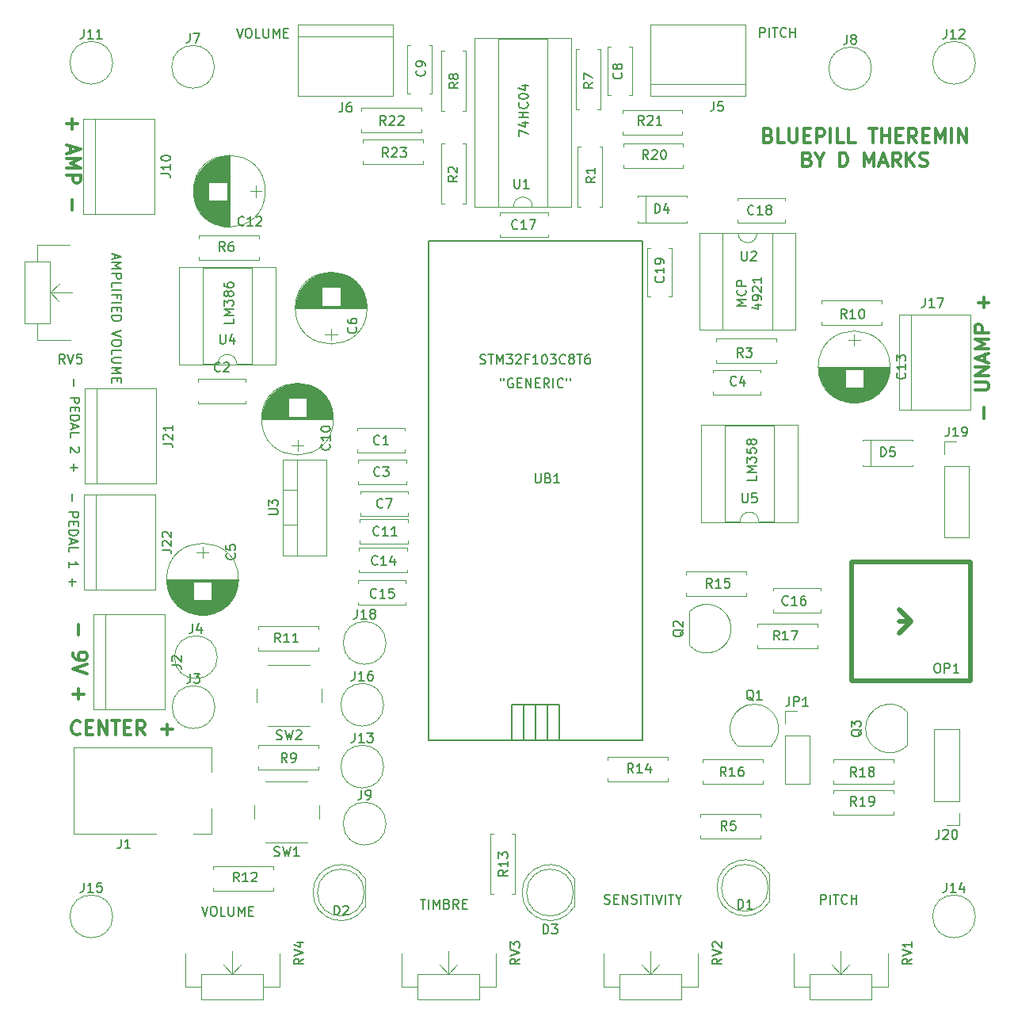
<source format=gbr>
G04 #@! TF.FileFunction,Legend,Top*
%FSLAX46Y46*%
G04 Gerber Fmt 4.6, Leading zero omitted, Abs format (unit mm)*
G04 Created by KiCad (PCBNEW 4.0.7) date 07/31/18 21:51:29*
%MOMM*%
%LPD*%
G01*
G04 APERTURE LIST*
%ADD10C,0.100000*%
%ADD11C,0.150000*%
%ADD12C,0.300000*%
%ADD13C,0.120000*%
%ADD14C,0.500000*%
%ADD15C,0.200000*%
G04 APERTURE END LIST*
D10*
D11*
X69123276Y-51192181D02*
X69456609Y-52192181D01*
X69789943Y-51192181D01*
X70313752Y-51192181D02*
X70504229Y-51192181D01*
X70599467Y-51239800D01*
X70694705Y-51335038D01*
X70742324Y-51525514D01*
X70742324Y-51858848D01*
X70694705Y-52049324D01*
X70599467Y-52144562D01*
X70504229Y-52192181D01*
X70313752Y-52192181D01*
X70218514Y-52144562D01*
X70123276Y-52049324D01*
X70075657Y-51858848D01*
X70075657Y-51525514D01*
X70123276Y-51335038D01*
X70218514Y-51239800D01*
X70313752Y-51192181D01*
X71647086Y-52192181D02*
X71170895Y-52192181D01*
X71170895Y-51192181D01*
X71980419Y-51192181D02*
X71980419Y-52001705D01*
X72028038Y-52096943D01*
X72075657Y-52144562D01*
X72170895Y-52192181D01*
X72361372Y-52192181D01*
X72456610Y-52144562D01*
X72504229Y-52096943D01*
X72551848Y-52001705D01*
X72551848Y-51192181D01*
X73028038Y-52192181D02*
X73028038Y-51192181D01*
X73361372Y-51906467D01*
X73694705Y-51192181D01*
X73694705Y-52192181D01*
X74170895Y-51668371D02*
X74504229Y-51668371D01*
X74647086Y-52192181D02*
X74170895Y-52192181D01*
X74170895Y-51192181D01*
X74647086Y-51192181D01*
X125044438Y-52115981D02*
X125044438Y-51115981D01*
X125425391Y-51115981D01*
X125520629Y-51163600D01*
X125568248Y-51211219D01*
X125615867Y-51306457D01*
X125615867Y-51449314D01*
X125568248Y-51544552D01*
X125520629Y-51592171D01*
X125425391Y-51639790D01*
X125044438Y-51639790D01*
X126044438Y-52115981D02*
X126044438Y-51115981D01*
X126377771Y-51115981D02*
X126949200Y-51115981D01*
X126663485Y-52115981D02*
X126663485Y-51115981D01*
X127853962Y-52020743D02*
X127806343Y-52068362D01*
X127663486Y-52115981D01*
X127568248Y-52115981D01*
X127425390Y-52068362D01*
X127330152Y-51973124D01*
X127282533Y-51877886D01*
X127234914Y-51687410D01*
X127234914Y-51544552D01*
X127282533Y-51354076D01*
X127330152Y-51258838D01*
X127425390Y-51163600D01*
X127568248Y-51115981D01*
X127663486Y-51115981D01*
X127806343Y-51163600D01*
X127853962Y-51211219D01*
X128282533Y-52115981D02*
X128282533Y-51115981D01*
X128282533Y-51592171D02*
X128853962Y-51592171D01*
X128853962Y-52115981D02*
X128853962Y-51115981D01*
X51719171Y-88643438D02*
X51719171Y-89405343D01*
X51338219Y-90643438D02*
X52338219Y-90643438D01*
X52338219Y-91024391D01*
X52290600Y-91119629D01*
X52242981Y-91167248D01*
X52147743Y-91214867D01*
X52004886Y-91214867D01*
X51909648Y-91167248D01*
X51862029Y-91119629D01*
X51814410Y-91024391D01*
X51814410Y-90643438D01*
X51862029Y-91643438D02*
X51862029Y-91976772D01*
X51338219Y-92119629D02*
X51338219Y-91643438D01*
X52338219Y-91643438D01*
X52338219Y-92119629D01*
X51338219Y-92548200D02*
X52338219Y-92548200D01*
X52338219Y-92786295D01*
X52290600Y-92929153D01*
X52195362Y-93024391D01*
X52100124Y-93072010D01*
X51909648Y-93119629D01*
X51766790Y-93119629D01*
X51576314Y-93072010D01*
X51481076Y-93024391D01*
X51385838Y-92929153D01*
X51338219Y-92786295D01*
X51338219Y-92548200D01*
X51623933Y-93500581D02*
X51623933Y-93976772D01*
X51338219Y-93405343D02*
X52338219Y-93738676D01*
X51338219Y-94072010D01*
X51338219Y-94881534D02*
X51338219Y-94405343D01*
X52338219Y-94405343D01*
X52242981Y-95929153D02*
X52290600Y-95976772D01*
X52338219Y-96072010D01*
X52338219Y-96310106D01*
X52290600Y-96405344D01*
X52242981Y-96452963D01*
X52147743Y-96500582D01*
X52052505Y-96500582D01*
X51909648Y-96452963D01*
X51338219Y-95881534D01*
X51338219Y-96500582D01*
X51719171Y-97691058D02*
X51719171Y-98452963D01*
X51338219Y-98072011D02*
X52100124Y-98072011D01*
X51566771Y-100886238D02*
X51566771Y-101648143D01*
X51185819Y-102886238D02*
X52185819Y-102886238D01*
X52185819Y-103267191D01*
X52138200Y-103362429D01*
X52090581Y-103410048D01*
X51995343Y-103457667D01*
X51852486Y-103457667D01*
X51757248Y-103410048D01*
X51709629Y-103362429D01*
X51662010Y-103267191D01*
X51662010Y-102886238D01*
X51709629Y-103886238D02*
X51709629Y-104219572D01*
X51185819Y-104362429D02*
X51185819Y-103886238D01*
X52185819Y-103886238D01*
X52185819Y-104362429D01*
X51185819Y-104791000D02*
X52185819Y-104791000D01*
X52185819Y-105029095D01*
X52138200Y-105171953D01*
X52042962Y-105267191D01*
X51947724Y-105314810D01*
X51757248Y-105362429D01*
X51614390Y-105362429D01*
X51423914Y-105314810D01*
X51328676Y-105267191D01*
X51233438Y-105171953D01*
X51185819Y-105029095D01*
X51185819Y-104791000D01*
X51471533Y-105743381D02*
X51471533Y-106219572D01*
X51185819Y-105648143D02*
X52185819Y-105981476D01*
X51185819Y-106314810D01*
X51185819Y-107124334D02*
X51185819Y-106648143D01*
X52185819Y-106648143D01*
X51185819Y-108743382D02*
X51185819Y-108171953D01*
X51185819Y-108457667D02*
X52185819Y-108457667D01*
X52042962Y-108362429D01*
X51947724Y-108267191D01*
X51900105Y-108171953D01*
X51566771Y-109933858D02*
X51566771Y-110695763D01*
X51185819Y-110314811D02*
X51947724Y-110314811D01*
D12*
X125962270Y-62625857D02*
X126176556Y-62697286D01*
X126247984Y-62768714D01*
X126319413Y-62911571D01*
X126319413Y-63125857D01*
X126247984Y-63268714D01*
X126176556Y-63340143D01*
X126033698Y-63411571D01*
X125462270Y-63411571D01*
X125462270Y-61911571D01*
X125962270Y-61911571D01*
X126105127Y-61983000D01*
X126176556Y-62054429D01*
X126247984Y-62197286D01*
X126247984Y-62340143D01*
X126176556Y-62483000D01*
X126105127Y-62554429D01*
X125962270Y-62625857D01*
X125462270Y-62625857D01*
X127676556Y-63411571D02*
X126962270Y-63411571D01*
X126962270Y-61911571D01*
X128176556Y-61911571D02*
X128176556Y-63125857D01*
X128247984Y-63268714D01*
X128319413Y-63340143D01*
X128462270Y-63411571D01*
X128747984Y-63411571D01*
X128890842Y-63340143D01*
X128962270Y-63268714D01*
X129033699Y-63125857D01*
X129033699Y-61911571D01*
X129747985Y-62625857D02*
X130247985Y-62625857D01*
X130462271Y-63411571D02*
X129747985Y-63411571D01*
X129747985Y-61911571D01*
X130462271Y-61911571D01*
X131105128Y-63411571D02*
X131105128Y-61911571D01*
X131676556Y-61911571D01*
X131819414Y-61983000D01*
X131890842Y-62054429D01*
X131962271Y-62197286D01*
X131962271Y-62411571D01*
X131890842Y-62554429D01*
X131819414Y-62625857D01*
X131676556Y-62697286D01*
X131105128Y-62697286D01*
X132605128Y-63411571D02*
X132605128Y-61911571D01*
X134033700Y-63411571D02*
X133319414Y-63411571D01*
X133319414Y-61911571D01*
X135247986Y-63411571D02*
X134533700Y-63411571D01*
X134533700Y-61911571D01*
X136676557Y-61911571D02*
X137533700Y-61911571D01*
X137105129Y-63411571D02*
X137105129Y-61911571D01*
X138033700Y-63411571D02*
X138033700Y-61911571D01*
X138033700Y-62625857D02*
X138890843Y-62625857D01*
X138890843Y-63411571D02*
X138890843Y-61911571D01*
X139605129Y-62625857D02*
X140105129Y-62625857D01*
X140319415Y-63411571D02*
X139605129Y-63411571D01*
X139605129Y-61911571D01*
X140319415Y-61911571D01*
X141819415Y-63411571D02*
X141319415Y-62697286D01*
X140962272Y-63411571D02*
X140962272Y-61911571D01*
X141533700Y-61911571D01*
X141676558Y-61983000D01*
X141747986Y-62054429D01*
X141819415Y-62197286D01*
X141819415Y-62411571D01*
X141747986Y-62554429D01*
X141676558Y-62625857D01*
X141533700Y-62697286D01*
X140962272Y-62697286D01*
X142462272Y-62625857D02*
X142962272Y-62625857D01*
X143176558Y-63411571D02*
X142462272Y-63411571D01*
X142462272Y-61911571D01*
X143176558Y-61911571D01*
X143819415Y-63411571D02*
X143819415Y-61911571D01*
X144319415Y-62983000D01*
X144819415Y-61911571D01*
X144819415Y-63411571D01*
X145533701Y-63411571D02*
X145533701Y-61911571D01*
X146247987Y-63411571D02*
X146247987Y-61911571D01*
X147105130Y-63411571D01*
X147105130Y-61911571D01*
X130140844Y-65175857D02*
X130355130Y-65247286D01*
X130426558Y-65318714D01*
X130497987Y-65461571D01*
X130497987Y-65675857D01*
X130426558Y-65818714D01*
X130355130Y-65890143D01*
X130212272Y-65961571D01*
X129640844Y-65961571D01*
X129640844Y-64461571D01*
X130140844Y-64461571D01*
X130283701Y-64533000D01*
X130355130Y-64604429D01*
X130426558Y-64747286D01*
X130426558Y-64890143D01*
X130355130Y-65033000D01*
X130283701Y-65104429D01*
X130140844Y-65175857D01*
X129640844Y-65175857D01*
X131426558Y-65247286D02*
X131426558Y-65961571D01*
X130926558Y-64461571D02*
X131426558Y-65247286D01*
X131926558Y-64461571D01*
X133569415Y-65961571D02*
X133569415Y-64461571D01*
X133926558Y-64461571D01*
X134140843Y-64533000D01*
X134283701Y-64675857D01*
X134355129Y-64818714D01*
X134426558Y-65104429D01*
X134426558Y-65318714D01*
X134355129Y-65604429D01*
X134283701Y-65747286D01*
X134140843Y-65890143D01*
X133926558Y-65961571D01*
X133569415Y-65961571D01*
X136212272Y-65961571D02*
X136212272Y-64461571D01*
X136712272Y-65533000D01*
X137212272Y-64461571D01*
X137212272Y-65961571D01*
X137855129Y-65533000D02*
X138569415Y-65533000D01*
X137712272Y-65961571D02*
X138212272Y-64461571D01*
X138712272Y-65961571D01*
X140069415Y-65961571D02*
X139569415Y-65247286D01*
X139212272Y-65961571D02*
X139212272Y-64461571D01*
X139783700Y-64461571D01*
X139926558Y-64533000D01*
X139997986Y-64604429D01*
X140069415Y-64747286D01*
X140069415Y-64961571D01*
X139997986Y-65104429D01*
X139926558Y-65175857D01*
X139783700Y-65247286D01*
X139212272Y-65247286D01*
X140712272Y-65961571D02*
X140712272Y-64461571D01*
X141569415Y-65961571D02*
X140926558Y-65104429D01*
X141569415Y-64461571D02*
X140712272Y-65318714D01*
X142140843Y-65890143D02*
X142355129Y-65961571D01*
X142712272Y-65961571D01*
X142855129Y-65890143D01*
X142926558Y-65818714D01*
X142997986Y-65675857D01*
X142997986Y-65533000D01*
X142926558Y-65390143D01*
X142855129Y-65318714D01*
X142712272Y-65247286D01*
X142426558Y-65175857D01*
X142283700Y-65104429D01*
X142212272Y-65033000D01*
X142140843Y-64890143D01*
X142140843Y-64747286D01*
X142212272Y-64604429D01*
X142283700Y-64533000D01*
X142426558Y-64461571D01*
X142783700Y-64461571D01*
X142997986Y-64533000D01*
D11*
X131572238Y-144724381D02*
X131572238Y-143724381D01*
X131953191Y-143724381D01*
X132048429Y-143772000D01*
X132096048Y-143819619D01*
X132143667Y-143914857D01*
X132143667Y-144057714D01*
X132096048Y-144152952D01*
X132048429Y-144200571D01*
X131953191Y-144248190D01*
X131572238Y-144248190D01*
X132572238Y-144724381D02*
X132572238Y-143724381D01*
X132905571Y-143724381D02*
X133477000Y-143724381D01*
X133191285Y-144724381D02*
X133191285Y-143724381D01*
X134381762Y-144629143D02*
X134334143Y-144676762D01*
X134191286Y-144724381D01*
X134096048Y-144724381D01*
X133953190Y-144676762D01*
X133857952Y-144581524D01*
X133810333Y-144486286D01*
X133762714Y-144295810D01*
X133762714Y-144152952D01*
X133810333Y-143962476D01*
X133857952Y-143867238D01*
X133953190Y-143772000D01*
X134096048Y-143724381D01*
X134191286Y-143724381D01*
X134334143Y-143772000D01*
X134381762Y-143819619D01*
X134810333Y-144724381D02*
X134810333Y-143724381D01*
X134810333Y-144200571D02*
X135381762Y-144200571D01*
X135381762Y-144724381D02*
X135381762Y-143724381D01*
X108450572Y-144676762D02*
X108593429Y-144724381D01*
X108831525Y-144724381D01*
X108926763Y-144676762D01*
X108974382Y-144629143D01*
X109022001Y-144533905D01*
X109022001Y-144438667D01*
X108974382Y-144343429D01*
X108926763Y-144295810D01*
X108831525Y-144248190D01*
X108641048Y-144200571D01*
X108545810Y-144152952D01*
X108498191Y-144105333D01*
X108450572Y-144010095D01*
X108450572Y-143914857D01*
X108498191Y-143819619D01*
X108545810Y-143772000D01*
X108641048Y-143724381D01*
X108879144Y-143724381D01*
X109022001Y-143772000D01*
X109450572Y-144200571D02*
X109783906Y-144200571D01*
X109926763Y-144724381D02*
X109450572Y-144724381D01*
X109450572Y-143724381D01*
X109926763Y-143724381D01*
X110355334Y-144724381D02*
X110355334Y-143724381D01*
X110926763Y-144724381D01*
X110926763Y-143724381D01*
X111355334Y-144676762D02*
X111498191Y-144724381D01*
X111736287Y-144724381D01*
X111831525Y-144676762D01*
X111879144Y-144629143D01*
X111926763Y-144533905D01*
X111926763Y-144438667D01*
X111879144Y-144343429D01*
X111831525Y-144295810D01*
X111736287Y-144248190D01*
X111545810Y-144200571D01*
X111450572Y-144152952D01*
X111402953Y-144105333D01*
X111355334Y-144010095D01*
X111355334Y-143914857D01*
X111402953Y-143819619D01*
X111450572Y-143772000D01*
X111545810Y-143724381D01*
X111783906Y-143724381D01*
X111926763Y-143772000D01*
X112355334Y-144724381D02*
X112355334Y-143724381D01*
X112688667Y-143724381D02*
X113260096Y-143724381D01*
X112974381Y-144724381D02*
X112974381Y-143724381D01*
X113593429Y-144724381D02*
X113593429Y-143724381D01*
X113926762Y-143724381D02*
X114260095Y-144724381D01*
X114593429Y-143724381D01*
X114926762Y-144724381D02*
X114926762Y-143724381D01*
X115260095Y-143724381D02*
X115831524Y-143724381D01*
X115545809Y-144724381D02*
X115545809Y-143724381D01*
X116355333Y-144248190D02*
X116355333Y-144724381D01*
X116022000Y-143724381D02*
X116355333Y-144248190D01*
X116688667Y-143724381D01*
X88765381Y-144232381D02*
X89336810Y-144232381D01*
X89051095Y-145232381D02*
X89051095Y-144232381D01*
X89670143Y-145232381D02*
X89670143Y-144232381D01*
X90146333Y-145232381D02*
X90146333Y-144232381D01*
X90479667Y-144946667D01*
X90813000Y-144232381D01*
X90813000Y-145232381D01*
X91622524Y-144708571D02*
X91765381Y-144756190D01*
X91813000Y-144803810D01*
X91860619Y-144899048D01*
X91860619Y-145041905D01*
X91813000Y-145137143D01*
X91765381Y-145184762D01*
X91670143Y-145232381D01*
X91289190Y-145232381D01*
X91289190Y-144232381D01*
X91622524Y-144232381D01*
X91717762Y-144280000D01*
X91765381Y-144327619D01*
X91813000Y-144422857D01*
X91813000Y-144518095D01*
X91765381Y-144613333D01*
X91717762Y-144660952D01*
X91622524Y-144708571D01*
X91289190Y-144708571D01*
X92860619Y-145232381D02*
X92527285Y-144756190D01*
X92289190Y-145232381D02*
X92289190Y-144232381D01*
X92670143Y-144232381D01*
X92765381Y-144280000D01*
X92813000Y-144327619D01*
X92860619Y-144422857D01*
X92860619Y-144565714D01*
X92813000Y-144660952D01*
X92765381Y-144708571D01*
X92670143Y-144756190D01*
X92289190Y-144756190D01*
X93289190Y-144708571D02*
X93622524Y-144708571D01*
X93765381Y-145232381D02*
X93289190Y-145232381D01*
X93289190Y-144232381D01*
X93765381Y-144232381D01*
X65389476Y-144994381D02*
X65722809Y-145994381D01*
X66056143Y-144994381D01*
X66579952Y-144994381D02*
X66770429Y-144994381D01*
X66865667Y-145042000D01*
X66960905Y-145137238D01*
X67008524Y-145327714D01*
X67008524Y-145661048D01*
X66960905Y-145851524D01*
X66865667Y-145946762D01*
X66770429Y-145994381D01*
X66579952Y-145994381D01*
X66484714Y-145946762D01*
X66389476Y-145851524D01*
X66341857Y-145661048D01*
X66341857Y-145327714D01*
X66389476Y-145137238D01*
X66484714Y-145042000D01*
X66579952Y-144994381D01*
X67913286Y-145994381D02*
X67437095Y-145994381D01*
X67437095Y-144994381D01*
X68246619Y-144994381D02*
X68246619Y-145803905D01*
X68294238Y-145899143D01*
X68341857Y-145946762D01*
X68437095Y-145994381D01*
X68627572Y-145994381D01*
X68722810Y-145946762D01*
X68770429Y-145899143D01*
X68818048Y-145803905D01*
X68818048Y-144994381D01*
X69294238Y-145994381D02*
X69294238Y-144994381D01*
X69627572Y-145708667D01*
X69960905Y-144994381D01*
X69960905Y-145994381D01*
X70437095Y-145470571D02*
X70770429Y-145470571D01*
X70913286Y-145994381D02*
X70437095Y-145994381D01*
X70437095Y-144994381D01*
X70913286Y-144994381D01*
X56094333Y-75311857D02*
X56094333Y-75788048D01*
X55808619Y-75216619D02*
X56808619Y-75549952D01*
X55808619Y-75883286D01*
X55808619Y-76216619D02*
X56808619Y-76216619D01*
X56094333Y-76549953D01*
X56808619Y-76883286D01*
X55808619Y-76883286D01*
X55808619Y-77359476D02*
X56808619Y-77359476D01*
X56808619Y-77740429D01*
X56761000Y-77835667D01*
X56713381Y-77883286D01*
X56618143Y-77930905D01*
X56475286Y-77930905D01*
X56380048Y-77883286D01*
X56332429Y-77835667D01*
X56284810Y-77740429D01*
X56284810Y-77359476D01*
X55808619Y-78835667D02*
X55808619Y-78359476D01*
X56808619Y-78359476D01*
X55808619Y-79169000D02*
X56808619Y-79169000D01*
X56332429Y-79978524D02*
X56332429Y-79645190D01*
X55808619Y-79645190D02*
X56808619Y-79645190D01*
X56808619Y-80121381D01*
X55808619Y-80502333D02*
X56808619Y-80502333D01*
X56332429Y-80978523D02*
X56332429Y-81311857D01*
X55808619Y-81454714D02*
X55808619Y-80978523D01*
X56808619Y-80978523D01*
X56808619Y-81454714D01*
X55808619Y-81883285D02*
X56808619Y-81883285D01*
X56808619Y-82121380D01*
X56761000Y-82264238D01*
X56665762Y-82359476D01*
X56570524Y-82407095D01*
X56380048Y-82454714D01*
X56237190Y-82454714D01*
X56046714Y-82407095D01*
X55951476Y-82359476D01*
X55856238Y-82264238D01*
X55808619Y-82121380D01*
X55808619Y-81883285D01*
X56808619Y-83502333D02*
X55808619Y-83835666D01*
X56808619Y-84169000D01*
X56808619Y-84692809D02*
X56808619Y-84883286D01*
X56761000Y-84978524D01*
X56665762Y-85073762D01*
X56475286Y-85121381D01*
X56141952Y-85121381D01*
X55951476Y-85073762D01*
X55856238Y-84978524D01*
X55808619Y-84883286D01*
X55808619Y-84692809D01*
X55856238Y-84597571D01*
X55951476Y-84502333D01*
X56141952Y-84454714D01*
X56475286Y-84454714D01*
X56665762Y-84502333D01*
X56761000Y-84597571D01*
X56808619Y-84692809D01*
X55808619Y-86026143D02*
X55808619Y-85549952D01*
X56808619Y-85549952D01*
X56808619Y-86359476D02*
X55999095Y-86359476D01*
X55903857Y-86407095D01*
X55856238Y-86454714D01*
X55808619Y-86549952D01*
X55808619Y-86740429D01*
X55856238Y-86835667D01*
X55903857Y-86883286D01*
X55999095Y-86930905D01*
X56808619Y-86930905D01*
X55808619Y-87407095D02*
X56808619Y-87407095D01*
X56094333Y-87740429D01*
X56808619Y-88073762D01*
X55808619Y-88073762D01*
X56332429Y-88549952D02*
X56332429Y-88883286D01*
X55808619Y-89026143D02*
X55808619Y-88549952D01*
X56808619Y-88549952D01*
X56808619Y-89026143D01*
X124658381Y-98972476D02*
X124658381Y-99448667D01*
X123658381Y-99448667D01*
X124658381Y-98639143D02*
X123658381Y-98639143D01*
X124372667Y-98305809D01*
X123658381Y-97972476D01*
X124658381Y-97972476D01*
X123658381Y-97591524D02*
X123658381Y-96972476D01*
X124039333Y-97305810D01*
X124039333Y-97162952D01*
X124086952Y-97067714D01*
X124134571Y-97020095D01*
X124229810Y-96972476D01*
X124467905Y-96972476D01*
X124563143Y-97020095D01*
X124610762Y-97067714D01*
X124658381Y-97162952D01*
X124658381Y-97448667D01*
X124610762Y-97543905D01*
X124563143Y-97591524D01*
X123658381Y-96067714D02*
X123658381Y-96543905D01*
X124134571Y-96591524D01*
X124086952Y-96543905D01*
X124039333Y-96448667D01*
X124039333Y-96210571D01*
X124086952Y-96115333D01*
X124134571Y-96067714D01*
X124229810Y-96020095D01*
X124467905Y-96020095D01*
X124563143Y-96067714D01*
X124610762Y-96115333D01*
X124658381Y-96210571D01*
X124658381Y-96448667D01*
X124610762Y-96543905D01*
X124563143Y-96591524D01*
X124086952Y-95448667D02*
X124039333Y-95543905D01*
X123991714Y-95591524D01*
X123896476Y-95639143D01*
X123848857Y-95639143D01*
X123753619Y-95591524D01*
X123706000Y-95543905D01*
X123658381Y-95448667D01*
X123658381Y-95258190D01*
X123706000Y-95162952D01*
X123753619Y-95115333D01*
X123848857Y-95067714D01*
X123896476Y-95067714D01*
X123991714Y-95115333D01*
X124039333Y-95162952D01*
X124086952Y-95258190D01*
X124086952Y-95448667D01*
X124134571Y-95543905D01*
X124182190Y-95591524D01*
X124277429Y-95639143D01*
X124467905Y-95639143D01*
X124563143Y-95591524D01*
X124610762Y-95543905D01*
X124658381Y-95448667D01*
X124658381Y-95258190D01*
X124610762Y-95162952D01*
X124563143Y-95115333D01*
X124467905Y-95067714D01*
X124277429Y-95067714D01*
X124182190Y-95115333D01*
X124134571Y-95162952D01*
X124086952Y-95258190D01*
X123579381Y-80835333D02*
X122579381Y-80835333D01*
X123293667Y-80501999D01*
X122579381Y-80168666D01*
X123579381Y-80168666D01*
X123484143Y-79121047D02*
X123531762Y-79168666D01*
X123579381Y-79311523D01*
X123579381Y-79406761D01*
X123531762Y-79549619D01*
X123436524Y-79644857D01*
X123341286Y-79692476D01*
X123150810Y-79740095D01*
X123007952Y-79740095D01*
X122817476Y-79692476D01*
X122722238Y-79644857D01*
X122627000Y-79549619D01*
X122579381Y-79406761D01*
X122579381Y-79311523D01*
X122627000Y-79168666D01*
X122674619Y-79121047D01*
X123579381Y-78692476D02*
X122579381Y-78692476D01*
X122579381Y-78311523D01*
X122627000Y-78216285D01*
X122674619Y-78168666D01*
X122769857Y-78121047D01*
X122912714Y-78121047D01*
X123007952Y-78168666D01*
X123055571Y-78216285D01*
X123103190Y-78311523D01*
X123103190Y-78692476D01*
X124562714Y-80740095D02*
X125229381Y-80740095D01*
X124181762Y-80978191D02*
X124896048Y-81216286D01*
X124896048Y-80597238D01*
X125229381Y-80168667D02*
X125229381Y-79978191D01*
X125181762Y-79882952D01*
X125134143Y-79835333D01*
X124991286Y-79740095D01*
X124800810Y-79692476D01*
X124419857Y-79692476D01*
X124324619Y-79740095D01*
X124277000Y-79787714D01*
X124229381Y-79882952D01*
X124229381Y-80073429D01*
X124277000Y-80168667D01*
X124324619Y-80216286D01*
X124419857Y-80263905D01*
X124657952Y-80263905D01*
X124753190Y-80216286D01*
X124800810Y-80168667D01*
X124848429Y-80073429D01*
X124848429Y-79882952D01*
X124800810Y-79787714D01*
X124753190Y-79740095D01*
X124657952Y-79692476D01*
X124324619Y-79311524D02*
X124277000Y-79263905D01*
X124229381Y-79168667D01*
X124229381Y-78930571D01*
X124277000Y-78835333D01*
X124324619Y-78787714D01*
X124419857Y-78740095D01*
X124515095Y-78740095D01*
X124657952Y-78787714D01*
X125229381Y-79359143D01*
X125229381Y-78740095D01*
X125229381Y-77787714D02*
X125229381Y-78359143D01*
X125229381Y-78073429D02*
X124229381Y-78073429D01*
X124372238Y-78168667D01*
X124467476Y-78263905D01*
X124515095Y-78359143D01*
X68778381Y-82208476D02*
X68778381Y-82684667D01*
X67778381Y-82684667D01*
X68778381Y-81875143D02*
X67778381Y-81875143D01*
X68492667Y-81541809D01*
X67778381Y-81208476D01*
X68778381Y-81208476D01*
X67778381Y-80827524D02*
X67778381Y-80208476D01*
X68159333Y-80541810D01*
X68159333Y-80398952D01*
X68206952Y-80303714D01*
X68254571Y-80256095D01*
X68349810Y-80208476D01*
X68587905Y-80208476D01*
X68683143Y-80256095D01*
X68730762Y-80303714D01*
X68778381Y-80398952D01*
X68778381Y-80684667D01*
X68730762Y-80779905D01*
X68683143Y-80827524D01*
X68206952Y-79637048D02*
X68159333Y-79732286D01*
X68111714Y-79779905D01*
X68016476Y-79827524D01*
X67968857Y-79827524D01*
X67873619Y-79779905D01*
X67826000Y-79732286D01*
X67778381Y-79637048D01*
X67778381Y-79446571D01*
X67826000Y-79351333D01*
X67873619Y-79303714D01*
X67968857Y-79256095D01*
X68016476Y-79256095D01*
X68111714Y-79303714D01*
X68159333Y-79351333D01*
X68206952Y-79446571D01*
X68206952Y-79637048D01*
X68254571Y-79732286D01*
X68302190Y-79779905D01*
X68397429Y-79827524D01*
X68587905Y-79827524D01*
X68683143Y-79779905D01*
X68730762Y-79732286D01*
X68778381Y-79637048D01*
X68778381Y-79446571D01*
X68730762Y-79351333D01*
X68683143Y-79303714D01*
X68587905Y-79256095D01*
X68397429Y-79256095D01*
X68302190Y-79303714D01*
X68254571Y-79351333D01*
X68206952Y-79446571D01*
X67778381Y-78398952D02*
X67778381Y-78589429D01*
X67826000Y-78684667D01*
X67873619Y-78732286D01*
X68016476Y-78827524D01*
X68206952Y-78875143D01*
X68587905Y-78875143D01*
X68683143Y-78827524D01*
X68730762Y-78779905D01*
X68778381Y-78684667D01*
X68778381Y-78494190D01*
X68730762Y-78398952D01*
X68683143Y-78351333D01*
X68587905Y-78303714D01*
X68349810Y-78303714D01*
X68254571Y-78351333D01*
X68206952Y-78398952D01*
X68159333Y-78494190D01*
X68159333Y-78684667D01*
X68206952Y-78779905D01*
X68254571Y-78827524D01*
X68349810Y-78875143D01*
X99274381Y-62729714D02*
X99274381Y-62063047D01*
X100274381Y-62491619D01*
X99607714Y-61253523D02*
X100274381Y-61253523D01*
X99226762Y-61491619D02*
X99941048Y-61729714D01*
X99941048Y-61110666D01*
X100274381Y-60729714D02*
X99274381Y-60729714D01*
X99750571Y-60729714D02*
X99750571Y-60158285D01*
X100274381Y-60158285D02*
X99274381Y-60158285D01*
X100179143Y-59110666D02*
X100226762Y-59158285D01*
X100274381Y-59301142D01*
X100274381Y-59396380D01*
X100226762Y-59539238D01*
X100131524Y-59634476D01*
X100036286Y-59682095D01*
X99845810Y-59729714D01*
X99702952Y-59729714D01*
X99512476Y-59682095D01*
X99417238Y-59634476D01*
X99322000Y-59539238D01*
X99274381Y-59396380D01*
X99274381Y-59301142D01*
X99322000Y-59158285D01*
X99369619Y-59110666D01*
X99274381Y-58491619D02*
X99274381Y-58396380D01*
X99322000Y-58301142D01*
X99369619Y-58253523D01*
X99464857Y-58205904D01*
X99655333Y-58158285D01*
X99893429Y-58158285D01*
X100083905Y-58205904D01*
X100179143Y-58253523D01*
X100226762Y-58301142D01*
X100274381Y-58396380D01*
X100274381Y-58491619D01*
X100226762Y-58586857D01*
X100179143Y-58634476D01*
X100083905Y-58682095D01*
X99893429Y-58729714D01*
X99655333Y-58729714D01*
X99464857Y-58682095D01*
X99369619Y-58634476D01*
X99322000Y-58586857D01*
X99274381Y-58491619D01*
X99607714Y-57301142D02*
X100274381Y-57301142D01*
X99226762Y-57539238D02*
X99941048Y-57777333D01*
X99941048Y-57158285D01*
D12*
X52396000Y-126519714D02*
X52324571Y-126591143D01*
X52110285Y-126662571D01*
X51967428Y-126662571D01*
X51753143Y-126591143D01*
X51610285Y-126448286D01*
X51538857Y-126305429D01*
X51467428Y-126019714D01*
X51467428Y-125805429D01*
X51538857Y-125519714D01*
X51610285Y-125376857D01*
X51753143Y-125234000D01*
X51967428Y-125162571D01*
X52110285Y-125162571D01*
X52324571Y-125234000D01*
X52396000Y-125305429D01*
X53038857Y-125876857D02*
X53538857Y-125876857D01*
X53753143Y-126662571D02*
X53038857Y-126662571D01*
X53038857Y-125162571D01*
X53753143Y-125162571D01*
X54396000Y-126662571D02*
X54396000Y-125162571D01*
X55253143Y-126662571D01*
X55253143Y-125162571D01*
X55753143Y-125162571D02*
X56610286Y-125162571D01*
X56181715Y-126662571D02*
X56181715Y-125162571D01*
X57110286Y-125876857D02*
X57610286Y-125876857D01*
X57824572Y-126662571D02*
X57110286Y-126662571D01*
X57110286Y-125162571D01*
X57824572Y-125162571D01*
X59324572Y-126662571D02*
X58824572Y-125948286D01*
X58467429Y-126662571D02*
X58467429Y-125162571D01*
X59038857Y-125162571D01*
X59181715Y-125234000D01*
X59253143Y-125305429D01*
X59324572Y-125448286D01*
X59324572Y-125662571D01*
X59253143Y-125805429D01*
X59181715Y-125876857D01*
X59038857Y-125948286D01*
X58467429Y-125948286D01*
X61110286Y-126091143D02*
X62253143Y-126091143D01*
X61681714Y-126662571D02*
X61681714Y-125519714D01*
X52216857Y-114872001D02*
X52216857Y-116014858D01*
X51645429Y-117943429D02*
X51645429Y-118229144D01*
X51716857Y-118372001D01*
X51788286Y-118443429D01*
X52002571Y-118586287D01*
X52288286Y-118657715D01*
X52859714Y-118657715D01*
X53002571Y-118586287D01*
X53074000Y-118514858D01*
X53145429Y-118372001D01*
X53145429Y-118086287D01*
X53074000Y-117943429D01*
X53002571Y-117872001D01*
X52859714Y-117800572D01*
X52502571Y-117800572D01*
X52359714Y-117872001D01*
X52288286Y-117943429D01*
X52216857Y-118086287D01*
X52216857Y-118372001D01*
X52288286Y-118514858D01*
X52359714Y-118586287D01*
X52502571Y-118657715D01*
X53145429Y-119086286D02*
X51645429Y-119586286D01*
X53145429Y-120086286D01*
X52216857Y-121729143D02*
X52216857Y-122872000D01*
X51645429Y-122300571D02*
X52788286Y-122300571D01*
X51518357Y-60829643D02*
X51518357Y-61972500D01*
X50946929Y-61401071D02*
X52089786Y-61401071D01*
X51375500Y-63758214D02*
X51375500Y-64472500D01*
X50946929Y-63615357D02*
X52446929Y-64115357D01*
X50946929Y-64615357D01*
X50946929Y-65115357D02*
X52446929Y-65115357D01*
X51375500Y-65615357D01*
X52446929Y-66115357D01*
X50946929Y-66115357D01*
X50946929Y-66829643D02*
X52446929Y-66829643D01*
X52446929Y-67401071D01*
X52375500Y-67543929D01*
X52304071Y-67615357D01*
X52161214Y-67686786D01*
X51946929Y-67686786D01*
X51804071Y-67615357D01*
X51732643Y-67543929D01*
X51661214Y-67401071D01*
X51661214Y-66829643D01*
X51518357Y-69472500D02*
X51518357Y-70615357D01*
X148951143Y-92824286D02*
X148951143Y-91681429D01*
X148022571Y-89824286D02*
X149236857Y-89824286D01*
X149379714Y-89752858D01*
X149451143Y-89681429D01*
X149522571Y-89538572D01*
X149522571Y-89252858D01*
X149451143Y-89110000D01*
X149379714Y-89038572D01*
X149236857Y-88967143D01*
X148022571Y-88967143D01*
X149522571Y-88252857D02*
X148022571Y-88252857D01*
X149522571Y-87395714D01*
X148022571Y-87395714D01*
X149094000Y-86752857D02*
X149094000Y-86038571D01*
X149522571Y-86895714D02*
X148022571Y-86395714D01*
X149522571Y-85895714D01*
X149522571Y-85395714D02*
X148022571Y-85395714D01*
X149094000Y-84895714D01*
X148022571Y-84395714D01*
X149522571Y-84395714D01*
X149522571Y-83681428D02*
X148022571Y-83681428D01*
X148022571Y-83110000D01*
X148094000Y-82967142D01*
X148165429Y-82895714D01*
X148308286Y-82824285D01*
X148522571Y-82824285D01*
X148665429Y-82895714D01*
X148736857Y-82967142D01*
X148808286Y-83110000D01*
X148808286Y-83681428D01*
X148951143Y-81038571D02*
X148951143Y-79895714D01*
X149522571Y-80467143D02*
X148379714Y-80467143D01*
D13*
X87131200Y-96471100D02*
X82011200Y-96471100D01*
X87131200Y-93851100D02*
X82011200Y-93851100D01*
X87131200Y-96471100D02*
X87131200Y-96157100D01*
X87131200Y-94165100D02*
X87131200Y-93851100D01*
X82011200Y-96471100D02*
X82011200Y-96157100D01*
X82011200Y-94165100D02*
X82011200Y-93851100D01*
X64964000Y-88669500D02*
X70084000Y-88669500D01*
X64964000Y-91289500D02*
X70084000Y-91289500D01*
X64964000Y-88669500D02*
X64964000Y-88983500D01*
X64964000Y-90975500D02*
X64964000Y-91289500D01*
X70084000Y-88669500D02*
X70084000Y-88983500D01*
X70084000Y-90975500D02*
X70084000Y-91289500D01*
X87232800Y-99877240D02*
X82112800Y-99877240D01*
X87232800Y-97257240D02*
X82112800Y-97257240D01*
X87232800Y-99877240D02*
X87232800Y-99563240D01*
X87232800Y-97571240D02*
X87232800Y-97257240D01*
X82112800Y-99877240D02*
X82112800Y-99563240D01*
X82112800Y-97571240D02*
X82112800Y-97257240D01*
X125142300Y-90298900D02*
X120022300Y-90298900D01*
X125142300Y-87678900D02*
X120022300Y-87678900D01*
X125142300Y-90298900D02*
X125142300Y-89984900D01*
X125142300Y-87992900D02*
X125142300Y-87678900D01*
X120022300Y-90298900D02*
X120022300Y-89984900D01*
X120022300Y-87992900D02*
X120022300Y-87678900D01*
X69321200Y-110038200D02*
G75*
G03X69321200Y-110038200I-3840000J0D01*
G01*
X69281200Y-110038200D02*
X61681200Y-110038200D01*
X69281200Y-110078200D02*
X61681200Y-110078200D01*
X69281200Y-110118200D02*
X61681200Y-110118200D01*
X69280200Y-110158200D02*
X61682200Y-110158200D01*
X69278200Y-110198200D02*
X61684200Y-110198200D01*
X69276200Y-110238200D02*
X61686200Y-110238200D01*
X69274200Y-110278200D02*
X61688200Y-110278200D01*
X69271200Y-110318200D02*
X66461200Y-110318200D01*
X64501200Y-110318200D02*
X61691200Y-110318200D01*
X69268200Y-110358200D02*
X66461200Y-110358200D01*
X64501200Y-110358200D02*
X61694200Y-110358200D01*
X69265200Y-110398200D02*
X66461200Y-110398200D01*
X64501200Y-110398200D02*
X61697200Y-110398200D01*
X69261200Y-110438200D02*
X66461200Y-110438200D01*
X64501200Y-110438200D02*
X61701200Y-110438200D01*
X69256200Y-110478200D02*
X66461200Y-110478200D01*
X64501200Y-110478200D02*
X61706200Y-110478200D01*
X69251200Y-110518200D02*
X66461200Y-110518200D01*
X64501200Y-110518200D02*
X61711200Y-110518200D01*
X69246200Y-110558200D02*
X66461200Y-110558200D01*
X64501200Y-110558200D02*
X61716200Y-110558200D01*
X69240200Y-110598200D02*
X66461200Y-110598200D01*
X64501200Y-110598200D02*
X61722200Y-110598200D01*
X69234200Y-110638200D02*
X66461200Y-110638200D01*
X64501200Y-110638200D02*
X61728200Y-110638200D01*
X69228200Y-110678200D02*
X66461200Y-110678200D01*
X64501200Y-110678200D02*
X61734200Y-110678200D01*
X69221200Y-110718200D02*
X66461200Y-110718200D01*
X64501200Y-110718200D02*
X61741200Y-110718200D01*
X69213200Y-110759200D02*
X66461200Y-110759200D01*
X64501200Y-110759200D02*
X61749200Y-110759200D01*
X69206200Y-110799200D02*
X66461200Y-110799200D01*
X64501200Y-110799200D02*
X61756200Y-110799200D01*
X69197200Y-110839200D02*
X66461200Y-110839200D01*
X64501200Y-110839200D02*
X61765200Y-110839200D01*
X69188200Y-110879200D02*
X66461200Y-110879200D01*
X64501200Y-110879200D02*
X61774200Y-110879200D01*
X69179200Y-110919200D02*
X66461200Y-110919200D01*
X64501200Y-110919200D02*
X61783200Y-110919200D01*
X69170200Y-110959200D02*
X66461200Y-110959200D01*
X64501200Y-110959200D02*
X61792200Y-110959200D01*
X69160200Y-110999200D02*
X66461200Y-110999200D01*
X64501200Y-110999200D02*
X61802200Y-110999200D01*
X69149200Y-111039200D02*
X66461200Y-111039200D01*
X64501200Y-111039200D02*
X61813200Y-111039200D01*
X69138200Y-111079200D02*
X66461200Y-111079200D01*
X64501200Y-111079200D02*
X61824200Y-111079200D01*
X69126200Y-111119200D02*
X66461200Y-111119200D01*
X64501200Y-111119200D02*
X61836200Y-111119200D01*
X69115200Y-111159200D02*
X66461200Y-111159200D01*
X64501200Y-111159200D02*
X61847200Y-111159200D01*
X69102200Y-111199200D02*
X66461200Y-111199200D01*
X64501200Y-111199200D02*
X61860200Y-111199200D01*
X69089200Y-111239200D02*
X66461200Y-111239200D01*
X64501200Y-111239200D02*
X61873200Y-111239200D01*
X69076200Y-111279200D02*
X66461200Y-111279200D01*
X64501200Y-111279200D02*
X61886200Y-111279200D01*
X69062200Y-111319200D02*
X66461200Y-111319200D01*
X64501200Y-111319200D02*
X61900200Y-111319200D01*
X69047200Y-111359200D02*
X66461200Y-111359200D01*
X64501200Y-111359200D02*
X61915200Y-111359200D01*
X69033200Y-111399200D02*
X66461200Y-111399200D01*
X64501200Y-111399200D02*
X61929200Y-111399200D01*
X69017200Y-111439200D02*
X66461200Y-111439200D01*
X64501200Y-111439200D02*
X61945200Y-111439200D01*
X69001200Y-111479200D02*
X66461200Y-111479200D01*
X64501200Y-111479200D02*
X61961200Y-111479200D01*
X68985200Y-111519200D02*
X66461200Y-111519200D01*
X64501200Y-111519200D02*
X61977200Y-111519200D01*
X68968200Y-111559200D02*
X66461200Y-111559200D01*
X64501200Y-111559200D02*
X61994200Y-111559200D01*
X68950200Y-111599200D02*
X66461200Y-111599200D01*
X64501200Y-111599200D02*
X62012200Y-111599200D01*
X68932200Y-111639200D02*
X66461200Y-111639200D01*
X64501200Y-111639200D02*
X62030200Y-111639200D01*
X68914200Y-111679200D02*
X66461200Y-111679200D01*
X64501200Y-111679200D02*
X62048200Y-111679200D01*
X68894200Y-111719200D02*
X66461200Y-111719200D01*
X64501200Y-111719200D02*
X62068200Y-111719200D01*
X68875200Y-111759200D02*
X66461200Y-111759200D01*
X64501200Y-111759200D02*
X62087200Y-111759200D01*
X68854200Y-111799200D02*
X66461200Y-111799200D01*
X64501200Y-111799200D02*
X62108200Y-111799200D01*
X68833200Y-111839200D02*
X66461200Y-111839200D01*
X64501200Y-111839200D02*
X62129200Y-111839200D01*
X68812200Y-111879200D02*
X66461200Y-111879200D01*
X64501200Y-111879200D02*
X62150200Y-111879200D01*
X68790200Y-111919200D02*
X66461200Y-111919200D01*
X64501200Y-111919200D02*
X62172200Y-111919200D01*
X68767200Y-111959200D02*
X66461200Y-111959200D01*
X64501200Y-111959200D02*
X62195200Y-111959200D01*
X68744200Y-111999200D02*
X66461200Y-111999200D01*
X64501200Y-111999200D02*
X62218200Y-111999200D01*
X68720200Y-112039200D02*
X66461200Y-112039200D01*
X64501200Y-112039200D02*
X62242200Y-112039200D01*
X68695200Y-112079200D02*
X66461200Y-112079200D01*
X64501200Y-112079200D02*
X62267200Y-112079200D01*
X68669200Y-112119200D02*
X66461200Y-112119200D01*
X64501200Y-112119200D02*
X62293200Y-112119200D01*
X68643200Y-112159200D02*
X66461200Y-112159200D01*
X64501200Y-112159200D02*
X62319200Y-112159200D01*
X68616200Y-112199200D02*
X66461200Y-112199200D01*
X64501200Y-112199200D02*
X62346200Y-112199200D01*
X68589200Y-112239200D02*
X66461200Y-112239200D01*
X64501200Y-112239200D02*
X62373200Y-112239200D01*
X68560200Y-112279200D02*
X62402200Y-112279200D01*
X68531200Y-112319200D02*
X62431200Y-112319200D01*
X68501200Y-112359200D02*
X62461200Y-112359200D01*
X68471200Y-112399200D02*
X62491200Y-112399200D01*
X68439200Y-112439200D02*
X62523200Y-112439200D01*
X68407200Y-112479200D02*
X62555200Y-112479200D01*
X68373200Y-112519200D02*
X62589200Y-112519200D01*
X68339200Y-112559200D02*
X62623200Y-112559200D01*
X68304200Y-112599200D02*
X62658200Y-112599200D01*
X68267200Y-112639200D02*
X62695200Y-112639200D01*
X68230200Y-112679200D02*
X62732200Y-112679200D01*
X68192200Y-112719200D02*
X62770200Y-112719200D01*
X68152200Y-112759200D02*
X62810200Y-112759200D01*
X68111200Y-112799200D02*
X62851200Y-112799200D01*
X68069200Y-112839200D02*
X62893200Y-112839200D01*
X68026200Y-112879200D02*
X62936200Y-112879200D01*
X67981200Y-112919200D02*
X62981200Y-112919200D01*
X67935200Y-112959200D02*
X63027200Y-112959200D01*
X67888200Y-112999200D02*
X63074200Y-112999200D01*
X67838200Y-113039200D02*
X63124200Y-113039200D01*
X67788200Y-113079200D02*
X63174200Y-113079200D01*
X67735200Y-113119200D02*
X63227200Y-113119200D01*
X67680200Y-113159200D02*
X63282200Y-113159200D01*
X67623200Y-113199200D02*
X63339200Y-113199200D01*
X67564200Y-113239200D02*
X63398200Y-113239200D01*
X67503200Y-113279200D02*
X63459200Y-113279200D01*
X67438200Y-113319200D02*
X63524200Y-113319200D01*
X67371200Y-113359200D02*
X63591200Y-113359200D01*
X67301200Y-113399200D02*
X63661200Y-113399200D01*
X67226200Y-113439200D02*
X63736200Y-113439200D01*
X67148200Y-113479200D02*
X63814200Y-113479200D01*
X67065200Y-113519200D02*
X63897200Y-113519200D01*
X66976200Y-113559200D02*
X63986200Y-113559200D01*
X66881200Y-113599200D02*
X64081200Y-113599200D01*
X66778200Y-113639200D02*
X64184200Y-113639200D01*
X66665200Y-113679200D02*
X64297200Y-113679200D01*
X66538200Y-113719200D02*
X64424200Y-113719200D01*
X66394200Y-113759200D02*
X64568200Y-113759200D01*
X66221200Y-113799200D02*
X64741200Y-113799200D01*
X65994200Y-113839200D02*
X64968200Y-113839200D01*
X65481200Y-106588200D02*
X65481200Y-107788200D01*
X66131200Y-107188200D02*
X64831200Y-107188200D01*
X83067680Y-81071400D02*
G75*
G03X83067680Y-81071400I-3840000J0D01*
G01*
X75427680Y-81071400D02*
X83027680Y-81071400D01*
X75427680Y-81031400D02*
X83027680Y-81031400D01*
X75427680Y-80991400D02*
X83027680Y-80991400D01*
X75428680Y-80951400D02*
X83026680Y-80951400D01*
X75430680Y-80911400D02*
X83024680Y-80911400D01*
X75432680Y-80871400D02*
X83022680Y-80871400D01*
X75434680Y-80831400D02*
X83020680Y-80831400D01*
X75437680Y-80791400D02*
X78247680Y-80791400D01*
X80207680Y-80791400D02*
X83017680Y-80791400D01*
X75440680Y-80751400D02*
X78247680Y-80751400D01*
X80207680Y-80751400D02*
X83014680Y-80751400D01*
X75443680Y-80711400D02*
X78247680Y-80711400D01*
X80207680Y-80711400D02*
X83011680Y-80711400D01*
X75447680Y-80671400D02*
X78247680Y-80671400D01*
X80207680Y-80671400D02*
X83007680Y-80671400D01*
X75452680Y-80631400D02*
X78247680Y-80631400D01*
X80207680Y-80631400D02*
X83002680Y-80631400D01*
X75457680Y-80591400D02*
X78247680Y-80591400D01*
X80207680Y-80591400D02*
X82997680Y-80591400D01*
X75462680Y-80551400D02*
X78247680Y-80551400D01*
X80207680Y-80551400D02*
X82992680Y-80551400D01*
X75468680Y-80511400D02*
X78247680Y-80511400D01*
X80207680Y-80511400D02*
X82986680Y-80511400D01*
X75474680Y-80471400D02*
X78247680Y-80471400D01*
X80207680Y-80471400D02*
X82980680Y-80471400D01*
X75480680Y-80431400D02*
X78247680Y-80431400D01*
X80207680Y-80431400D02*
X82974680Y-80431400D01*
X75487680Y-80391400D02*
X78247680Y-80391400D01*
X80207680Y-80391400D02*
X82967680Y-80391400D01*
X75495680Y-80350400D02*
X78247680Y-80350400D01*
X80207680Y-80350400D02*
X82959680Y-80350400D01*
X75502680Y-80310400D02*
X78247680Y-80310400D01*
X80207680Y-80310400D02*
X82952680Y-80310400D01*
X75511680Y-80270400D02*
X78247680Y-80270400D01*
X80207680Y-80270400D02*
X82943680Y-80270400D01*
X75520680Y-80230400D02*
X78247680Y-80230400D01*
X80207680Y-80230400D02*
X82934680Y-80230400D01*
X75529680Y-80190400D02*
X78247680Y-80190400D01*
X80207680Y-80190400D02*
X82925680Y-80190400D01*
X75538680Y-80150400D02*
X78247680Y-80150400D01*
X80207680Y-80150400D02*
X82916680Y-80150400D01*
X75548680Y-80110400D02*
X78247680Y-80110400D01*
X80207680Y-80110400D02*
X82906680Y-80110400D01*
X75559680Y-80070400D02*
X78247680Y-80070400D01*
X80207680Y-80070400D02*
X82895680Y-80070400D01*
X75570680Y-80030400D02*
X78247680Y-80030400D01*
X80207680Y-80030400D02*
X82884680Y-80030400D01*
X75582680Y-79990400D02*
X78247680Y-79990400D01*
X80207680Y-79990400D02*
X82872680Y-79990400D01*
X75593680Y-79950400D02*
X78247680Y-79950400D01*
X80207680Y-79950400D02*
X82861680Y-79950400D01*
X75606680Y-79910400D02*
X78247680Y-79910400D01*
X80207680Y-79910400D02*
X82848680Y-79910400D01*
X75619680Y-79870400D02*
X78247680Y-79870400D01*
X80207680Y-79870400D02*
X82835680Y-79870400D01*
X75632680Y-79830400D02*
X78247680Y-79830400D01*
X80207680Y-79830400D02*
X82822680Y-79830400D01*
X75646680Y-79790400D02*
X78247680Y-79790400D01*
X80207680Y-79790400D02*
X82808680Y-79790400D01*
X75661680Y-79750400D02*
X78247680Y-79750400D01*
X80207680Y-79750400D02*
X82793680Y-79750400D01*
X75675680Y-79710400D02*
X78247680Y-79710400D01*
X80207680Y-79710400D02*
X82779680Y-79710400D01*
X75691680Y-79670400D02*
X78247680Y-79670400D01*
X80207680Y-79670400D02*
X82763680Y-79670400D01*
X75707680Y-79630400D02*
X78247680Y-79630400D01*
X80207680Y-79630400D02*
X82747680Y-79630400D01*
X75723680Y-79590400D02*
X78247680Y-79590400D01*
X80207680Y-79590400D02*
X82731680Y-79590400D01*
X75740680Y-79550400D02*
X78247680Y-79550400D01*
X80207680Y-79550400D02*
X82714680Y-79550400D01*
X75758680Y-79510400D02*
X78247680Y-79510400D01*
X80207680Y-79510400D02*
X82696680Y-79510400D01*
X75776680Y-79470400D02*
X78247680Y-79470400D01*
X80207680Y-79470400D02*
X82678680Y-79470400D01*
X75794680Y-79430400D02*
X78247680Y-79430400D01*
X80207680Y-79430400D02*
X82660680Y-79430400D01*
X75814680Y-79390400D02*
X78247680Y-79390400D01*
X80207680Y-79390400D02*
X82640680Y-79390400D01*
X75833680Y-79350400D02*
X78247680Y-79350400D01*
X80207680Y-79350400D02*
X82621680Y-79350400D01*
X75854680Y-79310400D02*
X78247680Y-79310400D01*
X80207680Y-79310400D02*
X82600680Y-79310400D01*
X75875680Y-79270400D02*
X78247680Y-79270400D01*
X80207680Y-79270400D02*
X82579680Y-79270400D01*
X75896680Y-79230400D02*
X78247680Y-79230400D01*
X80207680Y-79230400D02*
X82558680Y-79230400D01*
X75918680Y-79190400D02*
X78247680Y-79190400D01*
X80207680Y-79190400D02*
X82536680Y-79190400D01*
X75941680Y-79150400D02*
X78247680Y-79150400D01*
X80207680Y-79150400D02*
X82513680Y-79150400D01*
X75964680Y-79110400D02*
X78247680Y-79110400D01*
X80207680Y-79110400D02*
X82490680Y-79110400D01*
X75988680Y-79070400D02*
X78247680Y-79070400D01*
X80207680Y-79070400D02*
X82466680Y-79070400D01*
X76013680Y-79030400D02*
X78247680Y-79030400D01*
X80207680Y-79030400D02*
X82441680Y-79030400D01*
X76039680Y-78990400D02*
X78247680Y-78990400D01*
X80207680Y-78990400D02*
X82415680Y-78990400D01*
X76065680Y-78950400D02*
X78247680Y-78950400D01*
X80207680Y-78950400D02*
X82389680Y-78950400D01*
X76092680Y-78910400D02*
X78247680Y-78910400D01*
X80207680Y-78910400D02*
X82362680Y-78910400D01*
X76119680Y-78870400D02*
X78247680Y-78870400D01*
X80207680Y-78870400D02*
X82335680Y-78870400D01*
X76148680Y-78830400D02*
X82306680Y-78830400D01*
X76177680Y-78790400D02*
X82277680Y-78790400D01*
X76207680Y-78750400D02*
X82247680Y-78750400D01*
X76237680Y-78710400D02*
X82217680Y-78710400D01*
X76269680Y-78670400D02*
X82185680Y-78670400D01*
X76301680Y-78630400D02*
X82153680Y-78630400D01*
X76335680Y-78590400D02*
X82119680Y-78590400D01*
X76369680Y-78550400D02*
X82085680Y-78550400D01*
X76404680Y-78510400D02*
X82050680Y-78510400D01*
X76441680Y-78470400D02*
X82013680Y-78470400D01*
X76478680Y-78430400D02*
X81976680Y-78430400D01*
X76516680Y-78390400D02*
X81938680Y-78390400D01*
X76556680Y-78350400D02*
X81898680Y-78350400D01*
X76597680Y-78310400D02*
X81857680Y-78310400D01*
X76639680Y-78270400D02*
X81815680Y-78270400D01*
X76682680Y-78230400D02*
X81772680Y-78230400D01*
X76727680Y-78190400D02*
X81727680Y-78190400D01*
X76773680Y-78150400D02*
X81681680Y-78150400D01*
X76820680Y-78110400D02*
X81634680Y-78110400D01*
X76870680Y-78070400D02*
X81584680Y-78070400D01*
X76920680Y-78030400D02*
X81534680Y-78030400D01*
X76973680Y-77990400D02*
X81481680Y-77990400D01*
X77028680Y-77950400D02*
X81426680Y-77950400D01*
X77085680Y-77910400D02*
X81369680Y-77910400D01*
X77144680Y-77870400D02*
X81310680Y-77870400D01*
X77205680Y-77830400D02*
X81249680Y-77830400D01*
X77270680Y-77790400D02*
X81184680Y-77790400D01*
X77337680Y-77750400D02*
X81117680Y-77750400D01*
X77407680Y-77710400D02*
X81047680Y-77710400D01*
X77482680Y-77670400D02*
X80972680Y-77670400D01*
X77560680Y-77630400D02*
X80894680Y-77630400D01*
X77643680Y-77590400D02*
X80811680Y-77590400D01*
X77732680Y-77550400D02*
X80722680Y-77550400D01*
X77827680Y-77510400D02*
X80627680Y-77510400D01*
X77930680Y-77470400D02*
X80524680Y-77470400D01*
X78043680Y-77430400D02*
X80411680Y-77430400D01*
X78170680Y-77390400D02*
X80284680Y-77390400D01*
X78314680Y-77350400D02*
X80140680Y-77350400D01*
X78487680Y-77310400D02*
X79967680Y-77310400D01*
X78714680Y-77270400D02*
X79740680Y-77270400D01*
X79227680Y-84521400D02*
X79227680Y-83321400D01*
X78577680Y-83921400D02*
X79877680Y-83921400D01*
X87461400Y-103240200D02*
X82341400Y-103240200D01*
X87461400Y-100620200D02*
X82341400Y-100620200D01*
X87461400Y-103240200D02*
X87461400Y-102926200D01*
X87461400Y-100934200D02*
X87461400Y-100620200D01*
X82341400Y-103240200D02*
X82341400Y-102926200D01*
X82341400Y-100934200D02*
X82341400Y-100620200D01*
X108773600Y-58276800D02*
X108773600Y-53156800D01*
X111393600Y-58276800D02*
X111393600Y-53156800D01*
X108773600Y-58276800D02*
X109087600Y-58276800D01*
X111079600Y-58276800D02*
X111393600Y-58276800D01*
X108773600Y-53156800D02*
X109087600Y-53156800D01*
X111079600Y-53156800D02*
X111393600Y-53156800D01*
X87386800Y-58124400D02*
X87386800Y-53004400D01*
X90006800Y-58124400D02*
X90006800Y-53004400D01*
X87386800Y-58124400D02*
X87700800Y-58124400D01*
X89692800Y-58124400D02*
X90006800Y-58124400D01*
X87386800Y-53004400D02*
X87700800Y-53004400D01*
X89692800Y-53004400D02*
X90006800Y-53004400D01*
X79468500Y-92920500D02*
G75*
G03X79468500Y-92920500I-3840000J0D01*
G01*
X71828500Y-92920500D02*
X79428500Y-92920500D01*
X71828500Y-92880500D02*
X79428500Y-92880500D01*
X71828500Y-92840500D02*
X79428500Y-92840500D01*
X71829500Y-92800500D02*
X79427500Y-92800500D01*
X71831500Y-92760500D02*
X79425500Y-92760500D01*
X71833500Y-92720500D02*
X79423500Y-92720500D01*
X71835500Y-92680500D02*
X79421500Y-92680500D01*
X71838500Y-92640500D02*
X74648500Y-92640500D01*
X76608500Y-92640500D02*
X79418500Y-92640500D01*
X71841500Y-92600500D02*
X74648500Y-92600500D01*
X76608500Y-92600500D02*
X79415500Y-92600500D01*
X71844500Y-92560500D02*
X74648500Y-92560500D01*
X76608500Y-92560500D02*
X79412500Y-92560500D01*
X71848500Y-92520500D02*
X74648500Y-92520500D01*
X76608500Y-92520500D02*
X79408500Y-92520500D01*
X71853500Y-92480500D02*
X74648500Y-92480500D01*
X76608500Y-92480500D02*
X79403500Y-92480500D01*
X71858500Y-92440500D02*
X74648500Y-92440500D01*
X76608500Y-92440500D02*
X79398500Y-92440500D01*
X71863500Y-92400500D02*
X74648500Y-92400500D01*
X76608500Y-92400500D02*
X79393500Y-92400500D01*
X71869500Y-92360500D02*
X74648500Y-92360500D01*
X76608500Y-92360500D02*
X79387500Y-92360500D01*
X71875500Y-92320500D02*
X74648500Y-92320500D01*
X76608500Y-92320500D02*
X79381500Y-92320500D01*
X71881500Y-92280500D02*
X74648500Y-92280500D01*
X76608500Y-92280500D02*
X79375500Y-92280500D01*
X71888500Y-92240500D02*
X74648500Y-92240500D01*
X76608500Y-92240500D02*
X79368500Y-92240500D01*
X71896500Y-92199500D02*
X74648500Y-92199500D01*
X76608500Y-92199500D02*
X79360500Y-92199500D01*
X71903500Y-92159500D02*
X74648500Y-92159500D01*
X76608500Y-92159500D02*
X79353500Y-92159500D01*
X71912500Y-92119500D02*
X74648500Y-92119500D01*
X76608500Y-92119500D02*
X79344500Y-92119500D01*
X71921500Y-92079500D02*
X74648500Y-92079500D01*
X76608500Y-92079500D02*
X79335500Y-92079500D01*
X71930500Y-92039500D02*
X74648500Y-92039500D01*
X76608500Y-92039500D02*
X79326500Y-92039500D01*
X71939500Y-91999500D02*
X74648500Y-91999500D01*
X76608500Y-91999500D02*
X79317500Y-91999500D01*
X71949500Y-91959500D02*
X74648500Y-91959500D01*
X76608500Y-91959500D02*
X79307500Y-91959500D01*
X71960500Y-91919500D02*
X74648500Y-91919500D01*
X76608500Y-91919500D02*
X79296500Y-91919500D01*
X71971500Y-91879500D02*
X74648500Y-91879500D01*
X76608500Y-91879500D02*
X79285500Y-91879500D01*
X71983500Y-91839500D02*
X74648500Y-91839500D01*
X76608500Y-91839500D02*
X79273500Y-91839500D01*
X71994500Y-91799500D02*
X74648500Y-91799500D01*
X76608500Y-91799500D02*
X79262500Y-91799500D01*
X72007500Y-91759500D02*
X74648500Y-91759500D01*
X76608500Y-91759500D02*
X79249500Y-91759500D01*
X72020500Y-91719500D02*
X74648500Y-91719500D01*
X76608500Y-91719500D02*
X79236500Y-91719500D01*
X72033500Y-91679500D02*
X74648500Y-91679500D01*
X76608500Y-91679500D02*
X79223500Y-91679500D01*
X72047500Y-91639500D02*
X74648500Y-91639500D01*
X76608500Y-91639500D02*
X79209500Y-91639500D01*
X72062500Y-91599500D02*
X74648500Y-91599500D01*
X76608500Y-91599500D02*
X79194500Y-91599500D01*
X72076500Y-91559500D02*
X74648500Y-91559500D01*
X76608500Y-91559500D02*
X79180500Y-91559500D01*
X72092500Y-91519500D02*
X74648500Y-91519500D01*
X76608500Y-91519500D02*
X79164500Y-91519500D01*
X72108500Y-91479500D02*
X74648500Y-91479500D01*
X76608500Y-91479500D02*
X79148500Y-91479500D01*
X72124500Y-91439500D02*
X74648500Y-91439500D01*
X76608500Y-91439500D02*
X79132500Y-91439500D01*
X72141500Y-91399500D02*
X74648500Y-91399500D01*
X76608500Y-91399500D02*
X79115500Y-91399500D01*
X72159500Y-91359500D02*
X74648500Y-91359500D01*
X76608500Y-91359500D02*
X79097500Y-91359500D01*
X72177500Y-91319500D02*
X74648500Y-91319500D01*
X76608500Y-91319500D02*
X79079500Y-91319500D01*
X72195500Y-91279500D02*
X74648500Y-91279500D01*
X76608500Y-91279500D02*
X79061500Y-91279500D01*
X72215500Y-91239500D02*
X74648500Y-91239500D01*
X76608500Y-91239500D02*
X79041500Y-91239500D01*
X72234500Y-91199500D02*
X74648500Y-91199500D01*
X76608500Y-91199500D02*
X79022500Y-91199500D01*
X72255500Y-91159500D02*
X74648500Y-91159500D01*
X76608500Y-91159500D02*
X79001500Y-91159500D01*
X72276500Y-91119500D02*
X74648500Y-91119500D01*
X76608500Y-91119500D02*
X78980500Y-91119500D01*
X72297500Y-91079500D02*
X74648500Y-91079500D01*
X76608500Y-91079500D02*
X78959500Y-91079500D01*
X72319500Y-91039500D02*
X74648500Y-91039500D01*
X76608500Y-91039500D02*
X78937500Y-91039500D01*
X72342500Y-90999500D02*
X74648500Y-90999500D01*
X76608500Y-90999500D02*
X78914500Y-90999500D01*
X72365500Y-90959500D02*
X74648500Y-90959500D01*
X76608500Y-90959500D02*
X78891500Y-90959500D01*
X72389500Y-90919500D02*
X74648500Y-90919500D01*
X76608500Y-90919500D02*
X78867500Y-90919500D01*
X72414500Y-90879500D02*
X74648500Y-90879500D01*
X76608500Y-90879500D02*
X78842500Y-90879500D01*
X72440500Y-90839500D02*
X74648500Y-90839500D01*
X76608500Y-90839500D02*
X78816500Y-90839500D01*
X72466500Y-90799500D02*
X74648500Y-90799500D01*
X76608500Y-90799500D02*
X78790500Y-90799500D01*
X72493500Y-90759500D02*
X74648500Y-90759500D01*
X76608500Y-90759500D02*
X78763500Y-90759500D01*
X72520500Y-90719500D02*
X74648500Y-90719500D01*
X76608500Y-90719500D02*
X78736500Y-90719500D01*
X72549500Y-90679500D02*
X78707500Y-90679500D01*
X72578500Y-90639500D02*
X78678500Y-90639500D01*
X72608500Y-90599500D02*
X78648500Y-90599500D01*
X72638500Y-90559500D02*
X78618500Y-90559500D01*
X72670500Y-90519500D02*
X78586500Y-90519500D01*
X72702500Y-90479500D02*
X78554500Y-90479500D01*
X72736500Y-90439500D02*
X78520500Y-90439500D01*
X72770500Y-90399500D02*
X78486500Y-90399500D01*
X72805500Y-90359500D02*
X78451500Y-90359500D01*
X72842500Y-90319500D02*
X78414500Y-90319500D01*
X72879500Y-90279500D02*
X78377500Y-90279500D01*
X72917500Y-90239500D02*
X78339500Y-90239500D01*
X72957500Y-90199500D02*
X78299500Y-90199500D01*
X72998500Y-90159500D02*
X78258500Y-90159500D01*
X73040500Y-90119500D02*
X78216500Y-90119500D01*
X73083500Y-90079500D02*
X78173500Y-90079500D01*
X73128500Y-90039500D02*
X78128500Y-90039500D01*
X73174500Y-89999500D02*
X78082500Y-89999500D01*
X73221500Y-89959500D02*
X78035500Y-89959500D01*
X73271500Y-89919500D02*
X77985500Y-89919500D01*
X73321500Y-89879500D02*
X77935500Y-89879500D01*
X73374500Y-89839500D02*
X77882500Y-89839500D01*
X73429500Y-89799500D02*
X77827500Y-89799500D01*
X73486500Y-89759500D02*
X77770500Y-89759500D01*
X73545500Y-89719500D02*
X77711500Y-89719500D01*
X73606500Y-89679500D02*
X77650500Y-89679500D01*
X73671500Y-89639500D02*
X77585500Y-89639500D01*
X73738500Y-89599500D02*
X77518500Y-89599500D01*
X73808500Y-89559500D02*
X77448500Y-89559500D01*
X73883500Y-89519500D02*
X77373500Y-89519500D01*
X73961500Y-89479500D02*
X77295500Y-89479500D01*
X74044500Y-89439500D02*
X77212500Y-89439500D01*
X74133500Y-89399500D02*
X77123500Y-89399500D01*
X74228500Y-89359500D02*
X77028500Y-89359500D01*
X74331500Y-89319500D02*
X76925500Y-89319500D01*
X74444500Y-89279500D02*
X76812500Y-89279500D01*
X74571500Y-89239500D02*
X76685500Y-89239500D01*
X74715500Y-89199500D02*
X76541500Y-89199500D01*
X74888500Y-89159500D02*
X76368500Y-89159500D01*
X75115500Y-89119500D02*
X76141500Y-89119500D01*
X75628500Y-96370500D02*
X75628500Y-95170500D01*
X74978500Y-95770500D02*
X76278500Y-95770500D01*
X87397900Y-106250100D02*
X82277900Y-106250100D01*
X87397900Y-103630100D02*
X82277900Y-103630100D01*
X87397900Y-106250100D02*
X87397900Y-105936100D01*
X87397900Y-103944100D02*
X87397900Y-103630100D01*
X82277900Y-106250100D02*
X82277900Y-105936100D01*
X82277900Y-103944100D02*
X82277900Y-103630100D01*
X72186000Y-68580000D02*
G75*
G03X72186000Y-68580000I-3840000J0D01*
G01*
X68346000Y-72380000D02*
X68346000Y-64780000D01*
X68306000Y-72380000D02*
X68306000Y-64780000D01*
X68266000Y-72380000D02*
X68266000Y-64780000D01*
X68226000Y-72379000D02*
X68226000Y-64781000D01*
X68186000Y-72377000D02*
X68186000Y-64783000D01*
X68146000Y-72375000D02*
X68146000Y-64785000D01*
X68106000Y-72373000D02*
X68106000Y-64787000D01*
X68066000Y-72370000D02*
X68066000Y-69560000D01*
X68066000Y-67600000D02*
X68066000Y-64790000D01*
X68026000Y-72367000D02*
X68026000Y-69560000D01*
X68026000Y-67600000D02*
X68026000Y-64793000D01*
X67986000Y-72364000D02*
X67986000Y-69560000D01*
X67986000Y-67600000D02*
X67986000Y-64796000D01*
X67946000Y-72360000D02*
X67946000Y-69560000D01*
X67946000Y-67600000D02*
X67946000Y-64800000D01*
X67906000Y-72355000D02*
X67906000Y-69560000D01*
X67906000Y-67600000D02*
X67906000Y-64805000D01*
X67866000Y-72350000D02*
X67866000Y-69560000D01*
X67866000Y-67600000D02*
X67866000Y-64810000D01*
X67826000Y-72345000D02*
X67826000Y-69560000D01*
X67826000Y-67600000D02*
X67826000Y-64815000D01*
X67786000Y-72339000D02*
X67786000Y-69560000D01*
X67786000Y-67600000D02*
X67786000Y-64821000D01*
X67746000Y-72333000D02*
X67746000Y-69560000D01*
X67746000Y-67600000D02*
X67746000Y-64827000D01*
X67706000Y-72327000D02*
X67706000Y-69560000D01*
X67706000Y-67600000D02*
X67706000Y-64833000D01*
X67666000Y-72320000D02*
X67666000Y-69560000D01*
X67666000Y-67600000D02*
X67666000Y-64840000D01*
X67625000Y-72312000D02*
X67625000Y-69560000D01*
X67625000Y-67600000D02*
X67625000Y-64848000D01*
X67585000Y-72305000D02*
X67585000Y-69560000D01*
X67585000Y-67600000D02*
X67585000Y-64855000D01*
X67545000Y-72296000D02*
X67545000Y-69560000D01*
X67545000Y-67600000D02*
X67545000Y-64864000D01*
X67505000Y-72287000D02*
X67505000Y-69560000D01*
X67505000Y-67600000D02*
X67505000Y-64873000D01*
X67465000Y-72278000D02*
X67465000Y-69560000D01*
X67465000Y-67600000D02*
X67465000Y-64882000D01*
X67425000Y-72269000D02*
X67425000Y-69560000D01*
X67425000Y-67600000D02*
X67425000Y-64891000D01*
X67385000Y-72259000D02*
X67385000Y-69560000D01*
X67385000Y-67600000D02*
X67385000Y-64901000D01*
X67345000Y-72248000D02*
X67345000Y-69560000D01*
X67345000Y-67600000D02*
X67345000Y-64912000D01*
X67305000Y-72237000D02*
X67305000Y-69560000D01*
X67305000Y-67600000D02*
X67305000Y-64923000D01*
X67265000Y-72225000D02*
X67265000Y-69560000D01*
X67265000Y-67600000D02*
X67265000Y-64935000D01*
X67225000Y-72214000D02*
X67225000Y-69560000D01*
X67225000Y-67600000D02*
X67225000Y-64946000D01*
X67185000Y-72201000D02*
X67185000Y-69560000D01*
X67185000Y-67600000D02*
X67185000Y-64959000D01*
X67145000Y-72188000D02*
X67145000Y-69560000D01*
X67145000Y-67600000D02*
X67145000Y-64972000D01*
X67105000Y-72175000D02*
X67105000Y-69560000D01*
X67105000Y-67600000D02*
X67105000Y-64985000D01*
X67065000Y-72161000D02*
X67065000Y-69560000D01*
X67065000Y-67600000D02*
X67065000Y-64999000D01*
X67025000Y-72146000D02*
X67025000Y-69560000D01*
X67025000Y-67600000D02*
X67025000Y-65014000D01*
X66985000Y-72132000D02*
X66985000Y-69560000D01*
X66985000Y-67600000D02*
X66985000Y-65028000D01*
X66945000Y-72116000D02*
X66945000Y-69560000D01*
X66945000Y-67600000D02*
X66945000Y-65044000D01*
X66905000Y-72100000D02*
X66905000Y-69560000D01*
X66905000Y-67600000D02*
X66905000Y-65060000D01*
X66865000Y-72084000D02*
X66865000Y-69560000D01*
X66865000Y-67600000D02*
X66865000Y-65076000D01*
X66825000Y-72067000D02*
X66825000Y-69560000D01*
X66825000Y-67600000D02*
X66825000Y-65093000D01*
X66785000Y-72049000D02*
X66785000Y-69560000D01*
X66785000Y-67600000D02*
X66785000Y-65111000D01*
X66745000Y-72031000D02*
X66745000Y-69560000D01*
X66745000Y-67600000D02*
X66745000Y-65129000D01*
X66705000Y-72013000D02*
X66705000Y-69560000D01*
X66705000Y-67600000D02*
X66705000Y-65147000D01*
X66665000Y-71993000D02*
X66665000Y-69560000D01*
X66665000Y-67600000D02*
X66665000Y-65167000D01*
X66625000Y-71974000D02*
X66625000Y-69560000D01*
X66625000Y-67600000D02*
X66625000Y-65186000D01*
X66585000Y-71953000D02*
X66585000Y-69560000D01*
X66585000Y-67600000D02*
X66585000Y-65207000D01*
X66545000Y-71932000D02*
X66545000Y-69560000D01*
X66545000Y-67600000D02*
X66545000Y-65228000D01*
X66505000Y-71911000D02*
X66505000Y-69560000D01*
X66505000Y-67600000D02*
X66505000Y-65249000D01*
X66465000Y-71889000D02*
X66465000Y-69560000D01*
X66465000Y-67600000D02*
X66465000Y-65271000D01*
X66425000Y-71866000D02*
X66425000Y-69560000D01*
X66425000Y-67600000D02*
X66425000Y-65294000D01*
X66385000Y-71843000D02*
X66385000Y-69560000D01*
X66385000Y-67600000D02*
X66385000Y-65317000D01*
X66345000Y-71819000D02*
X66345000Y-69560000D01*
X66345000Y-67600000D02*
X66345000Y-65341000D01*
X66305000Y-71794000D02*
X66305000Y-69560000D01*
X66305000Y-67600000D02*
X66305000Y-65366000D01*
X66265000Y-71768000D02*
X66265000Y-69560000D01*
X66265000Y-67600000D02*
X66265000Y-65392000D01*
X66225000Y-71742000D02*
X66225000Y-69560000D01*
X66225000Y-67600000D02*
X66225000Y-65418000D01*
X66185000Y-71715000D02*
X66185000Y-69560000D01*
X66185000Y-67600000D02*
X66185000Y-65445000D01*
X66145000Y-71688000D02*
X66145000Y-69560000D01*
X66145000Y-67600000D02*
X66145000Y-65472000D01*
X66105000Y-71659000D02*
X66105000Y-65501000D01*
X66065000Y-71630000D02*
X66065000Y-65530000D01*
X66025000Y-71600000D02*
X66025000Y-65560000D01*
X65985000Y-71570000D02*
X65985000Y-65590000D01*
X65945000Y-71538000D02*
X65945000Y-65622000D01*
X65905000Y-71506000D02*
X65905000Y-65654000D01*
X65865000Y-71472000D02*
X65865000Y-65688000D01*
X65825000Y-71438000D02*
X65825000Y-65722000D01*
X65785000Y-71403000D02*
X65785000Y-65757000D01*
X65745000Y-71366000D02*
X65745000Y-65794000D01*
X65705000Y-71329000D02*
X65705000Y-65831000D01*
X65665000Y-71291000D02*
X65665000Y-65869000D01*
X65625000Y-71251000D02*
X65625000Y-65909000D01*
X65585000Y-71210000D02*
X65585000Y-65950000D01*
X65545000Y-71168000D02*
X65545000Y-65992000D01*
X65505000Y-71125000D02*
X65505000Y-66035000D01*
X65465000Y-71080000D02*
X65465000Y-66080000D01*
X65425000Y-71034000D02*
X65425000Y-66126000D01*
X65385000Y-70987000D02*
X65385000Y-66173000D01*
X65345000Y-70937000D02*
X65345000Y-66223000D01*
X65305000Y-70887000D02*
X65305000Y-66273000D01*
X65265000Y-70834000D02*
X65265000Y-66326000D01*
X65225000Y-70779000D02*
X65225000Y-66381000D01*
X65185000Y-70722000D02*
X65185000Y-66438000D01*
X65145000Y-70663000D02*
X65145000Y-66497000D01*
X65105000Y-70602000D02*
X65105000Y-66558000D01*
X65065000Y-70537000D02*
X65065000Y-66623000D01*
X65025000Y-70470000D02*
X65025000Y-66690000D01*
X64985000Y-70400000D02*
X64985000Y-66760000D01*
X64945000Y-70325000D02*
X64945000Y-66835000D01*
X64905000Y-70247000D02*
X64905000Y-66913000D01*
X64865000Y-70164000D02*
X64865000Y-66996000D01*
X64825000Y-70075000D02*
X64825000Y-67085000D01*
X64785000Y-69980000D02*
X64785000Y-67180000D01*
X64745000Y-69877000D02*
X64745000Y-67283000D01*
X64705000Y-69764000D02*
X64705000Y-67396000D01*
X64665000Y-69637000D02*
X64665000Y-67523000D01*
X64625000Y-69493000D02*
X64625000Y-67667000D01*
X64585000Y-69320000D02*
X64585000Y-67840000D01*
X64545000Y-69093000D02*
X64545000Y-68067000D01*
X71796000Y-68580000D02*
X70596000Y-68580000D01*
X71196000Y-69230000D02*
X71196000Y-67930000D01*
X138968000Y-87356000D02*
G75*
G03X138968000Y-87356000I-3840000J0D01*
G01*
X138928000Y-87356000D02*
X131328000Y-87356000D01*
X138928000Y-87396000D02*
X131328000Y-87396000D01*
X138928000Y-87436000D02*
X131328000Y-87436000D01*
X138927000Y-87476000D02*
X131329000Y-87476000D01*
X138925000Y-87516000D02*
X131331000Y-87516000D01*
X138923000Y-87556000D02*
X131333000Y-87556000D01*
X138921000Y-87596000D02*
X131335000Y-87596000D01*
X138918000Y-87636000D02*
X136108000Y-87636000D01*
X134148000Y-87636000D02*
X131338000Y-87636000D01*
X138915000Y-87676000D02*
X136108000Y-87676000D01*
X134148000Y-87676000D02*
X131341000Y-87676000D01*
X138912000Y-87716000D02*
X136108000Y-87716000D01*
X134148000Y-87716000D02*
X131344000Y-87716000D01*
X138908000Y-87756000D02*
X136108000Y-87756000D01*
X134148000Y-87756000D02*
X131348000Y-87756000D01*
X138903000Y-87796000D02*
X136108000Y-87796000D01*
X134148000Y-87796000D02*
X131353000Y-87796000D01*
X138898000Y-87836000D02*
X136108000Y-87836000D01*
X134148000Y-87836000D02*
X131358000Y-87836000D01*
X138893000Y-87876000D02*
X136108000Y-87876000D01*
X134148000Y-87876000D02*
X131363000Y-87876000D01*
X138887000Y-87916000D02*
X136108000Y-87916000D01*
X134148000Y-87916000D02*
X131369000Y-87916000D01*
X138881000Y-87956000D02*
X136108000Y-87956000D01*
X134148000Y-87956000D02*
X131375000Y-87956000D01*
X138875000Y-87996000D02*
X136108000Y-87996000D01*
X134148000Y-87996000D02*
X131381000Y-87996000D01*
X138868000Y-88036000D02*
X136108000Y-88036000D01*
X134148000Y-88036000D02*
X131388000Y-88036000D01*
X138860000Y-88077000D02*
X136108000Y-88077000D01*
X134148000Y-88077000D02*
X131396000Y-88077000D01*
X138853000Y-88117000D02*
X136108000Y-88117000D01*
X134148000Y-88117000D02*
X131403000Y-88117000D01*
X138844000Y-88157000D02*
X136108000Y-88157000D01*
X134148000Y-88157000D02*
X131412000Y-88157000D01*
X138835000Y-88197000D02*
X136108000Y-88197000D01*
X134148000Y-88197000D02*
X131421000Y-88197000D01*
X138826000Y-88237000D02*
X136108000Y-88237000D01*
X134148000Y-88237000D02*
X131430000Y-88237000D01*
X138817000Y-88277000D02*
X136108000Y-88277000D01*
X134148000Y-88277000D02*
X131439000Y-88277000D01*
X138807000Y-88317000D02*
X136108000Y-88317000D01*
X134148000Y-88317000D02*
X131449000Y-88317000D01*
X138796000Y-88357000D02*
X136108000Y-88357000D01*
X134148000Y-88357000D02*
X131460000Y-88357000D01*
X138785000Y-88397000D02*
X136108000Y-88397000D01*
X134148000Y-88397000D02*
X131471000Y-88397000D01*
X138773000Y-88437000D02*
X136108000Y-88437000D01*
X134148000Y-88437000D02*
X131483000Y-88437000D01*
X138762000Y-88477000D02*
X136108000Y-88477000D01*
X134148000Y-88477000D02*
X131494000Y-88477000D01*
X138749000Y-88517000D02*
X136108000Y-88517000D01*
X134148000Y-88517000D02*
X131507000Y-88517000D01*
X138736000Y-88557000D02*
X136108000Y-88557000D01*
X134148000Y-88557000D02*
X131520000Y-88557000D01*
X138723000Y-88597000D02*
X136108000Y-88597000D01*
X134148000Y-88597000D02*
X131533000Y-88597000D01*
X138709000Y-88637000D02*
X136108000Y-88637000D01*
X134148000Y-88637000D02*
X131547000Y-88637000D01*
X138694000Y-88677000D02*
X136108000Y-88677000D01*
X134148000Y-88677000D02*
X131562000Y-88677000D01*
X138680000Y-88717000D02*
X136108000Y-88717000D01*
X134148000Y-88717000D02*
X131576000Y-88717000D01*
X138664000Y-88757000D02*
X136108000Y-88757000D01*
X134148000Y-88757000D02*
X131592000Y-88757000D01*
X138648000Y-88797000D02*
X136108000Y-88797000D01*
X134148000Y-88797000D02*
X131608000Y-88797000D01*
X138632000Y-88837000D02*
X136108000Y-88837000D01*
X134148000Y-88837000D02*
X131624000Y-88837000D01*
X138615000Y-88877000D02*
X136108000Y-88877000D01*
X134148000Y-88877000D02*
X131641000Y-88877000D01*
X138597000Y-88917000D02*
X136108000Y-88917000D01*
X134148000Y-88917000D02*
X131659000Y-88917000D01*
X138579000Y-88957000D02*
X136108000Y-88957000D01*
X134148000Y-88957000D02*
X131677000Y-88957000D01*
X138561000Y-88997000D02*
X136108000Y-88997000D01*
X134148000Y-88997000D02*
X131695000Y-88997000D01*
X138541000Y-89037000D02*
X136108000Y-89037000D01*
X134148000Y-89037000D02*
X131715000Y-89037000D01*
X138522000Y-89077000D02*
X136108000Y-89077000D01*
X134148000Y-89077000D02*
X131734000Y-89077000D01*
X138501000Y-89117000D02*
X136108000Y-89117000D01*
X134148000Y-89117000D02*
X131755000Y-89117000D01*
X138480000Y-89157000D02*
X136108000Y-89157000D01*
X134148000Y-89157000D02*
X131776000Y-89157000D01*
X138459000Y-89197000D02*
X136108000Y-89197000D01*
X134148000Y-89197000D02*
X131797000Y-89197000D01*
X138437000Y-89237000D02*
X136108000Y-89237000D01*
X134148000Y-89237000D02*
X131819000Y-89237000D01*
X138414000Y-89277000D02*
X136108000Y-89277000D01*
X134148000Y-89277000D02*
X131842000Y-89277000D01*
X138391000Y-89317000D02*
X136108000Y-89317000D01*
X134148000Y-89317000D02*
X131865000Y-89317000D01*
X138367000Y-89357000D02*
X136108000Y-89357000D01*
X134148000Y-89357000D02*
X131889000Y-89357000D01*
X138342000Y-89397000D02*
X136108000Y-89397000D01*
X134148000Y-89397000D02*
X131914000Y-89397000D01*
X138316000Y-89437000D02*
X136108000Y-89437000D01*
X134148000Y-89437000D02*
X131940000Y-89437000D01*
X138290000Y-89477000D02*
X136108000Y-89477000D01*
X134148000Y-89477000D02*
X131966000Y-89477000D01*
X138263000Y-89517000D02*
X136108000Y-89517000D01*
X134148000Y-89517000D02*
X131993000Y-89517000D01*
X138236000Y-89557000D02*
X136108000Y-89557000D01*
X134148000Y-89557000D02*
X132020000Y-89557000D01*
X138207000Y-89597000D02*
X132049000Y-89597000D01*
X138178000Y-89637000D02*
X132078000Y-89637000D01*
X138148000Y-89677000D02*
X132108000Y-89677000D01*
X138118000Y-89717000D02*
X132138000Y-89717000D01*
X138086000Y-89757000D02*
X132170000Y-89757000D01*
X138054000Y-89797000D02*
X132202000Y-89797000D01*
X138020000Y-89837000D02*
X132236000Y-89837000D01*
X137986000Y-89877000D02*
X132270000Y-89877000D01*
X137951000Y-89917000D02*
X132305000Y-89917000D01*
X137914000Y-89957000D02*
X132342000Y-89957000D01*
X137877000Y-89997000D02*
X132379000Y-89997000D01*
X137839000Y-90037000D02*
X132417000Y-90037000D01*
X137799000Y-90077000D02*
X132457000Y-90077000D01*
X137758000Y-90117000D02*
X132498000Y-90117000D01*
X137716000Y-90157000D02*
X132540000Y-90157000D01*
X137673000Y-90197000D02*
X132583000Y-90197000D01*
X137628000Y-90237000D02*
X132628000Y-90237000D01*
X137582000Y-90277000D02*
X132674000Y-90277000D01*
X137535000Y-90317000D02*
X132721000Y-90317000D01*
X137485000Y-90357000D02*
X132771000Y-90357000D01*
X137435000Y-90397000D02*
X132821000Y-90397000D01*
X137382000Y-90437000D02*
X132874000Y-90437000D01*
X137327000Y-90477000D02*
X132929000Y-90477000D01*
X137270000Y-90517000D02*
X132986000Y-90517000D01*
X137211000Y-90557000D02*
X133045000Y-90557000D01*
X137150000Y-90597000D02*
X133106000Y-90597000D01*
X137085000Y-90637000D02*
X133171000Y-90637000D01*
X137018000Y-90677000D02*
X133238000Y-90677000D01*
X136948000Y-90717000D02*
X133308000Y-90717000D01*
X136873000Y-90757000D02*
X133383000Y-90757000D01*
X136795000Y-90797000D02*
X133461000Y-90797000D01*
X136712000Y-90837000D02*
X133544000Y-90837000D01*
X136623000Y-90877000D02*
X133633000Y-90877000D01*
X136528000Y-90917000D02*
X133728000Y-90917000D01*
X136425000Y-90957000D02*
X133831000Y-90957000D01*
X136312000Y-90997000D02*
X133944000Y-90997000D01*
X136185000Y-91037000D02*
X134071000Y-91037000D01*
X136041000Y-91077000D02*
X134215000Y-91077000D01*
X135868000Y-91117000D02*
X134388000Y-91117000D01*
X135641000Y-91157000D02*
X134615000Y-91157000D01*
X135128000Y-83906000D02*
X135128000Y-85106000D01*
X135778000Y-84506000D02*
X134478000Y-84506000D01*
X87347100Y-109323500D02*
X82227100Y-109323500D01*
X87347100Y-106703500D02*
X82227100Y-106703500D01*
X87347100Y-109323500D02*
X87347100Y-109009500D01*
X87347100Y-107017500D02*
X87347100Y-106703500D01*
X82227100Y-109323500D02*
X82227100Y-109009500D01*
X82227100Y-107017500D02*
X82227100Y-106703500D01*
X87182000Y-112790600D02*
X82062000Y-112790600D01*
X87182000Y-110170600D02*
X82062000Y-110170600D01*
X87182000Y-112790600D02*
X87182000Y-112476600D01*
X87182000Y-110484600D02*
X87182000Y-110170600D01*
X82062000Y-112790600D02*
X82062000Y-112476600D01*
X82062000Y-110484600D02*
X82062000Y-110170600D01*
X126432000Y-110958000D02*
X131552000Y-110958000D01*
X126432000Y-113578000D02*
X131552000Y-113578000D01*
X126432000Y-110958000D02*
X126432000Y-111272000D01*
X126432000Y-113264000D02*
X126432000Y-113578000D01*
X131552000Y-110958000D02*
X131552000Y-111272000D01*
X131552000Y-113264000D02*
X131552000Y-113578000D01*
X97285500Y-70876800D02*
X102405500Y-70876800D01*
X97285500Y-73496800D02*
X102405500Y-73496800D01*
X97285500Y-70876800D02*
X97285500Y-71190800D01*
X97285500Y-73182800D02*
X97285500Y-73496800D01*
X102405500Y-70876800D02*
X102405500Y-71190800D01*
X102405500Y-73182800D02*
X102405500Y-73496800D01*
X122622000Y-69302000D02*
X127742000Y-69302000D01*
X122622000Y-71922000D02*
X127742000Y-71922000D01*
X122622000Y-69302000D02*
X122622000Y-69616000D01*
X122622000Y-71608000D02*
X122622000Y-71922000D01*
X127742000Y-69302000D02*
X127742000Y-69616000D01*
X127742000Y-71608000D02*
X127742000Y-71922000D01*
X112990000Y-79816000D02*
X112990000Y-74696000D01*
X115610000Y-79816000D02*
X115610000Y-74696000D01*
X112990000Y-79816000D02*
X113304000Y-79816000D01*
X115296000Y-79816000D02*
X115610000Y-79816000D01*
X112990000Y-74696000D02*
X113304000Y-74696000D01*
X115296000Y-74696000D02*
X115610000Y-74696000D01*
X120454000Y-143001538D02*
G75*
G03X126004000Y-144546830I2990000J-462D01*
G01*
X120454000Y-143002462D02*
G75*
G02X126004000Y-141457170I2990000J462D01*
G01*
X125944000Y-143002000D02*
G75*
G03X125944000Y-143002000I-2500000J0D01*
G01*
X126004000Y-144547000D02*
X126004000Y-141457000D01*
X77274000Y-143509538D02*
G75*
G03X82824000Y-145054830I2990000J-462D01*
G01*
X77274000Y-143510462D02*
G75*
G02X82824000Y-141965170I2990000J462D01*
G01*
X82764000Y-143510000D02*
G75*
G03X82764000Y-143510000I-2500000J0D01*
G01*
X82824000Y-145055000D02*
X82824000Y-141965000D01*
X99626000Y-143509538D02*
G75*
G03X105176000Y-145054830I2990000J-462D01*
G01*
X99626000Y-143510462D02*
G75*
G02X105176000Y-141965170I2990000J462D01*
G01*
X105116000Y-143510000D02*
G75*
G03X105116000Y-143510000I-2500000J0D01*
G01*
X105176000Y-145055000D02*
X105176000Y-141965000D01*
X111960040Y-69240560D02*
X111960040Y-69110560D01*
X111960040Y-69110560D02*
X117280040Y-69110560D01*
X117280040Y-69110560D02*
X117280040Y-69240560D01*
X111960040Y-71800560D02*
X111960040Y-71930560D01*
X111960040Y-71930560D02*
X117280040Y-71930560D01*
X117280040Y-71930560D02*
X117280040Y-71800560D01*
X112800040Y-69110560D02*
X112800040Y-71930560D01*
X136011300Y-95265400D02*
X136011300Y-95135400D01*
X136011300Y-95135400D02*
X141331300Y-95135400D01*
X141331300Y-95135400D02*
X141331300Y-95265400D01*
X136011300Y-97825400D02*
X136011300Y-97955400D01*
X136011300Y-97955400D02*
X141331300Y-97955400D01*
X141331300Y-97955400D02*
X141331300Y-97825400D01*
X136851300Y-95135400D02*
X136851300Y-97955400D01*
X60532000Y-137188000D02*
X51732000Y-137188000D01*
X51732000Y-137188000D02*
X51732000Y-127988000D01*
X66432000Y-134488000D02*
X66432000Y-137188000D01*
X66432000Y-137188000D02*
X64532000Y-137188000D01*
X51732000Y-127988000D02*
X66432000Y-127988000D01*
X66432000Y-127988000D02*
X66432000Y-130588000D01*
X55118000Y-123952000D02*
X55118000Y-113792000D01*
X53848000Y-123952000D02*
X61468000Y-123952000D01*
X61468000Y-123952000D02*
X61468000Y-113792000D01*
X61468000Y-113792000D02*
X53848000Y-113792000D01*
X53848000Y-113792000D02*
X53848000Y-123952000D01*
X66802000Y-123698000D02*
G75*
G03X66802000Y-123698000I-2286000J0D01*
G01*
X67056000Y-118364000D02*
G75*
G03X67056000Y-118364000I-2286000J0D01*
G01*
X66751200Y-55295800D02*
G75*
G03X66751200Y-55295800I-2286000J0D01*
G01*
X136982200Y-55473600D02*
G75*
G03X136982200Y-55473600I-2286000J0D01*
G01*
X85090000Y-136144000D02*
G75*
G03X85090000Y-136144000I-2286000J0D01*
G01*
X55880000Y-54864000D02*
G75*
G03X55880000Y-54864000I-2286000J0D01*
G01*
X148082000Y-54864000D02*
G75*
G03X148082000Y-54864000I-2286000J0D01*
G01*
X84836000Y-130048000D02*
G75*
G03X84836000Y-130048000I-2286000J0D01*
G01*
X148082000Y-146050000D02*
G75*
G03X148082000Y-146050000I-2286000J0D01*
G01*
X55880000Y-146050000D02*
G75*
G03X55880000Y-146050000I-2286000J0D01*
G01*
X84836000Y-123444000D02*
G75*
G03X84836000Y-123444000I-2286000J0D01*
G01*
X85090000Y-116840000D02*
G75*
G03X85090000Y-116840000I-2286000J0D01*
G01*
X127702000Y-131886000D02*
X130362000Y-131886000D01*
X127702000Y-126746000D02*
X127702000Y-131886000D01*
X130362000Y-126746000D02*
X130362000Y-131886000D01*
X127702000Y-126746000D02*
X130362000Y-126746000D01*
X127702000Y-125476000D02*
X127702000Y-124146000D01*
X127702000Y-124146000D02*
X129032000Y-124146000D01*
D14*
X147535900Y-120853200D02*
X134835900Y-120853200D01*
X147535900Y-108153200D02*
X134835900Y-108153200D01*
X147535900Y-109423200D02*
X147535900Y-120853200D01*
X134835900Y-120853200D02*
X134835900Y-108153200D01*
X147535900Y-108153200D02*
X147535900Y-109423200D01*
X139915900Y-114503200D02*
X141185900Y-114503200D01*
X141185900Y-114503200D02*
X139915900Y-113233200D01*
X141185900Y-114503200D02*
X139915900Y-115773200D01*
D13*
X122660000Y-127834000D02*
X126260000Y-127834000D01*
X122621522Y-127822478D02*
G75*
G02X124460000Y-123384000I1838478J1838478D01*
G01*
X126298478Y-127822478D02*
G75*
G03X124460000Y-123384000I-1838478J1838478D01*
G01*
X117530000Y-113516000D02*
X117530000Y-117116000D01*
X117541522Y-113477522D02*
G75*
G02X121980000Y-115316000I1838478J-1838478D01*
G01*
X117541522Y-117154478D02*
G75*
G03X121980000Y-115316000I1838478J1838478D01*
G01*
X140788000Y-127784000D02*
X140788000Y-124184000D01*
X140776478Y-127822478D02*
G75*
G02X136338000Y-125984000I-1838478J1838478D01*
G01*
X140776478Y-124145522D02*
G75*
G03X136338000Y-125984000I-1838478J-1838478D01*
G01*
X105928600Y-70240600D02*
X105598600Y-70240600D01*
X105598600Y-70240600D02*
X105598600Y-63820600D01*
X105598600Y-63820600D02*
X105928600Y-63820600D01*
X107888600Y-70240600D02*
X108218600Y-70240600D01*
X108218600Y-70240600D02*
X108218600Y-63820600D01*
X108218600Y-63820600D02*
X107888600Y-63820600D01*
X93309000Y-63465000D02*
X93639000Y-63465000D01*
X93639000Y-63465000D02*
X93639000Y-69885000D01*
X93639000Y-69885000D02*
X93309000Y-69885000D01*
X91349000Y-63465000D02*
X91019000Y-63465000D01*
X91019000Y-63465000D02*
X91019000Y-69885000D01*
X91019000Y-69885000D02*
X91349000Y-69885000D01*
X120348300Y-84630700D02*
X120348300Y-84300700D01*
X120348300Y-84300700D02*
X126768300Y-84300700D01*
X126768300Y-84300700D02*
X126768300Y-84630700D01*
X120348300Y-86590700D02*
X120348300Y-86920700D01*
X120348300Y-86920700D02*
X126768300Y-86920700D01*
X126768300Y-86920700D02*
X126768300Y-86590700D01*
X118710000Y-135418000D02*
X118710000Y-135088000D01*
X118710000Y-135088000D02*
X125130000Y-135088000D01*
X125130000Y-135088000D02*
X125130000Y-135418000D01*
X118710000Y-137378000D02*
X118710000Y-137708000D01*
X118710000Y-137708000D02*
X125130000Y-137708000D01*
X125130000Y-137708000D02*
X125130000Y-137378000D01*
X65070280Y-73609640D02*
X65070280Y-73279640D01*
X65070280Y-73279640D02*
X71490280Y-73279640D01*
X71490280Y-73279640D02*
X71490280Y-73609640D01*
X65070280Y-75569640D02*
X65070280Y-75899640D01*
X65070280Y-75899640D02*
X71490280Y-75899640D01*
X71490280Y-75899640D02*
X71490280Y-75569640D01*
X105700000Y-59852000D02*
X105370000Y-59852000D01*
X105370000Y-59852000D02*
X105370000Y-53432000D01*
X105370000Y-53432000D02*
X105700000Y-53432000D01*
X107660000Y-59852000D02*
X107990000Y-59852000D01*
X107990000Y-59852000D02*
X107990000Y-53432000D01*
X107990000Y-53432000D02*
X107660000Y-53432000D01*
X91349000Y-60029800D02*
X91019000Y-60029800D01*
X91019000Y-60029800D02*
X91019000Y-53609800D01*
X91019000Y-53609800D02*
X91349000Y-53609800D01*
X93309000Y-60029800D02*
X93639000Y-60029800D01*
X93639000Y-60029800D02*
X93639000Y-53609800D01*
X93639000Y-53609800D02*
X93309000Y-53609800D01*
X71466000Y-128052000D02*
X71466000Y-127722000D01*
X71466000Y-127722000D02*
X77886000Y-127722000D01*
X77886000Y-127722000D02*
X77886000Y-128052000D01*
X71466000Y-130012000D02*
X71466000Y-130342000D01*
X71466000Y-130342000D02*
X77886000Y-130342000D01*
X77886000Y-130342000D02*
X77886000Y-130012000D01*
X71466000Y-115352000D02*
X71466000Y-115022000D01*
X71466000Y-115022000D02*
X77886000Y-115022000D01*
X77886000Y-115022000D02*
X77886000Y-115352000D01*
X71466000Y-117312000D02*
X71466000Y-117642000D01*
X71466000Y-117642000D02*
X77886000Y-117642000D01*
X77886000Y-117642000D02*
X77886000Y-117312000D01*
X66640000Y-141006000D02*
X66640000Y-140676000D01*
X66640000Y-140676000D02*
X73060000Y-140676000D01*
X73060000Y-140676000D02*
X73060000Y-141006000D01*
X66640000Y-142966000D02*
X66640000Y-143296000D01*
X66640000Y-143296000D02*
X73060000Y-143296000D01*
X73060000Y-143296000D02*
X73060000Y-142966000D01*
X98516000Y-137252000D02*
X98846000Y-137252000D01*
X98846000Y-137252000D02*
X98846000Y-143672000D01*
X98846000Y-143672000D02*
X98516000Y-143672000D01*
X96556000Y-137252000D02*
X96226000Y-137252000D01*
X96226000Y-137252000D02*
X96226000Y-143672000D01*
X96226000Y-143672000D02*
X96556000Y-143672000D01*
X115224000Y-131282000D02*
X115224000Y-131612000D01*
X115224000Y-131612000D02*
X108804000Y-131612000D01*
X108804000Y-131612000D02*
X108804000Y-131282000D01*
X115224000Y-129322000D02*
X115224000Y-128992000D01*
X115224000Y-128992000D02*
X108804000Y-128992000D01*
X108804000Y-128992000D02*
X108804000Y-129322000D01*
X123606000Y-111470000D02*
X123606000Y-111800000D01*
X123606000Y-111800000D02*
X117186000Y-111800000D01*
X117186000Y-111800000D02*
X117186000Y-111470000D01*
X123606000Y-109510000D02*
X123606000Y-109180000D01*
X123606000Y-109180000D02*
X117186000Y-109180000D01*
X117186000Y-109180000D02*
X117186000Y-109510000D01*
X118964000Y-129576000D02*
X118964000Y-129246000D01*
X118964000Y-129246000D02*
X125384000Y-129246000D01*
X125384000Y-129246000D02*
X125384000Y-129576000D01*
X118964000Y-131536000D02*
X118964000Y-131866000D01*
X118964000Y-131866000D02*
X125384000Y-131866000D01*
X125384000Y-131866000D02*
X125384000Y-131536000D01*
X124806000Y-115098000D02*
X124806000Y-114768000D01*
X124806000Y-114768000D02*
X131226000Y-114768000D01*
X131226000Y-114768000D02*
X131226000Y-115098000D01*
X124806000Y-117058000D02*
X124806000Y-117388000D01*
X124806000Y-117388000D02*
X131226000Y-117388000D01*
X131226000Y-117388000D02*
X131226000Y-117058000D01*
X132934000Y-129576000D02*
X132934000Y-129246000D01*
X132934000Y-129246000D02*
X139354000Y-129246000D01*
X139354000Y-129246000D02*
X139354000Y-129576000D01*
X132934000Y-131536000D02*
X132934000Y-131866000D01*
X132934000Y-131866000D02*
X139354000Y-131866000D01*
X139354000Y-131866000D02*
X139354000Y-131536000D01*
X139354000Y-134838000D02*
X139354000Y-135168000D01*
X139354000Y-135168000D02*
X132934000Y-135168000D01*
X132934000Y-135168000D02*
X132934000Y-134838000D01*
X139354000Y-132878000D02*
X139354000Y-132548000D01*
X139354000Y-132548000D02*
X132934000Y-132548000D01*
X132934000Y-132548000D02*
X132934000Y-132878000D01*
X133684000Y-152132000D02*
X133684000Y-149782000D01*
X128634000Y-153582000D02*
X128634000Y-150032000D01*
X130384000Y-153582000D02*
X128634000Y-153582000D01*
X136984000Y-153582000D02*
X138734000Y-153582000D01*
X138734000Y-153582000D02*
X138734000Y-149982000D01*
X133684000Y-152182000D02*
X132734000Y-151182000D01*
X133634000Y-152182000D02*
X134634000Y-151232000D01*
X136984000Y-152182000D02*
X136984000Y-154882000D01*
X136984000Y-154882000D02*
X130384000Y-154882000D01*
X130384000Y-154882000D02*
X130384000Y-152182000D01*
X130384000Y-152182000D02*
X136984000Y-152182000D01*
X113364000Y-152132000D02*
X113364000Y-149782000D01*
X108314000Y-153582000D02*
X108314000Y-150032000D01*
X110064000Y-153582000D02*
X108314000Y-153582000D01*
X116664000Y-153582000D02*
X118414000Y-153582000D01*
X118414000Y-153582000D02*
X118414000Y-149982000D01*
X113364000Y-152182000D02*
X112414000Y-151182000D01*
X113314000Y-152182000D02*
X114314000Y-151232000D01*
X116664000Y-152182000D02*
X116664000Y-154882000D01*
X116664000Y-154882000D02*
X110064000Y-154882000D01*
X110064000Y-154882000D02*
X110064000Y-152182000D01*
X110064000Y-152182000D02*
X116664000Y-152182000D01*
X91774000Y-152132000D02*
X91774000Y-149782000D01*
X86724000Y-153582000D02*
X86724000Y-150032000D01*
X88474000Y-153582000D02*
X86724000Y-153582000D01*
X95074000Y-153582000D02*
X96824000Y-153582000D01*
X96824000Y-153582000D02*
X96824000Y-149982000D01*
X91774000Y-152182000D02*
X90824000Y-151182000D01*
X91724000Y-152182000D02*
X92724000Y-151232000D01*
X95074000Y-152182000D02*
X95074000Y-154882000D01*
X95074000Y-154882000D02*
X88474000Y-154882000D01*
X88474000Y-154882000D02*
X88474000Y-152182000D01*
X88474000Y-152182000D02*
X95074000Y-152182000D01*
X68660000Y-152132000D02*
X68660000Y-149782000D01*
X63610000Y-153582000D02*
X63610000Y-150032000D01*
X65360000Y-153582000D02*
X63610000Y-153582000D01*
X71960000Y-153582000D02*
X73710000Y-153582000D01*
X73710000Y-153582000D02*
X73710000Y-149982000D01*
X68660000Y-152182000D02*
X67710000Y-151182000D01*
X68610000Y-152182000D02*
X69610000Y-151232000D01*
X71960000Y-152182000D02*
X71960000Y-154882000D01*
X71960000Y-154882000D02*
X65360000Y-154882000D01*
X65360000Y-154882000D02*
X65360000Y-152182000D01*
X65360000Y-152182000D02*
X71960000Y-152182000D01*
X76724000Y-131660000D02*
X72224000Y-131660000D01*
X77974000Y-135660000D02*
X77974000Y-134160000D01*
X72224000Y-138160000D02*
X76724000Y-138160000D01*
X70974000Y-134160000D02*
X70974000Y-135660000D01*
X76978000Y-119214000D02*
X72478000Y-119214000D01*
X78228000Y-123214000D02*
X78228000Y-121714000D01*
X72478000Y-125714000D02*
X76978000Y-125714000D01*
X71228000Y-121714000D02*
X71228000Y-123214000D01*
X98720400Y-70214800D02*
G75*
G02X100720400Y-70214800I1000000J0D01*
G01*
X100720400Y-70214800D02*
X102370400Y-70214800D01*
X102370400Y-70214800D02*
X102370400Y-52314800D01*
X102370400Y-52314800D02*
X97070400Y-52314800D01*
X97070400Y-52314800D02*
X97070400Y-70214800D01*
X97070400Y-70214800D02*
X98720400Y-70214800D01*
X104860400Y-70274800D02*
X104860400Y-52254800D01*
X104860400Y-52254800D02*
X94580400Y-52254800D01*
X94580400Y-52254800D02*
X94580400Y-70274800D01*
X94580400Y-70274800D02*
X104860400Y-70274800D01*
X124736100Y-73079300D02*
G75*
G02X122736100Y-73079300I-1000000J0D01*
G01*
X122736100Y-73079300D02*
X121086100Y-73079300D01*
X121086100Y-73079300D02*
X121086100Y-83359300D01*
X121086100Y-83359300D02*
X126386100Y-83359300D01*
X126386100Y-83359300D02*
X126386100Y-73079300D01*
X126386100Y-73079300D02*
X124736100Y-73079300D01*
X118596100Y-73019300D02*
X118596100Y-83419300D01*
X118596100Y-83419300D02*
X128876100Y-83419300D01*
X128876100Y-83419300D02*
X128876100Y-73019300D01*
X128876100Y-73019300D02*
X118596100Y-73019300D01*
X74088000Y-107482000D02*
X74088000Y-97242000D01*
X78729000Y-107482000D02*
X78729000Y-97242000D01*
X74088000Y-107482000D02*
X78729000Y-107482000D01*
X74088000Y-97242000D02*
X78729000Y-97242000D01*
X75598000Y-107482000D02*
X75598000Y-97242000D01*
X74088000Y-104212000D02*
X75598000Y-104212000D01*
X74088000Y-100511000D02*
X75598000Y-100511000D01*
X67127880Y-87029600D02*
G75*
G02X69127880Y-87029600I1000000J0D01*
G01*
X69127880Y-87029600D02*
X70777880Y-87029600D01*
X70777880Y-87029600D02*
X70777880Y-76749600D01*
X70777880Y-76749600D02*
X65477880Y-76749600D01*
X65477880Y-76749600D02*
X65477880Y-87029600D01*
X65477880Y-87029600D02*
X67127880Y-87029600D01*
X73267880Y-87089600D02*
X73267880Y-76689600D01*
X73267880Y-76689600D02*
X62987880Y-76689600D01*
X62987880Y-76689600D02*
X62987880Y-87089600D01*
X62987880Y-87089600D02*
X73267880Y-87089600D01*
X122931680Y-103869800D02*
G75*
G02X124931680Y-103869800I1000000J0D01*
G01*
X124931680Y-103869800D02*
X126581680Y-103869800D01*
X126581680Y-103869800D02*
X126581680Y-93589800D01*
X126581680Y-93589800D02*
X121281680Y-93589800D01*
X121281680Y-93589800D02*
X121281680Y-103869800D01*
X121281680Y-103869800D02*
X122931680Y-103869800D01*
X129071680Y-103929800D02*
X129071680Y-93529800D01*
X129071680Y-93529800D02*
X118791680Y-93529800D01*
X118791680Y-93529800D02*
X118791680Y-103929800D01*
X118791680Y-103929800D02*
X129071680Y-103929800D01*
D15*
X102311200Y-123418600D02*
X102311200Y-127228600D01*
X101041200Y-123418600D02*
X101041200Y-127228600D01*
X98501200Y-123418600D02*
X98501200Y-127228600D01*
X98501200Y-127228600D02*
X103581200Y-127228600D01*
X103581200Y-127228600D02*
X103581200Y-123418600D01*
X103581200Y-123418600D02*
X98501200Y-123418600D01*
X98501200Y-123418600D02*
X99771200Y-123418600D01*
X99771200Y-123418600D02*
X99771200Y-127228600D01*
X89611200Y-73888600D02*
X112471200Y-73888600D01*
X112471200Y-73888600D02*
X112471200Y-127228600D01*
X112471200Y-127228600D02*
X89611200Y-127228600D01*
X89611200Y-127228600D02*
X89611200Y-73888600D01*
D13*
X116849600Y-65750000D02*
X116849600Y-66080000D01*
X116849600Y-66080000D02*
X110429600Y-66080000D01*
X110429600Y-66080000D02*
X110429600Y-65750000D01*
X116849600Y-63790000D02*
X116849600Y-63460000D01*
X116849600Y-63460000D02*
X110429600Y-63460000D01*
X110429600Y-63460000D02*
X110429600Y-63790000D01*
X110353400Y-60259400D02*
X110353400Y-59929400D01*
X110353400Y-59929400D02*
X116773400Y-59929400D01*
X116773400Y-59929400D02*
X116773400Y-60259400D01*
X110353400Y-62219400D02*
X110353400Y-62549400D01*
X110353400Y-62549400D02*
X116773400Y-62549400D01*
X116773400Y-62549400D02*
X116773400Y-62219400D01*
X88858800Y-61940000D02*
X88858800Y-62270000D01*
X88858800Y-62270000D02*
X82438800Y-62270000D01*
X82438800Y-62270000D02*
X82438800Y-61940000D01*
X88858800Y-59980000D02*
X88858800Y-59650000D01*
X88858800Y-59650000D02*
X82438800Y-59650000D01*
X82438800Y-59650000D02*
X82438800Y-59980000D01*
X82642000Y-63383600D02*
X82642000Y-63053600D01*
X82642000Y-63053600D02*
X89062000Y-63053600D01*
X89062000Y-63053600D02*
X89062000Y-63383600D01*
X82642000Y-65343600D02*
X82642000Y-65673600D01*
X82642000Y-65673600D02*
X89062000Y-65673600D01*
X89062000Y-65673600D02*
X89062000Y-65343600D01*
X123545600Y-57124600D02*
X113385600Y-57124600D01*
X123545600Y-58394600D02*
X123545600Y-50774600D01*
X123545600Y-50774600D02*
X113385600Y-50774600D01*
X113385600Y-50774600D02*
X113385600Y-58394600D01*
X113385600Y-58394600D02*
X123545600Y-58394600D01*
X75692000Y-52044600D02*
X85852000Y-52044600D01*
X75692000Y-50774600D02*
X75692000Y-58394600D01*
X75692000Y-58394600D02*
X85852000Y-58394600D01*
X85852000Y-58394600D02*
X85852000Y-50774600D01*
X85852000Y-50774600D02*
X75692000Y-50774600D01*
X53975000Y-70993000D02*
X53975000Y-60833000D01*
X52705000Y-70993000D02*
X60325000Y-70993000D01*
X60325000Y-70993000D02*
X60325000Y-60833000D01*
X60325000Y-60833000D02*
X52705000Y-60833000D01*
X52705000Y-60833000D02*
X52705000Y-70993000D01*
X141224000Y-91948000D02*
X141224000Y-81788000D01*
X139954000Y-91948000D02*
X147574000Y-91948000D01*
X147574000Y-91948000D02*
X147574000Y-81788000D01*
X147574000Y-81788000D02*
X139954000Y-81788000D01*
X139954000Y-81788000D02*
X139954000Y-91948000D01*
X144732700Y-105584300D02*
X147392700Y-105584300D01*
X144732700Y-97904300D02*
X144732700Y-105584300D01*
X147392700Y-97904300D02*
X147392700Y-105584300D01*
X144732700Y-97904300D02*
X147392700Y-97904300D01*
X144732700Y-96634300D02*
X144732700Y-95304300D01*
X144732700Y-95304300D02*
X146062700Y-95304300D01*
X146330000Y-126050000D02*
X143670000Y-126050000D01*
X146330000Y-133730000D02*
X146330000Y-126050000D01*
X143670000Y-133730000D02*
X143670000Y-126050000D01*
X146330000Y-133730000D02*
X143670000Y-133730000D01*
X146330000Y-135000000D02*
X146330000Y-136330000D01*
X146330000Y-136330000D02*
X145000000Y-136330000D01*
X131664000Y-80554000D02*
X131664000Y-80224000D01*
X131664000Y-80224000D02*
X138084000Y-80224000D01*
X138084000Y-80224000D02*
X138084000Y-80554000D01*
X131664000Y-82514000D02*
X131664000Y-82844000D01*
X131664000Y-82844000D02*
X138084000Y-82844000D01*
X138084000Y-82844000D02*
X138084000Y-82514000D01*
X49226500Y-79391500D02*
X51576500Y-79391500D01*
X47776500Y-74341500D02*
X51326500Y-74341500D01*
X47776500Y-76091500D02*
X47776500Y-74341500D01*
X47776500Y-82691500D02*
X47776500Y-84441500D01*
X47776500Y-84441500D02*
X51376500Y-84441500D01*
X49176500Y-79391500D02*
X50176500Y-78441500D01*
X49176500Y-79341500D02*
X50126500Y-80341500D01*
X49176500Y-82691500D02*
X46476500Y-82691500D01*
X46476500Y-82691500D02*
X46476500Y-76091500D01*
X46476500Y-76091500D02*
X49176500Y-76091500D01*
X49176500Y-76091500D02*
X49176500Y-82691500D01*
X54178200Y-99822000D02*
X54178200Y-89662000D01*
X52908200Y-99822000D02*
X60528200Y-99822000D01*
X60528200Y-99822000D02*
X60528200Y-89662000D01*
X60528200Y-89662000D02*
X52908200Y-89662000D01*
X52908200Y-89662000D02*
X52908200Y-99822000D01*
X54076600Y-111175800D02*
X54076600Y-101015800D01*
X52806600Y-111175800D02*
X60426600Y-111175800D01*
X60426600Y-111175800D02*
X60426600Y-101015800D01*
X60426600Y-101015800D02*
X52806600Y-101015800D01*
X52806600Y-101015800D02*
X52806600Y-111175800D01*
D11*
X84389934Y-95569043D02*
X84342315Y-95616662D01*
X84199458Y-95664281D01*
X84104220Y-95664281D01*
X83961362Y-95616662D01*
X83866124Y-95521424D01*
X83818505Y-95426186D01*
X83770886Y-95235710D01*
X83770886Y-95092852D01*
X83818505Y-94902376D01*
X83866124Y-94807138D01*
X83961362Y-94711900D01*
X84104220Y-94664281D01*
X84199458Y-94664281D01*
X84342315Y-94711900D01*
X84389934Y-94759519D01*
X85342315Y-95664281D02*
X84770886Y-95664281D01*
X85056600Y-95664281D02*
X85056600Y-94664281D01*
X84961362Y-94807138D01*
X84866124Y-94902376D01*
X84770886Y-94949995D01*
X67357334Y-87776643D02*
X67309715Y-87824262D01*
X67166858Y-87871881D01*
X67071620Y-87871881D01*
X66928762Y-87824262D01*
X66833524Y-87729024D01*
X66785905Y-87633786D01*
X66738286Y-87443310D01*
X66738286Y-87300452D01*
X66785905Y-87109976D01*
X66833524Y-87014738D01*
X66928762Y-86919500D01*
X67071620Y-86871881D01*
X67166858Y-86871881D01*
X67309715Y-86919500D01*
X67357334Y-86967119D01*
X67738286Y-86967119D02*
X67785905Y-86919500D01*
X67881143Y-86871881D01*
X68119239Y-86871881D01*
X68214477Y-86919500D01*
X68262096Y-86967119D01*
X68309715Y-87062357D01*
X68309715Y-87157595D01*
X68262096Y-87300452D01*
X67690667Y-87871881D01*
X68309715Y-87871881D01*
X84428034Y-98934543D02*
X84380415Y-98982162D01*
X84237558Y-99029781D01*
X84142320Y-99029781D01*
X83999462Y-98982162D01*
X83904224Y-98886924D01*
X83856605Y-98791686D01*
X83808986Y-98601210D01*
X83808986Y-98458352D01*
X83856605Y-98267876D01*
X83904224Y-98172638D01*
X83999462Y-98077400D01*
X84142320Y-98029781D01*
X84237558Y-98029781D01*
X84380415Y-98077400D01*
X84428034Y-98125019D01*
X84761367Y-98029781D02*
X85380415Y-98029781D01*
X85047081Y-98410733D01*
X85189939Y-98410733D01*
X85285177Y-98458352D01*
X85332796Y-98505971D01*
X85380415Y-98601210D01*
X85380415Y-98839305D01*
X85332796Y-98934543D01*
X85285177Y-98982162D01*
X85189939Y-99029781D01*
X84904224Y-99029781D01*
X84808986Y-98982162D01*
X84761367Y-98934543D01*
X122515334Y-89257143D02*
X122467715Y-89304762D01*
X122324858Y-89352381D01*
X122229620Y-89352381D01*
X122086762Y-89304762D01*
X121991524Y-89209524D01*
X121943905Y-89114286D01*
X121896286Y-88923810D01*
X121896286Y-88780952D01*
X121943905Y-88590476D01*
X121991524Y-88495238D01*
X122086762Y-88400000D01*
X122229620Y-88352381D01*
X122324858Y-88352381D01*
X122467715Y-88400000D01*
X122515334Y-88447619D01*
X123372477Y-88685714D02*
X123372477Y-89352381D01*
X123134381Y-88304762D02*
X122896286Y-89019048D01*
X123515334Y-89019048D01*
X68899043Y-107291166D02*
X68946662Y-107338785D01*
X68994281Y-107481642D01*
X68994281Y-107576880D01*
X68946662Y-107719738D01*
X68851424Y-107814976D01*
X68756186Y-107862595D01*
X68565710Y-107910214D01*
X68422852Y-107910214D01*
X68232376Y-107862595D01*
X68137138Y-107814976D01*
X68041900Y-107719738D01*
X67994281Y-107576880D01*
X67994281Y-107481642D01*
X68041900Y-107338785D01*
X68089519Y-107291166D01*
X67994281Y-106386404D02*
X67994281Y-106862595D01*
X68470471Y-106910214D01*
X68422852Y-106862595D01*
X68375233Y-106767357D01*
X68375233Y-106529261D01*
X68422852Y-106434023D01*
X68470471Y-106386404D01*
X68565710Y-106338785D01*
X68803805Y-106338785D01*
X68899043Y-106386404D01*
X68946662Y-106434023D01*
X68994281Y-106529261D01*
X68994281Y-106767357D01*
X68946662Y-106862595D01*
X68899043Y-106910214D01*
X81870823Y-83123066D02*
X81918442Y-83170685D01*
X81966061Y-83313542D01*
X81966061Y-83408780D01*
X81918442Y-83551638D01*
X81823204Y-83646876D01*
X81727966Y-83694495D01*
X81537490Y-83742114D01*
X81394632Y-83742114D01*
X81204156Y-83694495D01*
X81108918Y-83646876D01*
X81013680Y-83551638D01*
X80966061Y-83408780D01*
X80966061Y-83313542D01*
X81013680Y-83170685D01*
X81061299Y-83123066D01*
X80966061Y-82265923D02*
X80966061Y-82456400D01*
X81013680Y-82551638D01*
X81061299Y-82599257D01*
X81204156Y-82694495D01*
X81394632Y-82742114D01*
X81775585Y-82742114D01*
X81870823Y-82694495D01*
X81918442Y-82646876D01*
X81966061Y-82551638D01*
X81966061Y-82361161D01*
X81918442Y-82265923D01*
X81870823Y-82218304D01*
X81775585Y-82170685D01*
X81537490Y-82170685D01*
X81442251Y-82218304D01*
X81394632Y-82265923D01*
X81347013Y-82361161D01*
X81347013Y-82551638D01*
X81394632Y-82646876D01*
X81442251Y-82694495D01*
X81537490Y-82742114D01*
X84720134Y-102338143D02*
X84672515Y-102385762D01*
X84529658Y-102433381D01*
X84434420Y-102433381D01*
X84291562Y-102385762D01*
X84196324Y-102290524D01*
X84148705Y-102195286D01*
X84101086Y-102004810D01*
X84101086Y-101861952D01*
X84148705Y-101671476D01*
X84196324Y-101576238D01*
X84291562Y-101481000D01*
X84434420Y-101433381D01*
X84529658Y-101433381D01*
X84672515Y-101481000D01*
X84720134Y-101528619D01*
X85053467Y-101433381D02*
X85720134Y-101433381D01*
X85291562Y-102433381D01*
X110237543Y-55945066D02*
X110285162Y-55992685D01*
X110332781Y-56135542D01*
X110332781Y-56230780D01*
X110285162Y-56373638D01*
X110189924Y-56468876D01*
X110094686Y-56516495D01*
X109904210Y-56564114D01*
X109761352Y-56564114D01*
X109570876Y-56516495D01*
X109475638Y-56468876D01*
X109380400Y-56373638D01*
X109332781Y-56230780D01*
X109332781Y-56135542D01*
X109380400Y-55992685D01*
X109428019Y-55945066D01*
X109761352Y-55373638D02*
X109713733Y-55468876D01*
X109666114Y-55516495D01*
X109570876Y-55564114D01*
X109523257Y-55564114D01*
X109428019Y-55516495D01*
X109380400Y-55468876D01*
X109332781Y-55373638D01*
X109332781Y-55183161D01*
X109380400Y-55087923D01*
X109428019Y-55040304D01*
X109523257Y-54992685D01*
X109570876Y-54992685D01*
X109666114Y-55040304D01*
X109713733Y-55087923D01*
X109761352Y-55183161D01*
X109761352Y-55373638D01*
X109808971Y-55468876D01*
X109856590Y-55516495D01*
X109951829Y-55564114D01*
X110142305Y-55564114D01*
X110237543Y-55516495D01*
X110285162Y-55468876D01*
X110332781Y-55373638D01*
X110332781Y-55183161D01*
X110285162Y-55087923D01*
X110237543Y-55040304D01*
X110142305Y-54992685D01*
X109951829Y-54992685D01*
X109856590Y-55040304D01*
X109808971Y-55087923D01*
X109761352Y-55183161D01*
X89206343Y-55652966D02*
X89253962Y-55700585D01*
X89301581Y-55843442D01*
X89301581Y-55938680D01*
X89253962Y-56081538D01*
X89158724Y-56176776D01*
X89063486Y-56224395D01*
X88873010Y-56272014D01*
X88730152Y-56272014D01*
X88539676Y-56224395D01*
X88444438Y-56176776D01*
X88349200Y-56081538D01*
X88301581Y-55938680D01*
X88301581Y-55843442D01*
X88349200Y-55700585D01*
X88396819Y-55652966D01*
X89301581Y-55176776D02*
X89301581Y-54986300D01*
X89253962Y-54891061D01*
X89206343Y-54843442D01*
X89063486Y-54748204D01*
X88873010Y-54700585D01*
X88492057Y-54700585D01*
X88396819Y-54748204D01*
X88349200Y-54795823D01*
X88301581Y-54891061D01*
X88301581Y-55081538D01*
X88349200Y-55176776D01*
X88396819Y-55224395D01*
X88492057Y-55272014D01*
X88730152Y-55272014D01*
X88825390Y-55224395D01*
X88873010Y-55176776D01*
X88920629Y-55081538D01*
X88920629Y-54891061D01*
X88873010Y-54795823D01*
X88825390Y-54748204D01*
X88730152Y-54700585D01*
X79033643Y-95600757D02*
X79081262Y-95648376D01*
X79128881Y-95791233D01*
X79128881Y-95886471D01*
X79081262Y-96029329D01*
X78986024Y-96124567D01*
X78890786Y-96172186D01*
X78700310Y-96219805D01*
X78557452Y-96219805D01*
X78366976Y-96172186D01*
X78271738Y-96124567D01*
X78176500Y-96029329D01*
X78128881Y-95886471D01*
X78128881Y-95791233D01*
X78176500Y-95648376D01*
X78224119Y-95600757D01*
X79128881Y-94648376D02*
X79128881Y-95219805D01*
X79128881Y-94934091D02*
X78128881Y-94934091D01*
X78271738Y-95029329D01*
X78366976Y-95124567D01*
X78414595Y-95219805D01*
X78128881Y-94029329D02*
X78128881Y-93934090D01*
X78176500Y-93838852D01*
X78224119Y-93791233D01*
X78319357Y-93743614D01*
X78509833Y-93695995D01*
X78747929Y-93695995D01*
X78938405Y-93743614D01*
X79033643Y-93791233D01*
X79081262Y-93838852D01*
X79128881Y-93934090D01*
X79128881Y-94029329D01*
X79081262Y-94124567D01*
X79033643Y-94172186D01*
X78938405Y-94219805D01*
X78747929Y-94267424D01*
X78509833Y-94267424D01*
X78319357Y-94219805D01*
X78224119Y-94172186D01*
X78176500Y-94124567D01*
X78128881Y-94029329D01*
X84345543Y-105297243D02*
X84297924Y-105344862D01*
X84155067Y-105392481D01*
X84059829Y-105392481D01*
X83916971Y-105344862D01*
X83821733Y-105249624D01*
X83774114Y-105154386D01*
X83726495Y-104963910D01*
X83726495Y-104821052D01*
X83774114Y-104630576D01*
X83821733Y-104535338D01*
X83916971Y-104440100D01*
X84059829Y-104392481D01*
X84155067Y-104392481D01*
X84297924Y-104440100D01*
X84345543Y-104487719D01*
X85297924Y-105392481D02*
X84726495Y-105392481D01*
X85012209Y-105392481D02*
X85012209Y-104392481D01*
X84916971Y-104535338D01*
X84821733Y-104630576D01*
X84726495Y-104678195D01*
X86250305Y-105392481D02*
X85678876Y-105392481D01*
X85964590Y-105392481D02*
X85964590Y-104392481D01*
X85869352Y-104535338D01*
X85774114Y-104630576D01*
X85678876Y-104678195D01*
X69903103Y-72178183D02*
X69855484Y-72225802D01*
X69712627Y-72273421D01*
X69617389Y-72273421D01*
X69474531Y-72225802D01*
X69379293Y-72130564D01*
X69331674Y-72035326D01*
X69284055Y-71844850D01*
X69284055Y-71701992D01*
X69331674Y-71511516D01*
X69379293Y-71416278D01*
X69474531Y-71321040D01*
X69617389Y-71273421D01*
X69712627Y-71273421D01*
X69855484Y-71321040D01*
X69903103Y-71368659D01*
X70855484Y-72273421D02*
X70284055Y-72273421D01*
X70569769Y-72273421D02*
X70569769Y-71273421D01*
X70474531Y-71416278D01*
X70379293Y-71511516D01*
X70284055Y-71559135D01*
X71236436Y-71368659D02*
X71284055Y-71321040D01*
X71379293Y-71273421D01*
X71617389Y-71273421D01*
X71712627Y-71321040D01*
X71760246Y-71368659D01*
X71807865Y-71463897D01*
X71807865Y-71559135D01*
X71760246Y-71701992D01*
X71188817Y-72273421D01*
X71807865Y-72273421D01*
X140545143Y-87998857D02*
X140592762Y-88046476D01*
X140640381Y-88189333D01*
X140640381Y-88284571D01*
X140592762Y-88427429D01*
X140497524Y-88522667D01*
X140402286Y-88570286D01*
X140211810Y-88617905D01*
X140068952Y-88617905D01*
X139878476Y-88570286D01*
X139783238Y-88522667D01*
X139688000Y-88427429D01*
X139640381Y-88284571D01*
X139640381Y-88189333D01*
X139688000Y-88046476D01*
X139735619Y-87998857D01*
X140640381Y-87046476D02*
X140640381Y-87617905D01*
X140640381Y-87332191D02*
X139640381Y-87332191D01*
X139783238Y-87427429D01*
X139878476Y-87522667D01*
X139926095Y-87617905D01*
X139640381Y-86713143D02*
X139640381Y-86094095D01*
X140021333Y-86427429D01*
X140021333Y-86284571D01*
X140068952Y-86189333D01*
X140116571Y-86141714D01*
X140211810Y-86094095D01*
X140449905Y-86094095D01*
X140545143Y-86141714D01*
X140592762Y-86189333D01*
X140640381Y-86284571D01*
X140640381Y-86570286D01*
X140592762Y-86665524D01*
X140545143Y-86713143D01*
X84182983Y-108426523D02*
X84135364Y-108474142D01*
X83992507Y-108521761D01*
X83897269Y-108521761D01*
X83754411Y-108474142D01*
X83659173Y-108378904D01*
X83611554Y-108283666D01*
X83563935Y-108093190D01*
X83563935Y-107950332D01*
X83611554Y-107759856D01*
X83659173Y-107664618D01*
X83754411Y-107569380D01*
X83897269Y-107521761D01*
X83992507Y-107521761D01*
X84135364Y-107569380D01*
X84182983Y-107616999D01*
X85135364Y-108521761D02*
X84563935Y-108521761D01*
X84849649Y-108521761D02*
X84849649Y-107521761D01*
X84754411Y-107664618D01*
X84659173Y-107759856D01*
X84563935Y-107807475D01*
X85992507Y-107855094D02*
X85992507Y-108521761D01*
X85754411Y-107474142D02*
X85516316Y-108188428D01*
X86135364Y-108188428D01*
X84053443Y-111952043D02*
X84005824Y-111999662D01*
X83862967Y-112047281D01*
X83767729Y-112047281D01*
X83624871Y-111999662D01*
X83529633Y-111904424D01*
X83482014Y-111809186D01*
X83434395Y-111618710D01*
X83434395Y-111475852D01*
X83482014Y-111285376D01*
X83529633Y-111190138D01*
X83624871Y-111094900D01*
X83767729Y-111047281D01*
X83862967Y-111047281D01*
X84005824Y-111094900D01*
X84053443Y-111142519D01*
X85005824Y-112047281D02*
X84434395Y-112047281D01*
X84720109Y-112047281D02*
X84720109Y-111047281D01*
X84624871Y-111190138D01*
X84529633Y-111285376D01*
X84434395Y-111332995D01*
X85910586Y-111047281D02*
X85434395Y-111047281D01*
X85386776Y-111523471D01*
X85434395Y-111475852D01*
X85529633Y-111428233D01*
X85767729Y-111428233D01*
X85862967Y-111475852D01*
X85910586Y-111523471D01*
X85958205Y-111618710D01*
X85958205Y-111856805D01*
X85910586Y-111952043D01*
X85862967Y-111999662D01*
X85767729Y-112047281D01*
X85529633Y-112047281D01*
X85434395Y-111999662D01*
X85386776Y-111952043D01*
X128058943Y-112714043D02*
X128011324Y-112761662D01*
X127868467Y-112809281D01*
X127773229Y-112809281D01*
X127630371Y-112761662D01*
X127535133Y-112666424D01*
X127487514Y-112571186D01*
X127439895Y-112380710D01*
X127439895Y-112237852D01*
X127487514Y-112047376D01*
X127535133Y-111952138D01*
X127630371Y-111856900D01*
X127773229Y-111809281D01*
X127868467Y-111809281D01*
X128011324Y-111856900D01*
X128058943Y-111904519D01*
X129011324Y-112809281D02*
X128439895Y-112809281D01*
X128725609Y-112809281D02*
X128725609Y-111809281D01*
X128630371Y-111952138D01*
X128535133Y-112047376D01*
X128439895Y-112094995D01*
X129868467Y-111809281D02*
X129677990Y-111809281D01*
X129582752Y-111856900D01*
X129535133Y-111904519D01*
X129439895Y-112047376D01*
X129392276Y-112237852D01*
X129392276Y-112618805D01*
X129439895Y-112714043D01*
X129487514Y-112761662D01*
X129582752Y-112809281D01*
X129773229Y-112809281D01*
X129868467Y-112761662D01*
X129916086Y-112714043D01*
X129963705Y-112618805D01*
X129963705Y-112380710D01*
X129916086Y-112285471D01*
X129868467Y-112237852D01*
X129773229Y-112190233D01*
X129582752Y-112190233D01*
X129487514Y-112237852D01*
X129439895Y-112285471D01*
X129392276Y-112380710D01*
X99153743Y-72543943D02*
X99106124Y-72591562D01*
X98963267Y-72639181D01*
X98868029Y-72639181D01*
X98725171Y-72591562D01*
X98629933Y-72496324D01*
X98582314Y-72401086D01*
X98534695Y-72210610D01*
X98534695Y-72067752D01*
X98582314Y-71877276D01*
X98629933Y-71782038D01*
X98725171Y-71686800D01*
X98868029Y-71639181D01*
X98963267Y-71639181D01*
X99106124Y-71686800D01*
X99153743Y-71734419D01*
X100106124Y-72639181D02*
X99534695Y-72639181D01*
X99820409Y-72639181D02*
X99820409Y-71639181D01*
X99725171Y-71782038D01*
X99629933Y-71877276D01*
X99534695Y-71924895D01*
X100439457Y-71639181D02*
X101106124Y-71639181D01*
X100677552Y-72639181D01*
X124375943Y-70994543D02*
X124328324Y-71042162D01*
X124185467Y-71089781D01*
X124090229Y-71089781D01*
X123947371Y-71042162D01*
X123852133Y-70946924D01*
X123804514Y-70851686D01*
X123756895Y-70661210D01*
X123756895Y-70518352D01*
X123804514Y-70327876D01*
X123852133Y-70232638D01*
X123947371Y-70137400D01*
X124090229Y-70089781D01*
X124185467Y-70089781D01*
X124328324Y-70137400D01*
X124375943Y-70185019D01*
X125328324Y-71089781D02*
X124756895Y-71089781D01*
X125042609Y-71089781D02*
X125042609Y-70089781D01*
X124947371Y-70232638D01*
X124852133Y-70327876D01*
X124756895Y-70375495D01*
X125899752Y-70518352D02*
X125804514Y-70470733D01*
X125756895Y-70423114D01*
X125709276Y-70327876D01*
X125709276Y-70280257D01*
X125756895Y-70185019D01*
X125804514Y-70137400D01*
X125899752Y-70089781D01*
X126090229Y-70089781D01*
X126185467Y-70137400D01*
X126233086Y-70185019D01*
X126280705Y-70280257D01*
X126280705Y-70327876D01*
X126233086Y-70423114D01*
X126185467Y-70470733D01*
X126090229Y-70518352D01*
X125899752Y-70518352D01*
X125804514Y-70565971D01*
X125756895Y-70613590D01*
X125709276Y-70708829D01*
X125709276Y-70899305D01*
X125756895Y-70994543D01*
X125804514Y-71042162D01*
X125899752Y-71089781D01*
X126090229Y-71089781D01*
X126185467Y-71042162D01*
X126233086Y-70994543D01*
X126280705Y-70899305D01*
X126280705Y-70708829D01*
X126233086Y-70613590D01*
X126185467Y-70565971D01*
X126090229Y-70518352D01*
X114720643Y-77693757D02*
X114768262Y-77741376D01*
X114815881Y-77884233D01*
X114815881Y-77979471D01*
X114768262Y-78122329D01*
X114673024Y-78217567D01*
X114577786Y-78265186D01*
X114387310Y-78312805D01*
X114244452Y-78312805D01*
X114053976Y-78265186D01*
X113958738Y-78217567D01*
X113863500Y-78122329D01*
X113815881Y-77979471D01*
X113815881Y-77884233D01*
X113863500Y-77741376D01*
X113911119Y-77693757D01*
X114815881Y-76741376D02*
X114815881Y-77312805D01*
X114815881Y-77027091D02*
X113815881Y-77027091D01*
X113958738Y-77122329D01*
X114053976Y-77217567D01*
X114101595Y-77312805D01*
X114815881Y-76265186D02*
X114815881Y-76074710D01*
X114768262Y-75979471D01*
X114720643Y-75931852D01*
X114577786Y-75836614D01*
X114387310Y-75788995D01*
X114006357Y-75788995D01*
X113911119Y-75836614D01*
X113863500Y-75884233D01*
X113815881Y-75979471D01*
X113815881Y-76169948D01*
X113863500Y-76265186D01*
X113911119Y-76312805D01*
X114006357Y-76360424D01*
X114244452Y-76360424D01*
X114339690Y-76312805D01*
X114387310Y-76265186D01*
X114434929Y-76169948D01*
X114434929Y-75979471D01*
X114387310Y-75884233D01*
X114339690Y-75836614D01*
X114244452Y-75788995D01*
X122705905Y-145232381D02*
X122705905Y-144232381D01*
X122944000Y-144232381D01*
X123086858Y-144280000D01*
X123182096Y-144375238D01*
X123229715Y-144470476D01*
X123277334Y-144660952D01*
X123277334Y-144803810D01*
X123229715Y-144994286D01*
X123182096Y-145089524D01*
X123086858Y-145184762D01*
X122944000Y-145232381D01*
X122705905Y-145232381D01*
X124229715Y-145232381D02*
X123658286Y-145232381D01*
X123944000Y-145232381D02*
X123944000Y-144232381D01*
X123848762Y-144375238D01*
X123753524Y-144470476D01*
X123658286Y-144518095D01*
X79551305Y-145892781D02*
X79551305Y-144892781D01*
X79789400Y-144892781D01*
X79932258Y-144940400D01*
X80027496Y-145035638D01*
X80075115Y-145130876D01*
X80122734Y-145321352D01*
X80122734Y-145464210D01*
X80075115Y-145654686D01*
X80027496Y-145749924D01*
X79932258Y-145845162D01*
X79789400Y-145892781D01*
X79551305Y-145892781D01*
X80503686Y-144988019D02*
X80551305Y-144940400D01*
X80646543Y-144892781D01*
X80884639Y-144892781D01*
X80979877Y-144940400D01*
X81027496Y-144988019D01*
X81075115Y-145083257D01*
X81075115Y-145178495D01*
X81027496Y-145321352D01*
X80456067Y-145892781D01*
X81075115Y-145892781D01*
X101877905Y-147922381D02*
X101877905Y-146922381D01*
X102116000Y-146922381D01*
X102258858Y-146970000D01*
X102354096Y-147065238D01*
X102401715Y-147160476D01*
X102449334Y-147350952D01*
X102449334Y-147493810D01*
X102401715Y-147684286D01*
X102354096Y-147779524D01*
X102258858Y-147874762D01*
X102116000Y-147922381D01*
X101877905Y-147922381D01*
X102782667Y-146922381D02*
X103401715Y-146922381D01*
X103068381Y-147303333D01*
X103211239Y-147303333D01*
X103306477Y-147350952D01*
X103354096Y-147398571D01*
X103401715Y-147493810D01*
X103401715Y-147731905D01*
X103354096Y-147827143D01*
X103306477Y-147874762D01*
X103211239Y-147922381D01*
X102925524Y-147922381D01*
X102830286Y-147874762D01*
X102782667Y-147827143D01*
X113818445Y-70922141D02*
X113818445Y-69922141D01*
X114056540Y-69922141D01*
X114199398Y-69969760D01*
X114294636Y-70064998D01*
X114342255Y-70160236D01*
X114389874Y-70350712D01*
X114389874Y-70493570D01*
X114342255Y-70684046D01*
X114294636Y-70779284D01*
X114199398Y-70874522D01*
X114056540Y-70922141D01*
X113818445Y-70922141D01*
X115247017Y-70255474D02*
X115247017Y-70922141D01*
X115008921Y-69874522D02*
X114770826Y-70588808D01*
X115389874Y-70588808D01*
X137971305Y-96921581D02*
X137971305Y-95921581D01*
X138209400Y-95921581D01*
X138352258Y-95969200D01*
X138447496Y-96064438D01*
X138495115Y-96159676D01*
X138542734Y-96350152D01*
X138542734Y-96493010D01*
X138495115Y-96683486D01*
X138447496Y-96778724D01*
X138352258Y-96873962D01*
X138209400Y-96921581D01*
X137971305Y-96921581D01*
X139447496Y-95921581D02*
X138971305Y-95921581D01*
X138923686Y-96397771D01*
X138971305Y-96350152D01*
X139066543Y-96302533D01*
X139304639Y-96302533D01*
X139399877Y-96350152D01*
X139447496Y-96397771D01*
X139495115Y-96493010D01*
X139495115Y-96731105D01*
X139447496Y-96826343D01*
X139399877Y-96873962D01*
X139304639Y-96921581D01*
X139066543Y-96921581D01*
X138971305Y-96873962D01*
X138923686Y-96826343D01*
X56748667Y-137790381D02*
X56748667Y-138504667D01*
X56701047Y-138647524D01*
X56605809Y-138742762D01*
X56462952Y-138790381D01*
X56367714Y-138790381D01*
X57748667Y-138790381D02*
X57177238Y-138790381D01*
X57462952Y-138790381D02*
X57462952Y-137790381D01*
X57367714Y-137933238D01*
X57272476Y-138028476D01*
X57177238Y-138076095D01*
X62190381Y-119205333D02*
X62904667Y-119205333D01*
X63047524Y-119252953D01*
X63142762Y-119348191D01*
X63190381Y-119491048D01*
X63190381Y-119586286D01*
X62285619Y-118776762D02*
X62238000Y-118729143D01*
X62190381Y-118633905D01*
X62190381Y-118395809D01*
X62238000Y-118300571D01*
X62285619Y-118252952D01*
X62380857Y-118205333D01*
X62476095Y-118205333D01*
X62618952Y-118252952D01*
X63190381Y-118824381D01*
X63190381Y-118205333D01*
X64182667Y-120102381D02*
X64182667Y-120816667D01*
X64135047Y-120959524D01*
X64039809Y-121054762D01*
X63896952Y-121102381D01*
X63801714Y-121102381D01*
X64563619Y-120102381D02*
X65182667Y-120102381D01*
X64849333Y-120483333D01*
X64992191Y-120483333D01*
X65087429Y-120530952D01*
X65135048Y-120578571D01*
X65182667Y-120673810D01*
X65182667Y-120911905D01*
X65135048Y-121007143D01*
X65087429Y-121054762D01*
X64992191Y-121102381D01*
X64706476Y-121102381D01*
X64611238Y-121054762D01*
X64563619Y-121007143D01*
X64436667Y-114768381D02*
X64436667Y-115482667D01*
X64389047Y-115625524D01*
X64293809Y-115720762D01*
X64150952Y-115768381D01*
X64055714Y-115768381D01*
X65341429Y-115101714D02*
X65341429Y-115768381D01*
X65103333Y-114720762D02*
X64865238Y-115435048D01*
X65484286Y-115435048D01*
X64131867Y-51700181D02*
X64131867Y-52414467D01*
X64084247Y-52557324D01*
X63989009Y-52652562D01*
X63846152Y-52700181D01*
X63750914Y-52700181D01*
X64512819Y-51700181D02*
X65179486Y-51700181D01*
X64750914Y-52700181D01*
X134362867Y-51877981D02*
X134362867Y-52592267D01*
X134315247Y-52735124D01*
X134220009Y-52830362D01*
X134077152Y-52877981D01*
X133981914Y-52877981D01*
X134981914Y-52306552D02*
X134886676Y-52258933D01*
X134839057Y-52211314D01*
X134791438Y-52116076D01*
X134791438Y-52068457D01*
X134839057Y-51973219D01*
X134886676Y-51925600D01*
X134981914Y-51877981D01*
X135172391Y-51877981D01*
X135267629Y-51925600D01*
X135315248Y-51973219D01*
X135362867Y-52068457D01*
X135362867Y-52116076D01*
X135315248Y-52211314D01*
X135267629Y-52258933D01*
X135172391Y-52306552D01*
X134981914Y-52306552D01*
X134886676Y-52354171D01*
X134839057Y-52401790D01*
X134791438Y-52497029D01*
X134791438Y-52687505D01*
X134839057Y-52782743D01*
X134886676Y-52830362D01*
X134981914Y-52877981D01*
X135172391Y-52877981D01*
X135267629Y-52830362D01*
X135315248Y-52782743D01*
X135362867Y-52687505D01*
X135362867Y-52497029D01*
X135315248Y-52401790D01*
X135267629Y-52354171D01*
X135172391Y-52306552D01*
X82470667Y-132548381D02*
X82470667Y-133262667D01*
X82423047Y-133405524D01*
X82327809Y-133500762D01*
X82184952Y-133548381D01*
X82089714Y-133548381D01*
X82994476Y-133548381D02*
X83184952Y-133548381D01*
X83280191Y-133500762D01*
X83327810Y-133453143D01*
X83423048Y-133310286D01*
X83470667Y-133119810D01*
X83470667Y-132738857D01*
X83423048Y-132643619D01*
X83375429Y-132596000D01*
X83280191Y-132548381D01*
X83089714Y-132548381D01*
X82994476Y-132596000D01*
X82946857Y-132643619D01*
X82899238Y-132738857D01*
X82899238Y-132976952D01*
X82946857Y-133072190D01*
X82994476Y-133119810D01*
X83089714Y-133167429D01*
X83280191Y-133167429D01*
X83375429Y-133119810D01*
X83423048Y-133072190D01*
X83470667Y-132976952D01*
X52784477Y-51268381D02*
X52784477Y-51982667D01*
X52736857Y-52125524D01*
X52641619Y-52220762D01*
X52498762Y-52268381D01*
X52403524Y-52268381D01*
X53784477Y-52268381D02*
X53213048Y-52268381D01*
X53498762Y-52268381D02*
X53498762Y-51268381D01*
X53403524Y-51411238D01*
X53308286Y-51506476D01*
X53213048Y-51554095D01*
X54736858Y-52268381D02*
X54165429Y-52268381D01*
X54451143Y-52268381D02*
X54451143Y-51268381D01*
X54355905Y-51411238D01*
X54260667Y-51506476D01*
X54165429Y-51554095D01*
X144986477Y-51268381D02*
X144986477Y-51982667D01*
X144938857Y-52125524D01*
X144843619Y-52220762D01*
X144700762Y-52268381D01*
X144605524Y-52268381D01*
X145986477Y-52268381D02*
X145415048Y-52268381D01*
X145700762Y-52268381D02*
X145700762Y-51268381D01*
X145605524Y-51411238D01*
X145510286Y-51506476D01*
X145415048Y-51554095D01*
X146367429Y-51363619D02*
X146415048Y-51316000D01*
X146510286Y-51268381D01*
X146748382Y-51268381D01*
X146843620Y-51316000D01*
X146891239Y-51363619D01*
X146938858Y-51458857D01*
X146938858Y-51554095D01*
X146891239Y-51696952D01*
X146319810Y-52268381D01*
X146938858Y-52268381D01*
X81740477Y-126452381D02*
X81740477Y-127166667D01*
X81692857Y-127309524D01*
X81597619Y-127404762D01*
X81454762Y-127452381D01*
X81359524Y-127452381D01*
X82740477Y-127452381D02*
X82169048Y-127452381D01*
X82454762Y-127452381D02*
X82454762Y-126452381D01*
X82359524Y-126595238D01*
X82264286Y-126690476D01*
X82169048Y-126738095D01*
X83073810Y-126452381D02*
X83692858Y-126452381D01*
X83359524Y-126833333D01*
X83502382Y-126833333D01*
X83597620Y-126880952D01*
X83645239Y-126928571D01*
X83692858Y-127023810D01*
X83692858Y-127261905D01*
X83645239Y-127357143D01*
X83597620Y-127404762D01*
X83502382Y-127452381D01*
X83216667Y-127452381D01*
X83121429Y-127404762D01*
X83073810Y-127357143D01*
X144986477Y-142454381D02*
X144986477Y-143168667D01*
X144938857Y-143311524D01*
X144843619Y-143406762D01*
X144700762Y-143454381D01*
X144605524Y-143454381D01*
X145986477Y-143454381D02*
X145415048Y-143454381D01*
X145700762Y-143454381D02*
X145700762Y-142454381D01*
X145605524Y-142597238D01*
X145510286Y-142692476D01*
X145415048Y-142740095D01*
X146843620Y-142787714D02*
X146843620Y-143454381D01*
X146605524Y-142406762D02*
X146367429Y-143121048D01*
X146986477Y-143121048D01*
X52784477Y-142454381D02*
X52784477Y-143168667D01*
X52736857Y-143311524D01*
X52641619Y-143406762D01*
X52498762Y-143454381D01*
X52403524Y-143454381D01*
X53784477Y-143454381D02*
X53213048Y-143454381D01*
X53498762Y-143454381D02*
X53498762Y-142454381D01*
X53403524Y-142597238D01*
X53308286Y-142692476D01*
X53213048Y-142740095D01*
X54689239Y-142454381D02*
X54213048Y-142454381D01*
X54165429Y-142930571D01*
X54213048Y-142882952D01*
X54308286Y-142835333D01*
X54546382Y-142835333D01*
X54641620Y-142882952D01*
X54689239Y-142930571D01*
X54736858Y-143025810D01*
X54736858Y-143263905D01*
X54689239Y-143359143D01*
X54641620Y-143406762D01*
X54546382Y-143454381D01*
X54308286Y-143454381D01*
X54213048Y-143406762D01*
X54165429Y-143359143D01*
X81740477Y-119848381D02*
X81740477Y-120562667D01*
X81692857Y-120705524D01*
X81597619Y-120800762D01*
X81454762Y-120848381D01*
X81359524Y-120848381D01*
X82740477Y-120848381D02*
X82169048Y-120848381D01*
X82454762Y-120848381D02*
X82454762Y-119848381D01*
X82359524Y-119991238D01*
X82264286Y-120086476D01*
X82169048Y-120134095D01*
X83597620Y-119848381D02*
X83407143Y-119848381D01*
X83311905Y-119896000D01*
X83264286Y-119943619D01*
X83169048Y-120086476D01*
X83121429Y-120276952D01*
X83121429Y-120657905D01*
X83169048Y-120753143D01*
X83216667Y-120800762D01*
X83311905Y-120848381D01*
X83502382Y-120848381D01*
X83597620Y-120800762D01*
X83645239Y-120753143D01*
X83692858Y-120657905D01*
X83692858Y-120419810D01*
X83645239Y-120324571D01*
X83597620Y-120276952D01*
X83502382Y-120229333D01*
X83311905Y-120229333D01*
X83216667Y-120276952D01*
X83169048Y-120324571D01*
X83121429Y-120419810D01*
X81994477Y-113244381D02*
X81994477Y-113958667D01*
X81946857Y-114101524D01*
X81851619Y-114196762D01*
X81708762Y-114244381D01*
X81613524Y-114244381D01*
X82994477Y-114244381D02*
X82423048Y-114244381D01*
X82708762Y-114244381D02*
X82708762Y-113244381D01*
X82613524Y-113387238D01*
X82518286Y-113482476D01*
X82423048Y-113530095D01*
X83565905Y-113672952D02*
X83470667Y-113625333D01*
X83423048Y-113577714D01*
X83375429Y-113482476D01*
X83375429Y-113434857D01*
X83423048Y-113339619D01*
X83470667Y-113292000D01*
X83565905Y-113244381D01*
X83756382Y-113244381D01*
X83851620Y-113292000D01*
X83899239Y-113339619D01*
X83946858Y-113434857D01*
X83946858Y-113482476D01*
X83899239Y-113577714D01*
X83851620Y-113625333D01*
X83756382Y-113672952D01*
X83565905Y-113672952D01*
X83470667Y-113720571D01*
X83423048Y-113768190D01*
X83375429Y-113863429D01*
X83375429Y-114053905D01*
X83423048Y-114149143D01*
X83470667Y-114196762D01*
X83565905Y-114244381D01*
X83756382Y-114244381D01*
X83851620Y-114196762D01*
X83899239Y-114149143D01*
X83946858Y-114053905D01*
X83946858Y-113863429D01*
X83899239Y-113768190D01*
X83851620Y-113720571D01*
X83756382Y-113672952D01*
X128198667Y-122598381D02*
X128198667Y-123312667D01*
X128151047Y-123455524D01*
X128055809Y-123550762D01*
X127912952Y-123598381D01*
X127817714Y-123598381D01*
X128674857Y-123598381D02*
X128674857Y-122598381D01*
X129055810Y-122598381D01*
X129151048Y-122646000D01*
X129198667Y-122693619D01*
X129246286Y-122788857D01*
X129246286Y-122931714D01*
X129198667Y-123026952D01*
X129151048Y-123074571D01*
X129055810Y-123122190D01*
X128674857Y-123122190D01*
X130198667Y-123598381D02*
X129627238Y-123598381D01*
X129912952Y-123598381D02*
X129912952Y-122598381D01*
X129817714Y-122741238D01*
X129722476Y-122836476D01*
X129627238Y-122884095D01*
X143924471Y-119035581D02*
X144114948Y-119035581D01*
X144210186Y-119083200D01*
X144305424Y-119178438D01*
X144353043Y-119368914D01*
X144353043Y-119702248D01*
X144305424Y-119892724D01*
X144210186Y-119987962D01*
X144114948Y-120035581D01*
X143924471Y-120035581D01*
X143829233Y-119987962D01*
X143733995Y-119892724D01*
X143686376Y-119702248D01*
X143686376Y-119368914D01*
X143733995Y-119178438D01*
X143829233Y-119083200D01*
X143924471Y-119035581D01*
X144781614Y-120035581D02*
X144781614Y-119035581D01*
X145162567Y-119035581D01*
X145257805Y-119083200D01*
X145305424Y-119130819D01*
X145353043Y-119226057D01*
X145353043Y-119368914D01*
X145305424Y-119464152D01*
X145257805Y-119511771D01*
X145162567Y-119559390D01*
X144781614Y-119559390D01*
X146305424Y-120035581D02*
X145733995Y-120035581D01*
X146019709Y-120035581D02*
X146019709Y-119035581D01*
X145924471Y-119178438D01*
X145829233Y-119273676D01*
X145733995Y-119321295D01*
X124364762Y-122975619D02*
X124269524Y-122928000D01*
X124174286Y-122832762D01*
X124031429Y-122689905D01*
X123936190Y-122642286D01*
X123840952Y-122642286D01*
X123888571Y-122880381D02*
X123793333Y-122832762D01*
X123698095Y-122737524D01*
X123650476Y-122547048D01*
X123650476Y-122213714D01*
X123698095Y-122023238D01*
X123793333Y-121928000D01*
X123888571Y-121880381D01*
X124079048Y-121880381D01*
X124174286Y-121928000D01*
X124269524Y-122023238D01*
X124317143Y-122213714D01*
X124317143Y-122547048D01*
X124269524Y-122737524D01*
X124174286Y-122832762D01*
X124079048Y-122880381D01*
X123888571Y-122880381D01*
X125269524Y-122880381D02*
X124698095Y-122880381D01*
X124983809Y-122880381D02*
X124983809Y-121880381D01*
X124888571Y-122023238D01*
X124793333Y-122118476D01*
X124698095Y-122166095D01*
X116879619Y-115411238D02*
X116832000Y-115506476D01*
X116736762Y-115601714D01*
X116593905Y-115744571D01*
X116546286Y-115839810D01*
X116546286Y-115935048D01*
X116784381Y-115887429D02*
X116736762Y-115982667D01*
X116641524Y-116077905D01*
X116451048Y-116125524D01*
X116117714Y-116125524D01*
X115927238Y-116077905D01*
X115832000Y-115982667D01*
X115784381Y-115887429D01*
X115784381Y-115696952D01*
X115832000Y-115601714D01*
X115927238Y-115506476D01*
X116117714Y-115458857D01*
X116451048Y-115458857D01*
X116641524Y-115506476D01*
X116736762Y-115601714D01*
X116784381Y-115696952D01*
X116784381Y-115887429D01*
X115879619Y-115077905D02*
X115832000Y-115030286D01*
X115784381Y-114935048D01*
X115784381Y-114696952D01*
X115832000Y-114601714D01*
X115879619Y-114554095D01*
X115974857Y-114506476D01*
X116070095Y-114506476D01*
X116212952Y-114554095D01*
X116784381Y-115125524D01*
X116784381Y-114506476D01*
X135925619Y-126079238D02*
X135878000Y-126174476D01*
X135782762Y-126269714D01*
X135639905Y-126412571D01*
X135592286Y-126507810D01*
X135592286Y-126603048D01*
X135830381Y-126555429D02*
X135782762Y-126650667D01*
X135687524Y-126745905D01*
X135497048Y-126793524D01*
X135163714Y-126793524D01*
X134973238Y-126745905D01*
X134878000Y-126650667D01*
X134830381Y-126555429D01*
X134830381Y-126364952D01*
X134878000Y-126269714D01*
X134973238Y-126174476D01*
X135163714Y-126126857D01*
X135497048Y-126126857D01*
X135687524Y-126174476D01*
X135782762Y-126269714D01*
X135830381Y-126364952D01*
X135830381Y-126555429D01*
X134830381Y-125793524D02*
X134830381Y-125174476D01*
X135211333Y-125507810D01*
X135211333Y-125364952D01*
X135258952Y-125269714D01*
X135306571Y-125222095D01*
X135401810Y-125174476D01*
X135639905Y-125174476D01*
X135735143Y-125222095D01*
X135782762Y-125269714D01*
X135830381Y-125364952D01*
X135830381Y-125650667D01*
X135782762Y-125745905D01*
X135735143Y-125793524D01*
X107449881Y-67070266D02*
X106973690Y-67403600D01*
X107449881Y-67641695D02*
X106449881Y-67641695D01*
X106449881Y-67260742D01*
X106497500Y-67165504D01*
X106545119Y-67117885D01*
X106640357Y-67070266D01*
X106783214Y-67070266D01*
X106878452Y-67117885D01*
X106926071Y-67165504D01*
X106973690Y-67260742D01*
X106973690Y-67641695D01*
X107449881Y-66117885D02*
X107449881Y-66689314D01*
X107449881Y-66403600D02*
X106449881Y-66403600D01*
X106592738Y-66498838D01*
X106687976Y-66594076D01*
X106735595Y-66689314D01*
X92725501Y-66943266D02*
X92249310Y-67276600D01*
X92725501Y-67514695D02*
X91725501Y-67514695D01*
X91725501Y-67133742D01*
X91773120Y-67038504D01*
X91820739Y-66990885D01*
X91915977Y-66943266D01*
X92058834Y-66943266D01*
X92154072Y-66990885D01*
X92201691Y-67038504D01*
X92249310Y-67133742D01*
X92249310Y-67514695D01*
X91820739Y-66562314D02*
X91773120Y-66514695D01*
X91725501Y-66419457D01*
X91725501Y-66181361D01*
X91773120Y-66086123D01*
X91820739Y-66038504D01*
X91915977Y-65990885D01*
X92011215Y-65990885D01*
X92154072Y-66038504D01*
X92725501Y-66609933D01*
X92725501Y-65990885D01*
X123226534Y-86304381D02*
X122893200Y-85828190D01*
X122655105Y-86304381D02*
X122655105Y-85304381D01*
X123036058Y-85304381D01*
X123131296Y-85352000D01*
X123178915Y-85399619D01*
X123226534Y-85494857D01*
X123226534Y-85637714D01*
X123178915Y-85732952D01*
X123131296Y-85780571D01*
X123036058Y-85828190D01*
X122655105Y-85828190D01*
X123559867Y-85304381D02*
X124178915Y-85304381D01*
X123845581Y-85685333D01*
X123988439Y-85685333D01*
X124083677Y-85732952D01*
X124131296Y-85780571D01*
X124178915Y-85875810D01*
X124178915Y-86113905D01*
X124131296Y-86209143D01*
X124083677Y-86256762D01*
X123988439Y-86304381D01*
X123702724Y-86304381D01*
X123607486Y-86256762D01*
X123559867Y-86209143D01*
X121512034Y-136863081D02*
X121178700Y-136386890D01*
X120940605Y-136863081D02*
X120940605Y-135863081D01*
X121321558Y-135863081D01*
X121416796Y-135910700D01*
X121464415Y-135958319D01*
X121512034Y-136053557D01*
X121512034Y-136196414D01*
X121464415Y-136291652D01*
X121416796Y-136339271D01*
X121321558Y-136386890D01*
X120940605Y-136386890D01*
X122416796Y-135863081D02*
X121940605Y-135863081D01*
X121892986Y-136339271D01*
X121940605Y-136291652D01*
X122035843Y-136244033D01*
X122273939Y-136244033D01*
X122369177Y-136291652D01*
X122416796Y-136339271D01*
X122464415Y-136434510D01*
X122464415Y-136672605D01*
X122416796Y-136767843D01*
X122369177Y-136815462D01*
X122273939Y-136863081D01*
X122035843Y-136863081D01*
X121940605Y-136815462D01*
X121892986Y-136767843D01*
X67872314Y-74991221D02*
X67538980Y-74515030D01*
X67300885Y-74991221D02*
X67300885Y-73991221D01*
X67681838Y-73991221D01*
X67777076Y-74038840D01*
X67824695Y-74086459D01*
X67872314Y-74181697D01*
X67872314Y-74324554D01*
X67824695Y-74419792D01*
X67777076Y-74467411D01*
X67681838Y-74515030D01*
X67300885Y-74515030D01*
X68729457Y-73991221D02*
X68538980Y-73991221D01*
X68443742Y-74038840D01*
X68396123Y-74086459D01*
X68300885Y-74229316D01*
X68253266Y-74419792D01*
X68253266Y-74800745D01*
X68300885Y-74895983D01*
X68348504Y-74943602D01*
X68443742Y-74991221D01*
X68634219Y-74991221D01*
X68729457Y-74943602D01*
X68777076Y-74895983D01*
X68824695Y-74800745D01*
X68824695Y-74562650D01*
X68777076Y-74467411D01*
X68729457Y-74419792D01*
X68634219Y-74372173D01*
X68443742Y-74372173D01*
X68348504Y-74419792D01*
X68300885Y-74467411D01*
X68253266Y-74562650D01*
X107195881Y-56986466D02*
X106719690Y-57319800D01*
X107195881Y-57557895D02*
X106195881Y-57557895D01*
X106195881Y-57176942D01*
X106243500Y-57081704D01*
X106291119Y-57034085D01*
X106386357Y-56986466D01*
X106529214Y-56986466D01*
X106624452Y-57034085D01*
X106672071Y-57081704D01*
X106719690Y-57176942D01*
X106719690Y-57557895D01*
X106195881Y-56653133D02*
X106195881Y-55986466D01*
X107195881Y-56415038D01*
X92806781Y-56986466D02*
X92330590Y-57319800D01*
X92806781Y-57557895D02*
X91806781Y-57557895D01*
X91806781Y-57176942D01*
X91854400Y-57081704D01*
X91902019Y-57034085D01*
X91997257Y-56986466D01*
X92140114Y-56986466D01*
X92235352Y-57034085D01*
X92282971Y-57081704D01*
X92330590Y-57176942D01*
X92330590Y-57557895D01*
X92235352Y-56415038D02*
X92187733Y-56510276D01*
X92140114Y-56557895D01*
X92044876Y-56605514D01*
X91997257Y-56605514D01*
X91902019Y-56557895D01*
X91854400Y-56510276D01*
X91806781Y-56415038D01*
X91806781Y-56224561D01*
X91854400Y-56129323D01*
X91902019Y-56081704D01*
X91997257Y-56034085D01*
X92044876Y-56034085D01*
X92140114Y-56081704D01*
X92187733Y-56129323D01*
X92235352Y-56224561D01*
X92235352Y-56415038D01*
X92282971Y-56510276D01*
X92330590Y-56557895D01*
X92425829Y-56605514D01*
X92616305Y-56605514D01*
X92711543Y-56557895D01*
X92759162Y-56510276D01*
X92806781Y-56415038D01*
X92806781Y-56224561D01*
X92759162Y-56129323D01*
X92711543Y-56081704D01*
X92616305Y-56034085D01*
X92425829Y-56034085D01*
X92330590Y-56081704D01*
X92282971Y-56129323D01*
X92235352Y-56224561D01*
X74509334Y-129598681D02*
X74176000Y-129122490D01*
X73937905Y-129598681D02*
X73937905Y-128598681D01*
X74318858Y-128598681D01*
X74414096Y-128646300D01*
X74461715Y-128693919D01*
X74509334Y-128789157D01*
X74509334Y-128932014D01*
X74461715Y-129027252D01*
X74414096Y-129074871D01*
X74318858Y-129122490D01*
X73937905Y-129122490D01*
X74985524Y-129598681D02*
X75176000Y-129598681D01*
X75271239Y-129551062D01*
X75318858Y-129503443D01*
X75414096Y-129360586D01*
X75461715Y-129170110D01*
X75461715Y-128789157D01*
X75414096Y-128693919D01*
X75366477Y-128646300D01*
X75271239Y-128598681D01*
X75080762Y-128598681D01*
X74985524Y-128646300D01*
X74937905Y-128693919D01*
X74890286Y-128789157D01*
X74890286Y-129027252D01*
X74937905Y-129122490D01*
X74985524Y-129170110D01*
X75080762Y-129217729D01*
X75271239Y-129217729D01*
X75366477Y-129170110D01*
X75414096Y-129122490D01*
X75461715Y-129027252D01*
X73804543Y-116771681D02*
X73471209Y-116295490D01*
X73233114Y-116771681D02*
X73233114Y-115771681D01*
X73614067Y-115771681D01*
X73709305Y-115819300D01*
X73756924Y-115866919D01*
X73804543Y-115962157D01*
X73804543Y-116105014D01*
X73756924Y-116200252D01*
X73709305Y-116247871D01*
X73614067Y-116295490D01*
X73233114Y-116295490D01*
X74756924Y-116771681D02*
X74185495Y-116771681D01*
X74471209Y-116771681D02*
X74471209Y-115771681D01*
X74375971Y-115914538D01*
X74280733Y-116009776D01*
X74185495Y-116057395D01*
X75709305Y-116771681D02*
X75137876Y-116771681D01*
X75423590Y-116771681D02*
X75423590Y-115771681D01*
X75328352Y-115914538D01*
X75233114Y-116009776D01*
X75137876Y-116057395D01*
X69372243Y-142349481D02*
X69038909Y-141873290D01*
X68800814Y-142349481D02*
X68800814Y-141349481D01*
X69181767Y-141349481D01*
X69277005Y-141397100D01*
X69324624Y-141444719D01*
X69372243Y-141539957D01*
X69372243Y-141682814D01*
X69324624Y-141778052D01*
X69277005Y-141825671D01*
X69181767Y-141873290D01*
X68800814Y-141873290D01*
X70324624Y-142349481D02*
X69753195Y-142349481D01*
X70038909Y-142349481D02*
X70038909Y-141349481D01*
X69943671Y-141492338D01*
X69848433Y-141587576D01*
X69753195Y-141635195D01*
X70705576Y-141444719D02*
X70753195Y-141397100D01*
X70848433Y-141349481D01*
X71086529Y-141349481D01*
X71181767Y-141397100D01*
X71229386Y-141444719D01*
X71277005Y-141539957D01*
X71277005Y-141635195D01*
X71229386Y-141778052D01*
X70657957Y-142349481D01*
X71277005Y-142349481D01*
X98102681Y-141117557D02*
X97626490Y-141450891D01*
X98102681Y-141688986D02*
X97102681Y-141688986D01*
X97102681Y-141308033D01*
X97150300Y-141212795D01*
X97197919Y-141165176D01*
X97293157Y-141117557D01*
X97436014Y-141117557D01*
X97531252Y-141165176D01*
X97578871Y-141212795D01*
X97626490Y-141308033D01*
X97626490Y-141688986D01*
X98102681Y-140165176D02*
X98102681Y-140736605D01*
X98102681Y-140450891D02*
X97102681Y-140450891D01*
X97245538Y-140546129D01*
X97340776Y-140641367D01*
X97388395Y-140736605D01*
X97102681Y-139831843D02*
X97102681Y-139212795D01*
X97483633Y-139546129D01*
X97483633Y-139403271D01*
X97531252Y-139308033D01*
X97578871Y-139260414D01*
X97674110Y-139212795D01*
X97912205Y-139212795D01*
X98007443Y-139260414D01*
X98055062Y-139308033D01*
X98102681Y-139403271D01*
X98102681Y-139688986D01*
X98055062Y-139784224D01*
X98007443Y-139831843D01*
X111523543Y-130728981D02*
X111190209Y-130252790D01*
X110952114Y-130728981D02*
X110952114Y-129728981D01*
X111333067Y-129728981D01*
X111428305Y-129776600D01*
X111475924Y-129824219D01*
X111523543Y-129919457D01*
X111523543Y-130062314D01*
X111475924Y-130157552D01*
X111428305Y-130205171D01*
X111333067Y-130252790D01*
X110952114Y-130252790D01*
X112475924Y-130728981D02*
X111904495Y-130728981D01*
X112190209Y-130728981D02*
X112190209Y-129728981D01*
X112094971Y-129871838D01*
X111999733Y-129967076D01*
X111904495Y-130014695D01*
X113333067Y-130062314D02*
X113333067Y-130728981D01*
X113094971Y-129681362D02*
X112856876Y-130395648D01*
X113475924Y-130395648D01*
X119943643Y-110942381D02*
X119610309Y-110466190D01*
X119372214Y-110942381D02*
X119372214Y-109942381D01*
X119753167Y-109942381D01*
X119848405Y-109990000D01*
X119896024Y-110037619D01*
X119943643Y-110132857D01*
X119943643Y-110275714D01*
X119896024Y-110370952D01*
X119848405Y-110418571D01*
X119753167Y-110466190D01*
X119372214Y-110466190D01*
X120896024Y-110942381D02*
X120324595Y-110942381D01*
X120610309Y-110942381D02*
X120610309Y-109942381D01*
X120515071Y-110085238D01*
X120419833Y-110180476D01*
X120324595Y-110228095D01*
X121800786Y-109942381D02*
X121324595Y-109942381D01*
X121276976Y-110418571D01*
X121324595Y-110370952D01*
X121419833Y-110323333D01*
X121657929Y-110323333D01*
X121753167Y-110370952D01*
X121800786Y-110418571D01*
X121848405Y-110513810D01*
X121848405Y-110751905D01*
X121800786Y-110847143D01*
X121753167Y-110894762D01*
X121657929Y-110942381D01*
X121419833Y-110942381D01*
X121324595Y-110894762D01*
X121276976Y-110847143D01*
X121429543Y-131084581D02*
X121096209Y-130608390D01*
X120858114Y-131084581D02*
X120858114Y-130084581D01*
X121239067Y-130084581D01*
X121334305Y-130132200D01*
X121381924Y-130179819D01*
X121429543Y-130275057D01*
X121429543Y-130417914D01*
X121381924Y-130513152D01*
X121334305Y-130560771D01*
X121239067Y-130608390D01*
X120858114Y-130608390D01*
X122381924Y-131084581D02*
X121810495Y-131084581D01*
X122096209Y-131084581D02*
X122096209Y-130084581D01*
X122000971Y-130227438D01*
X121905733Y-130322676D01*
X121810495Y-130370295D01*
X123239067Y-130084581D02*
X123048590Y-130084581D01*
X122953352Y-130132200D01*
X122905733Y-130179819D01*
X122810495Y-130322676D01*
X122762876Y-130513152D01*
X122762876Y-130894105D01*
X122810495Y-130989343D01*
X122858114Y-131036962D01*
X122953352Y-131084581D01*
X123143829Y-131084581D01*
X123239067Y-131036962D01*
X123286686Y-130989343D01*
X123334305Y-130894105D01*
X123334305Y-130656010D01*
X123286686Y-130560771D01*
X123239067Y-130513152D01*
X123143829Y-130465533D01*
X122953352Y-130465533D01*
X122858114Y-130513152D01*
X122810495Y-130560771D01*
X122762876Y-130656010D01*
X127106443Y-116517681D02*
X126773109Y-116041490D01*
X126535014Y-116517681D02*
X126535014Y-115517681D01*
X126915967Y-115517681D01*
X127011205Y-115565300D01*
X127058824Y-115612919D01*
X127106443Y-115708157D01*
X127106443Y-115851014D01*
X127058824Y-115946252D01*
X127011205Y-115993871D01*
X126915967Y-116041490D01*
X126535014Y-116041490D01*
X128058824Y-116517681D02*
X127487395Y-116517681D01*
X127773109Y-116517681D02*
X127773109Y-115517681D01*
X127677871Y-115660538D01*
X127582633Y-115755776D01*
X127487395Y-115803395D01*
X128392157Y-115517681D02*
X129058824Y-115517681D01*
X128630252Y-116517681D01*
X135348743Y-131109981D02*
X135015409Y-130633790D01*
X134777314Y-131109981D02*
X134777314Y-130109981D01*
X135158267Y-130109981D01*
X135253505Y-130157600D01*
X135301124Y-130205219D01*
X135348743Y-130300457D01*
X135348743Y-130443314D01*
X135301124Y-130538552D01*
X135253505Y-130586171D01*
X135158267Y-130633790D01*
X134777314Y-130633790D01*
X136301124Y-131109981D02*
X135729695Y-131109981D01*
X136015409Y-131109981D02*
X136015409Y-130109981D01*
X135920171Y-130252838D01*
X135824933Y-130348076D01*
X135729695Y-130395695D01*
X136872552Y-130538552D02*
X136777314Y-130490933D01*
X136729695Y-130443314D01*
X136682076Y-130348076D01*
X136682076Y-130300457D01*
X136729695Y-130205219D01*
X136777314Y-130157600D01*
X136872552Y-130109981D01*
X137063029Y-130109981D01*
X137158267Y-130157600D01*
X137205886Y-130205219D01*
X137253505Y-130300457D01*
X137253505Y-130348076D01*
X137205886Y-130443314D01*
X137158267Y-130490933D01*
X137063029Y-130538552D01*
X136872552Y-130538552D01*
X136777314Y-130586171D01*
X136729695Y-130633790D01*
X136682076Y-130729029D01*
X136682076Y-130919505D01*
X136729695Y-131014743D01*
X136777314Y-131062362D01*
X136872552Y-131109981D01*
X137063029Y-131109981D01*
X137158267Y-131062362D01*
X137205886Y-131014743D01*
X137253505Y-130919505D01*
X137253505Y-130729029D01*
X137205886Y-130633790D01*
X137158267Y-130586171D01*
X137063029Y-130538552D01*
X135361443Y-134234181D02*
X135028109Y-133757990D01*
X134790014Y-134234181D02*
X134790014Y-133234181D01*
X135170967Y-133234181D01*
X135266205Y-133281800D01*
X135313824Y-133329419D01*
X135361443Y-133424657D01*
X135361443Y-133567514D01*
X135313824Y-133662752D01*
X135266205Y-133710371D01*
X135170967Y-133757990D01*
X134790014Y-133757990D01*
X136313824Y-134234181D02*
X135742395Y-134234181D01*
X136028109Y-134234181D02*
X136028109Y-133234181D01*
X135932871Y-133377038D01*
X135837633Y-133472276D01*
X135742395Y-133519895D01*
X136790014Y-134234181D02*
X136980490Y-134234181D01*
X137075729Y-134186562D01*
X137123348Y-134138943D01*
X137218586Y-133996086D01*
X137266205Y-133805610D01*
X137266205Y-133424657D01*
X137218586Y-133329419D01*
X137170967Y-133281800D01*
X137075729Y-133234181D01*
X136885252Y-133234181D01*
X136790014Y-133281800D01*
X136742395Y-133329419D01*
X136694776Y-133424657D01*
X136694776Y-133662752D01*
X136742395Y-133757990D01*
X136790014Y-133805610D01*
X136885252Y-133853229D01*
X137075729Y-133853229D01*
X137170967Y-133805610D01*
X137218586Y-133757990D01*
X137266205Y-133662752D01*
X141286381Y-150577238D02*
X140810190Y-150910572D01*
X141286381Y-151148667D02*
X140286381Y-151148667D01*
X140286381Y-150767714D01*
X140334000Y-150672476D01*
X140381619Y-150624857D01*
X140476857Y-150577238D01*
X140619714Y-150577238D01*
X140714952Y-150624857D01*
X140762571Y-150672476D01*
X140810190Y-150767714D01*
X140810190Y-151148667D01*
X140286381Y-150291524D02*
X141286381Y-149958191D01*
X140286381Y-149624857D01*
X141286381Y-148767714D02*
X141286381Y-149339143D01*
X141286381Y-149053429D02*
X140286381Y-149053429D01*
X140429238Y-149148667D01*
X140524476Y-149243905D01*
X140572095Y-149339143D01*
X120966381Y-150577238D02*
X120490190Y-150910572D01*
X120966381Y-151148667D02*
X119966381Y-151148667D01*
X119966381Y-150767714D01*
X120014000Y-150672476D01*
X120061619Y-150624857D01*
X120156857Y-150577238D01*
X120299714Y-150577238D01*
X120394952Y-150624857D01*
X120442571Y-150672476D01*
X120490190Y-150767714D01*
X120490190Y-151148667D01*
X119966381Y-150291524D02*
X120966381Y-149958191D01*
X119966381Y-149624857D01*
X120061619Y-149339143D02*
X120014000Y-149291524D01*
X119966381Y-149196286D01*
X119966381Y-148958190D01*
X120014000Y-148862952D01*
X120061619Y-148815333D01*
X120156857Y-148767714D01*
X120252095Y-148767714D01*
X120394952Y-148815333D01*
X120966381Y-149386762D01*
X120966381Y-148767714D01*
X99376381Y-150577238D02*
X98900190Y-150910572D01*
X99376381Y-151148667D02*
X98376381Y-151148667D01*
X98376381Y-150767714D01*
X98424000Y-150672476D01*
X98471619Y-150624857D01*
X98566857Y-150577238D01*
X98709714Y-150577238D01*
X98804952Y-150624857D01*
X98852571Y-150672476D01*
X98900190Y-150767714D01*
X98900190Y-151148667D01*
X98376381Y-150291524D02*
X99376381Y-149958191D01*
X98376381Y-149624857D01*
X98376381Y-149386762D02*
X98376381Y-148767714D01*
X98757333Y-149101048D01*
X98757333Y-148958190D01*
X98804952Y-148862952D01*
X98852571Y-148815333D01*
X98947810Y-148767714D01*
X99185905Y-148767714D01*
X99281143Y-148815333D01*
X99328762Y-148862952D01*
X99376381Y-148958190D01*
X99376381Y-149243905D01*
X99328762Y-149339143D01*
X99281143Y-149386762D01*
X76262381Y-150577238D02*
X75786190Y-150910572D01*
X76262381Y-151148667D02*
X75262381Y-151148667D01*
X75262381Y-150767714D01*
X75310000Y-150672476D01*
X75357619Y-150624857D01*
X75452857Y-150577238D01*
X75595714Y-150577238D01*
X75690952Y-150624857D01*
X75738571Y-150672476D01*
X75786190Y-150767714D01*
X75786190Y-151148667D01*
X75262381Y-150291524D02*
X76262381Y-149958191D01*
X75262381Y-149624857D01*
X75595714Y-148862952D02*
X76262381Y-148862952D01*
X75214762Y-149101048D02*
X75929048Y-149339143D01*
X75929048Y-148720095D01*
X73140667Y-139564762D02*
X73283524Y-139612381D01*
X73521620Y-139612381D01*
X73616858Y-139564762D01*
X73664477Y-139517143D01*
X73712096Y-139421905D01*
X73712096Y-139326667D01*
X73664477Y-139231429D01*
X73616858Y-139183810D01*
X73521620Y-139136190D01*
X73331143Y-139088571D01*
X73235905Y-139040952D01*
X73188286Y-138993333D01*
X73140667Y-138898095D01*
X73140667Y-138802857D01*
X73188286Y-138707619D01*
X73235905Y-138660000D01*
X73331143Y-138612381D01*
X73569239Y-138612381D01*
X73712096Y-138660000D01*
X74045429Y-138612381D02*
X74283524Y-139612381D01*
X74474001Y-138898095D01*
X74664477Y-139612381D01*
X74902572Y-138612381D01*
X75807334Y-139612381D02*
X75235905Y-139612381D01*
X75521619Y-139612381D02*
X75521619Y-138612381D01*
X75426381Y-138755238D01*
X75331143Y-138850476D01*
X75235905Y-138898095D01*
X73394667Y-127118762D02*
X73537524Y-127166381D01*
X73775620Y-127166381D01*
X73870858Y-127118762D01*
X73918477Y-127071143D01*
X73966096Y-126975905D01*
X73966096Y-126880667D01*
X73918477Y-126785429D01*
X73870858Y-126737810D01*
X73775620Y-126690190D01*
X73585143Y-126642571D01*
X73489905Y-126594952D01*
X73442286Y-126547333D01*
X73394667Y-126452095D01*
X73394667Y-126356857D01*
X73442286Y-126261619D01*
X73489905Y-126214000D01*
X73585143Y-126166381D01*
X73823239Y-126166381D01*
X73966096Y-126214000D01*
X74299429Y-126166381D02*
X74537524Y-127166381D01*
X74728001Y-126452095D01*
X74918477Y-127166381D01*
X75156572Y-126166381D01*
X75489905Y-126261619D02*
X75537524Y-126214000D01*
X75632762Y-126166381D01*
X75870858Y-126166381D01*
X75966096Y-126214000D01*
X76013715Y-126261619D01*
X76061334Y-126356857D01*
X76061334Y-126452095D01*
X76013715Y-126594952D01*
X75442286Y-127166381D01*
X76061334Y-127166381D01*
X98806095Y-67270381D02*
X98806095Y-68079905D01*
X98853714Y-68175143D01*
X98901333Y-68222762D01*
X98996571Y-68270381D01*
X99187048Y-68270381D01*
X99282286Y-68222762D01*
X99329905Y-68175143D01*
X99377524Y-68079905D01*
X99377524Y-67270381D01*
X100377524Y-68270381D02*
X99806095Y-68270381D01*
X100091809Y-68270381D02*
X100091809Y-67270381D01*
X99996571Y-67413238D01*
X99901333Y-67508476D01*
X99806095Y-67556095D01*
X123101195Y-75004681D02*
X123101195Y-75814205D01*
X123148814Y-75909443D01*
X123196433Y-75957062D01*
X123291671Y-76004681D01*
X123482148Y-76004681D01*
X123577386Y-75957062D01*
X123625005Y-75909443D01*
X123672624Y-75814205D01*
X123672624Y-75004681D01*
X124101195Y-75099919D02*
X124148814Y-75052300D01*
X124244052Y-75004681D01*
X124482148Y-75004681D01*
X124577386Y-75052300D01*
X124625005Y-75099919D01*
X124672624Y-75195157D01*
X124672624Y-75290395D01*
X124625005Y-75433252D01*
X124053576Y-76004681D01*
X124672624Y-76004681D01*
X72540381Y-103123905D02*
X73349905Y-103123905D01*
X73445143Y-103076286D01*
X73492762Y-103028667D01*
X73540381Y-102933429D01*
X73540381Y-102742952D01*
X73492762Y-102647714D01*
X73445143Y-102600095D01*
X73349905Y-102552476D01*
X72540381Y-102552476D01*
X72540381Y-102171524D02*
X72540381Y-101552476D01*
X72921333Y-101885810D01*
X72921333Y-101742952D01*
X72968952Y-101647714D01*
X73016571Y-101600095D01*
X73111810Y-101552476D01*
X73349905Y-101552476D01*
X73445143Y-101600095D01*
X73492762Y-101647714D01*
X73540381Y-101742952D01*
X73540381Y-102028667D01*
X73492762Y-102123905D01*
X73445143Y-102171524D01*
X67365975Y-83881981D02*
X67365975Y-84691505D01*
X67413594Y-84786743D01*
X67461213Y-84834362D01*
X67556451Y-84881981D01*
X67746928Y-84881981D01*
X67842166Y-84834362D01*
X67889785Y-84786743D01*
X67937404Y-84691505D01*
X67937404Y-83881981D01*
X68842166Y-84215314D02*
X68842166Y-84881981D01*
X68604070Y-83834362D02*
X68365975Y-84548648D01*
X68985023Y-84548648D01*
X123169775Y-100849181D02*
X123169775Y-101658705D01*
X123217394Y-101753943D01*
X123265013Y-101801562D01*
X123360251Y-101849181D01*
X123550728Y-101849181D01*
X123645966Y-101801562D01*
X123693585Y-101753943D01*
X123741204Y-101658705D01*
X123741204Y-100849181D01*
X124693585Y-100849181D02*
X124217394Y-100849181D01*
X124169775Y-101325371D01*
X124217394Y-101277752D01*
X124312632Y-101230133D01*
X124550728Y-101230133D01*
X124645966Y-101277752D01*
X124693585Y-101325371D01*
X124741204Y-101420610D01*
X124741204Y-101658705D01*
X124693585Y-101753943D01*
X124645966Y-101801562D01*
X124550728Y-101849181D01*
X124312632Y-101849181D01*
X124217394Y-101801562D01*
X124169775Y-101753943D01*
X101049295Y-98740981D02*
X101049295Y-99550505D01*
X101096914Y-99645743D01*
X101144533Y-99693362D01*
X101239771Y-99740981D01*
X101430248Y-99740981D01*
X101525486Y-99693362D01*
X101573105Y-99645743D01*
X101620724Y-99550505D01*
X101620724Y-98740981D01*
X102430248Y-99217171D02*
X102573105Y-99264790D01*
X102620724Y-99312410D01*
X102668343Y-99407648D01*
X102668343Y-99550505D01*
X102620724Y-99645743D01*
X102573105Y-99693362D01*
X102477867Y-99740981D01*
X102096914Y-99740981D01*
X102096914Y-98740981D01*
X102430248Y-98740981D01*
X102525486Y-98788600D01*
X102573105Y-98836219D01*
X102620724Y-98931457D01*
X102620724Y-99026695D01*
X102573105Y-99121933D01*
X102525486Y-99169552D01*
X102430248Y-99217171D01*
X102096914Y-99217171D01*
X103620724Y-99740981D02*
X103049295Y-99740981D01*
X103335009Y-99740981D02*
X103335009Y-98740981D01*
X103239771Y-98883838D01*
X103144533Y-98979076D01*
X103049295Y-99026695D01*
X97303105Y-88580981D02*
X97303105Y-88771457D01*
X97684058Y-88580981D02*
X97684058Y-88771457D01*
X98636439Y-88628600D02*
X98541201Y-88580981D01*
X98398344Y-88580981D01*
X98255486Y-88628600D01*
X98160248Y-88723838D01*
X98112629Y-88819076D01*
X98065010Y-89009552D01*
X98065010Y-89152410D01*
X98112629Y-89342886D01*
X98160248Y-89438124D01*
X98255486Y-89533362D01*
X98398344Y-89580981D01*
X98493582Y-89580981D01*
X98636439Y-89533362D01*
X98684058Y-89485743D01*
X98684058Y-89152410D01*
X98493582Y-89152410D01*
X99112629Y-89057171D02*
X99445963Y-89057171D01*
X99588820Y-89580981D02*
X99112629Y-89580981D01*
X99112629Y-88580981D01*
X99588820Y-88580981D01*
X100017391Y-89580981D02*
X100017391Y-88580981D01*
X100588820Y-89580981D01*
X100588820Y-88580981D01*
X101065010Y-89057171D02*
X101398344Y-89057171D01*
X101541201Y-89580981D02*
X101065010Y-89580981D01*
X101065010Y-88580981D01*
X101541201Y-88580981D01*
X102541201Y-89580981D02*
X102207867Y-89104790D01*
X101969772Y-89580981D02*
X101969772Y-88580981D01*
X102350725Y-88580981D01*
X102445963Y-88628600D01*
X102493582Y-88676219D01*
X102541201Y-88771457D01*
X102541201Y-88914314D01*
X102493582Y-89009552D01*
X102445963Y-89057171D01*
X102350725Y-89104790D01*
X101969772Y-89104790D01*
X102969772Y-89580981D02*
X102969772Y-88580981D01*
X104017391Y-89485743D02*
X103969772Y-89533362D01*
X103826915Y-89580981D01*
X103731677Y-89580981D01*
X103588819Y-89533362D01*
X103493581Y-89438124D01*
X103445962Y-89342886D01*
X103398343Y-89152410D01*
X103398343Y-89009552D01*
X103445962Y-88819076D01*
X103493581Y-88723838D01*
X103588819Y-88628600D01*
X103731677Y-88580981D01*
X103826915Y-88580981D01*
X103969772Y-88628600D01*
X104017391Y-88676219D01*
X104398343Y-88580981D02*
X104398343Y-88771457D01*
X104779296Y-88580981D02*
X104779296Y-88771457D01*
X95160247Y-86993362D02*
X95303104Y-87040981D01*
X95541200Y-87040981D01*
X95636438Y-86993362D01*
X95684057Y-86945743D01*
X95731676Y-86850505D01*
X95731676Y-86755267D01*
X95684057Y-86660029D01*
X95636438Y-86612410D01*
X95541200Y-86564790D01*
X95350723Y-86517171D01*
X95255485Y-86469552D01*
X95207866Y-86421933D01*
X95160247Y-86326695D01*
X95160247Y-86231457D01*
X95207866Y-86136219D01*
X95255485Y-86088600D01*
X95350723Y-86040981D01*
X95588819Y-86040981D01*
X95731676Y-86088600D01*
X96017390Y-86040981D02*
X96588819Y-86040981D01*
X96303104Y-87040981D02*
X96303104Y-86040981D01*
X96922152Y-87040981D02*
X96922152Y-86040981D01*
X97255486Y-86755267D01*
X97588819Y-86040981D01*
X97588819Y-87040981D01*
X97969771Y-86040981D02*
X98588819Y-86040981D01*
X98255485Y-86421933D01*
X98398343Y-86421933D01*
X98493581Y-86469552D01*
X98541200Y-86517171D01*
X98588819Y-86612410D01*
X98588819Y-86850505D01*
X98541200Y-86945743D01*
X98493581Y-86993362D01*
X98398343Y-87040981D01*
X98112628Y-87040981D01*
X98017390Y-86993362D01*
X97969771Y-86945743D01*
X98969771Y-86136219D02*
X99017390Y-86088600D01*
X99112628Y-86040981D01*
X99350724Y-86040981D01*
X99445962Y-86088600D01*
X99493581Y-86136219D01*
X99541200Y-86231457D01*
X99541200Y-86326695D01*
X99493581Y-86469552D01*
X98922152Y-87040981D01*
X99541200Y-87040981D01*
X100303105Y-86517171D02*
X99969771Y-86517171D01*
X99969771Y-87040981D02*
X99969771Y-86040981D01*
X100445962Y-86040981D01*
X101350724Y-87040981D02*
X100779295Y-87040981D01*
X101065009Y-87040981D02*
X101065009Y-86040981D01*
X100969771Y-86183838D01*
X100874533Y-86279076D01*
X100779295Y-86326695D01*
X101969771Y-86040981D02*
X102065010Y-86040981D01*
X102160248Y-86088600D01*
X102207867Y-86136219D01*
X102255486Y-86231457D01*
X102303105Y-86421933D01*
X102303105Y-86660029D01*
X102255486Y-86850505D01*
X102207867Y-86945743D01*
X102160248Y-86993362D01*
X102065010Y-87040981D01*
X101969771Y-87040981D01*
X101874533Y-86993362D01*
X101826914Y-86945743D01*
X101779295Y-86850505D01*
X101731676Y-86660029D01*
X101731676Y-86421933D01*
X101779295Y-86231457D01*
X101826914Y-86136219D01*
X101874533Y-86088600D01*
X101969771Y-86040981D01*
X102636438Y-86040981D02*
X103255486Y-86040981D01*
X102922152Y-86421933D01*
X103065010Y-86421933D01*
X103160248Y-86469552D01*
X103207867Y-86517171D01*
X103255486Y-86612410D01*
X103255486Y-86850505D01*
X103207867Y-86945743D01*
X103160248Y-86993362D01*
X103065010Y-87040981D01*
X102779295Y-87040981D01*
X102684057Y-86993362D01*
X102636438Y-86945743D01*
X104255486Y-86945743D02*
X104207867Y-86993362D01*
X104065010Y-87040981D01*
X103969772Y-87040981D01*
X103826914Y-86993362D01*
X103731676Y-86898124D01*
X103684057Y-86802886D01*
X103636438Y-86612410D01*
X103636438Y-86469552D01*
X103684057Y-86279076D01*
X103731676Y-86183838D01*
X103826914Y-86088600D01*
X103969772Y-86040981D01*
X104065010Y-86040981D01*
X104207867Y-86088600D01*
X104255486Y-86136219D01*
X104826914Y-86469552D02*
X104731676Y-86421933D01*
X104684057Y-86374314D01*
X104636438Y-86279076D01*
X104636438Y-86231457D01*
X104684057Y-86136219D01*
X104731676Y-86088600D01*
X104826914Y-86040981D01*
X105017391Y-86040981D01*
X105112629Y-86088600D01*
X105160248Y-86136219D01*
X105207867Y-86231457D01*
X105207867Y-86279076D01*
X105160248Y-86374314D01*
X105112629Y-86421933D01*
X105017391Y-86469552D01*
X104826914Y-86469552D01*
X104731676Y-86517171D01*
X104684057Y-86564790D01*
X104636438Y-86660029D01*
X104636438Y-86850505D01*
X104684057Y-86945743D01*
X104731676Y-86993362D01*
X104826914Y-87040981D01*
X105017391Y-87040981D01*
X105112629Y-86993362D01*
X105160248Y-86945743D01*
X105207867Y-86850505D01*
X105207867Y-86660029D01*
X105160248Y-86564790D01*
X105112629Y-86517171D01*
X105017391Y-86469552D01*
X105493581Y-86040981D02*
X106065010Y-86040981D01*
X105779295Y-87040981D02*
X105779295Y-86040981D01*
X106826915Y-86040981D02*
X106636438Y-86040981D01*
X106541200Y-86088600D01*
X106493581Y-86136219D01*
X106398343Y-86279076D01*
X106350724Y-86469552D01*
X106350724Y-86850505D01*
X106398343Y-86945743D01*
X106445962Y-86993362D01*
X106541200Y-87040981D01*
X106731677Y-87040981D01*
X106826915Y-86993362D01*
X106874534Y-86945743D01*
X106922153Y-86850505D01*
X106922153Y-86612410D01*
X106874534Y-86517171D01*
X106826915Y-86469552D01*
X106731677Y-86421933D01*
X106541200Y-86421933D01*
X106445962Y-86469552D01*
X106398343Y-86517171D01*
X106350724Y-86612410D01*
X113123743Y-65158881D02*
X112790409Y-64682690D01*
X112552314Y-65158881D02*
X112552314Y-64158881D01*
X112933267Y-64158881D01*
X113028505Y-64206500D01*
X113076124Y-64254119D01*
X113123743Y-64349357D01*
X113123743Y-64492214D01*
X113076124Y-64587452D01*
X113028505Y-64635071D01*
X112933267Y-64682690D01*
X112552314Y-64682690D01*
X113504695Y-64254119D02*
X113552314Y-64206500D01*
X113647552Y-64158881D01*
X113885648Y-64158881D01*
X113980886Y-64206500D01*
X114028505Y-64254119D01*
X114076124Y-64349357D01*
X114076124Y-64444595D01*
X114028505Y-64587452D01*
X113457076Y-65158881D01*
X114076124Y-65158881D01*
X114695171Y-64158881D02*
X114790410Y-64158881D01*
X114885648Y-64206500D01*
X114933267Y-64254119D01*
X114980886Y-64349357D01*
X115028505Y-64539833D01*
X115028505Y-64777929D01*
X114980886Y-64968405D01*
X114933267Y-65063643D01*
X114885648Y-65111262D01*
X114790410Y-65158881D01*
X114695171Y-65158881D01*
X114599933Y-65111262D01*
X114552314Y-65063643D01*
X114504695Y-64968405D01*
X114457076Y-64777929D01*
X114457076Y-64539833D01*
X114504695Y-64349357D01*
X114552314Y-64254119D01*
X114599933Y-64206500D01*
X114695171Y-64158881D01*
X112666543Y-61501281D02*
X112333209Y-61025090D01*
X112095114Y-61501281D02*
X112095114Y-60501281D01*
X112476067Y-60501281D01*
X112571305Y-60548900D01*
X112618924Y-60596519D01*
X112666543Y-60691757D01*
X112666543Y-60834614D01*
X112618924Y-60929852D01*
X112571305Y-60977471D01*
X112476067Y-61025090D01*
X112095114Y-61025090D01*
X113047495Y-60596519D02*
X113095114Y-60548900D01*
X113190352Y-60501281D01*
X113428448Y-60501281D01*
X113523686Y-60548900D01*
X113571305Y-60596519D01*
X113618924Y-60691757D01*
X113618924Y-60786995D01*
X113571305Y-60929852D01*
X112999876Y-61501281D01*
X113618924Y-61501281D01*
X114571305Y-61501281D02*
X113999876Y-61501281D01*
X114285590Y-61501281D02*
X114285590Y-60501281D01*
X114190352Y-60644138D01*
X114095114Y-60739376D01*
X113999876Y-60786995D01*
X85069443Y-61539381D02*
X84736109Y-61063190D01*
X84498014Y-61539381D02*
X84498014Y-60539381D01*
X84878967Y-60539381D01*
X84974205Y-60587000D01*
X85021824Y-60634619D01*
X85069443Y-60729857D01*
X85069443Y-60872714D01*
X85021824Y-60967952D01*
X84974205Y-61015571D01*
X84878967Y-61063190D01*
X84498014Y-61063190D01*
X85450395Y-60634619D02*
X85498014Y-60587000D01*
X85593252Y-60539381D01*
X85831348Y-60539381D01*
X85926586Y-60587000D01*
X85974205Y-60634619D01*
X86021824Y-60729857D01*
X86021824Y-60825095D01*
X85974205Y-60967952D01*
X85402776Y-61539381D01*
X86021824Y-61539381D01*
X86402776Y-60634619D02*
X86450395Y-60587000D01*
X86545633Y-60539381D01*
X86783729Y-60539381D01*
X86878967Y-60587000D01*
X86926586Y-60634619D01*
X86974205Y-60729857D01*
X86974205Y-60825095D01*
X86926586Y-60967952D01*
X86355157Y-61539381D01*
X86974205Y-61539381D01*
X85336143Y-64942981D02*
X85002809Y-64466790D01*
X84764714Y-64942981D02*
X84764714Y-63942981D01*
X85145667Y-63942981D01*
X85240905Y-63990600D01*
X85288524Y-64038219D01*
X85336143Y-64133457D01*
X85336143Y-64276314D01*
X85288524Y-64371552D01*
X85240905Y-64419171D01*
X85145667Y-64466790D01*
X84764714Y-64466790D01*
X85717095Y-64038219D02*
X85764714Y-63990600D01*
X85859952Y-63942981D01*
X86098048Y-63942981D01*
X86193286Y-63990600D01*
X86240905Y-64038219D01*
X86288524Y-64133457D01*
X86288524Y-64228695D01*
X86240905Y-64371552D01*
X85669476Y-64942981D01*
X86288524Y-64942981D01*
X86621857Y-63942981D02*
X87240905Y-63942981D01*
X86907571Y-64323933D01*
X87050429Y-64323933D01*
X87145667Y-64371552D01*
X87193286Y-64419171D01*
X87240905Y-64514410D01*
X87240905Y-64752505D01*
X87193286Y-64847743D01*
X87145667Y-64895362D01*
X87050429Y-64942981D01*
X86764714Y-64942981D01*
X86669476Y-64895362D01*
X86621857Y-64847743D01*
X120126167Y-59015381D02*
X120126167Y-59729667D01*
X120078547Y-59872524D01*
X119983309Y-59967762D01*
X119840452Y-60015381D01*
X119745214Y-60015381D01*
X121078548Y-59015381D02*
X120602357Y-59015381D01*
X120554738Y-59491571D01*
X120602357Y-59443952D01*
X120697595Y-59396333D01*
X120935691Y-59396333D01*
X121030929Y-59443952D01*
X121078548Y-59491571D01*
X121126167Y-59586810D01*
X121126167Y-59824905D01*
X121078548Y-59920143D01*
X121030929Y-59967762D01*
X120935691Y-60015381D01*
X120697595Y-60015381D01*
X120602357Y-59967762D01*
X120554738Y-59920143D01*
X80438667Y-59116981D02*
X80438667Y-59831267D01*
X80391047Y-59974124D01*
X80295809Y-60069362D01*
X80152952Y-60116981D01*
X80057714Y-60116981D01*
X81343429Y-59116981D02*
X81152952Y-59116981D01*
X81057714Y-59164600D01*
X81010095Y-59212219D01*
X80914857Y-59355076D01*
X80867238Y-59545552D01*
X80867238Y-59926505D01*
X80914857Y-60021743D01*
X80962476Y-60069362D01*
X81057714Y-60116981D01*
X81248191Y-60116981D01*
X81343429Y-60069362D01*
X81391048Y-60021743D01*
X81438667Y-59926505D01*
X81438667Y-59688410D01*
X81391048Y-59593171D01*
X81343429Y-59545552D01*
X81248191Y-59497933D01*
X81057714Y-59497933D01*
X80962476Y-59545552D01*
X80914857Y-59593171D01*
X80867238Y-59688410D01*
X61047381Y-66722523D02*
X61761667Y-66722523D01*
X61904524Y-66770143D01*
X61999762Y-66865381D01*
X62047381Y-67008238D01*
X62047381Y-67103476D01*
X62047381Y-65722523D02*
X62047381Y-66293952D01*
X62047381Y-66008238D02*
X61047381Y-66008238D01*
X61190238Y-66103476D01*
X61285476Y-66198714D01*
X61333095Y-66293952D01*
X61047381Y-65103476D02*
X61047381Y-65008237D01*
X61095000Y-64912999D01*
X61142619Y-64865380D01*
X61237857Y-64817761D01*
X61428333Y-64770142D01*
X61666429Y-64770142D01*
X61856905Y-64817761D01*
X61952143Y-64865380D01*
X61999762Y-64912999D01*
X62047381Y-65008237D01*
X62047381Y-65103476D01*
X61999762Y-65198714D01*
X61952143Y-65246333D01*
X61856905Y-65293952D01*
X61666429Y-65341571D01*
X61428333Y-65341571D01*
X61237857Y-65293952D01*
X61142619Y-65246333D01*
X61095000Y-65198714D01*
X61047381Y-65103476D01*
X142700477Y-79970381D02*
X142700477Y-80684667D01*
X142652857Y-80827524D01*
X142557619Y-80922762D01*
X142414762Y-80970381D01*
X142319524Y-80970381D01*
X143700477Y-80970381D02*
X143129048Y-80970381D01*
X143414762Y-80970381D02*
X143414762Y-79970381D01*
X143319524Y-80113238D01*
X143224286Y-80208476D01*
X143129048Y-80256095D01*
X144033810Y-79970381D02*
X144700477Y-79970381D01*
X144271905Y-80970381D01*
X145253177Y-93756681D02*
X145253177Y-94470967D01*
X145205557Y-94613824D01*
X145110319Y-94709062D01*
X144967462Y-94756681D01*
X144872224Y-94756681D01*
X146253177Y-94756681D02*
X145681748Y-94756681D01*
X145967462Y-94756681D02*
X145967462Y-93756681D01*
X145872224Y-93899538D01*
X145776986Y-93994776D01*
X145681748Y-94042395D01*
X146729367Y-94756681D02*
X146919843Y-94756681D01*
X147015082Y-94709062D01*
X147062701Y-94661443D01*
X147157939Y-94518586D01*
X147205558Y-94328110D01*
X147205558Y-93947157D01*
X147157939Y-93851919D01*
X147110320Y-93804300D01*
X147015082Y-93756681D01*
X146824605Y-93756681D01*
X146729367Y-93804300D01*
X146681748Y-93851919D01*
X146634129Y-93947157D01*
X146634129Y-94185252D01*
X146681748Y-94280490D01*
X146729367Y-94328110D01*
X146824605Y-94375729D01*
X147015082Y-94375729D01*
X147110320Y-94328110D01*
X147157939Y-94280490D01*
X147205558Y-94185252D01*
X144190477Y-136782381D02*
X144190477Y-137496667D01*
X144142857Y-137639524D01*
X144047619Y-137734762D01*
X143904762Y-137782381D01*
X143809524Y-137782381D01*
X144619048Y-136877619D02*
X144666667Y-136830000D01*
X144761905Y-136782381D01*
X145000001Y-136782381D01*
X145095239Y-136830000D01*
X145142858Y-136877619D01*
X145190477Y-136972857D01*
X145190477Y-137068095D01*
X145142858Y-137210952D01*
X144571429Y-137782381D01*
X145190477Y-137782381D01*
X145809524Y-136782381D02*
X145904763Y-136782381D01*
X146000001Y-136830000D01*
X146047620Y-136877619D01*
X146095239Y-136972857D01*
X146142858Y-137163333D01*
X146142858Y-137401429D01*
X146095239Y-137591905D01*
X146047620Y-137687143D01*
X146000001Y-137734762D01*
X145904763Y-137782381D01*
X145809524Y-137782381D01*
X145714286Y-137734762D01*
X145666667Y-137687143D01*
X145619048Y-137591905D01*
X145571429Y-137401429D01*
X145571429Y-137163333D01*
X145619048Y-136972857D01*
X145666667Y-136877619D01*
X145714286Y-136830000D01*
X145809524Y-136782381D01*
X134307143Y-82185380D02*
X133973809Y-81709189D01*
X133735714Y-82185380D02*
X133735714Y-81185380D01*
X134116667Y-81185380D01*
X134211905Y-81232999D01*
X134259524Y-81280618D01*
X134307143Y-81375856D01*
X134307143Y-81518713D01*
X134259524Y-81613951D01*
X134211905Y-81661570D01*
X134116667Y-81709189D01*
X133735714Y-81709189D01*
X135259524Y-82185380D02*
X134688095Y-82185380D01*
X134973809Y-82185380D02*
X134973809Y-81185380D01*
X134878571Y-81328237D01*
X134783333Y-81423475D01*
X134688095Y-81471094D01*
X135878571Y-81185380D02*
X135973810Y-81185380D01*
X136069048Y-81232999D01*
X136116667Y-81280618D01*
X136164286Y-81375856D01*
X136211905Y-81566332D01*
X136211905Y-81804428D01*
X136164286Y-81994904D01*
X136116667Y-82090142D01*
X136069048Y-82137761D01*
X135973810Y-82185380D01*
X135878571Y-82185380D01*
X135783333Y-82137761D01*
X135735714Y-82090142D01*
X135688095Y-81994904D01*
X135640476Y-81804428D01*
X135640476Y-81566332D01*
X135688095Y-81375856D01*
X135735714Y-81280618D01*
X135783333Y-81232999D01*
X135878571Y-81185380D01*
X50781262Y-86993881D02*
X50447928Y-86517690D01*
X50209833Y-86993881D02*
X50209833Y-85993881D01*
X50590786Y-85993881D01*
X50686024Y-86041500D01*
X50733643Y-86089119D01*
X50781262Y-86184357D01*
X50781262Y-86327214D01*
X50733643Y-86422452D01*
X50686024Y-86470071D01*
X50590786Y-86517690D01*
X50209833Y-86517690D01*
X51066976Y-85993881D02*
X51400309Y-86993881D01*
X51733643Y-85993881D01*
X52543167Y-85993881D02*
X52066976Y-85993881D01*
X52019357Y-86470071D01*
X52066976Y-86422452D01*
X52162214Y-86374833D01*
X52400310Y-86374833D01*
X52495548Y-86422452D01*
X52543167Y-86470071D01*
X52590786Y-86565310D01*
X52590786Y-86803405D01*
X52543167Y-86898643D01*
X52495548Y-86946262D01*
X52400310Y-86993881D01*
X52162214Y-86993881D01*
X52066976Y-86946262D01*
X52019357Y-86898643D01*
X61250581Y-95551523D02*
X61964867Y-95551523D01*
X62107724Y-95599143D01*
X62202962Y-95694381D01*
X62250581Y-95837238D01*
X62250581Y-95932476D01*
X61345819Y-95122952D02*
X61298200Y-95075333D01*
X61250581Y-94980095D01*
X61250581Y-94741999D01*
X61298200Y-94646761D01*
X61345819Y-94599142D01*
X61441057Y-94551523D01*
X61536295Y-94551523D01*
X61679152Y-94599142D01*
X62250581Y-95170571D01*
X62250581Y-94551523D01*
X62250581Y-93599142D02*
X62250581Y-94170571D01*
X62250581Y-93884857D02*
X61250581Y-93884857D01*
X61393438Y-93980095D01*
X61488676Y-94075333D01*
X61536295Y-94170571D01*
X61148981Y-106905323D02*
X61863267Y-106905323D01*
X62006124Y-106952943D01*
X62101362Y-107048181D01*
X62148981Y-107191038D01*
X62148981Y-107286276D01*
X61244219Y-106476752D02*
X61196600Y-106429133D01*
X61148981Y-106333895D01*
X61148981Y-106095799D01*
X61196600Y-106000561D01*
X61244219Y-105952942D01*
X61339457Y-105905323D01*
X61434695Y-105905323D01*
X61577552Y-105952942D01*
X62148981Y-106524371D01*
X62148981Y-105905323D01*
X61244219Y-105524371D02*
X61196600Y-105476752D01*
X61148981Y-105381514D01*
X61148981Y-105143418D01*
X61196600Y-105048180D01*
X61244219Y-105000561D01*
X61339457Y-104952942D01*
X61434695Y-104952942D01*
X61577552Y-105000561D01*
X62148981Y-105571990D01*
X62148981Y-104952942D01*
M02*

</source>
